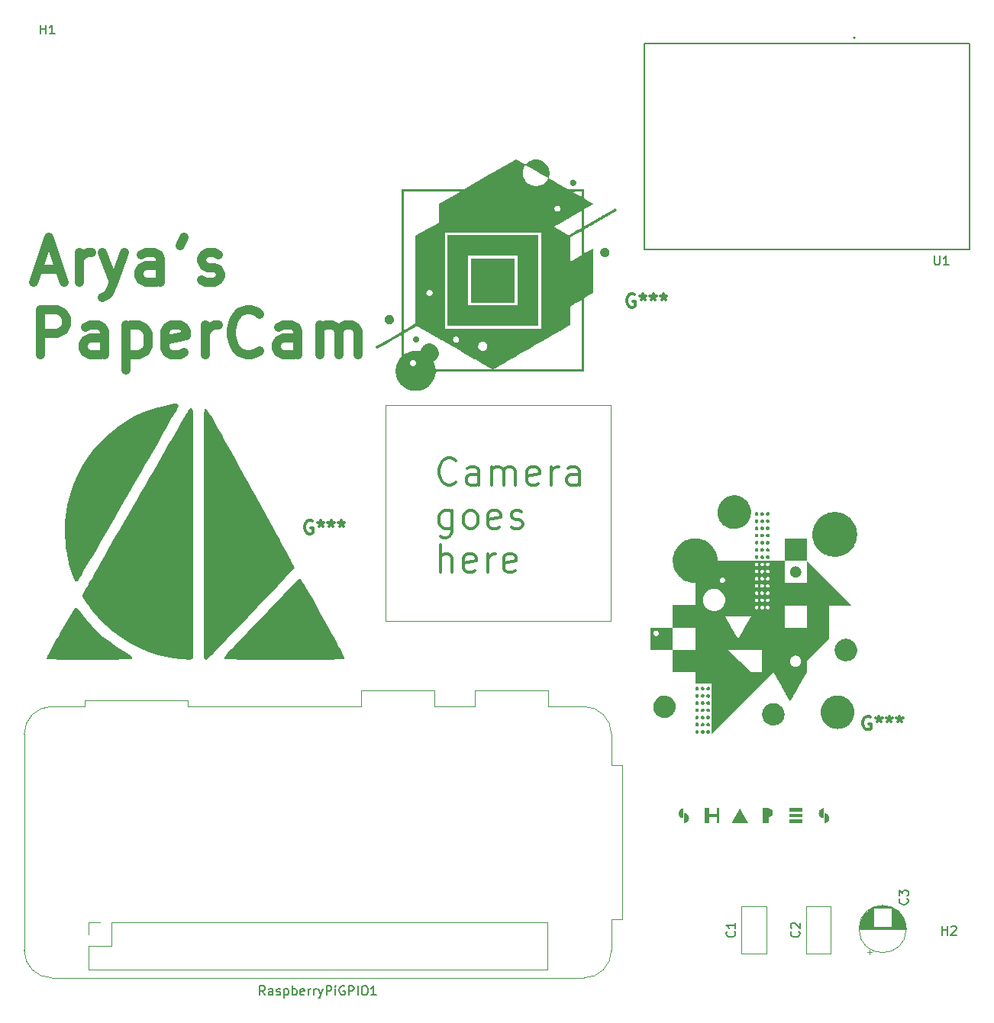
<source format=gbr>
%TF.GenerationSoftware,KiCad,Pcbnew,9.0.2*%
%TF.CreationDate,2025-07-02T02:47:12-04:00*%
%TF.ProjectId,PaperCam_Kicad,50617065-7243-4616-9d5f-4b696361642e,rev?*%
%TF.SameCoordinates,Original*%
%TF.FileFunction,Legend,Top*%
%TF.FilePolarity,Positive*%
%FSLAX46Y46*%
G04 Gerber Fmt 4.6, Leading zero omitted, Abs format (unit mm)*
G04 Created by KiCad (PCBNEW 9.0.2) date 2025-07-02 02:47:12*
%MOMM*%
%LPD*%
G01*
G04 APERTURE LIST*
%ADD10C,0.100000*%
%ADD11C,0.375000*%
%ADD12C,1.000000*%
%ADD13C,0.150000*%
%ADD14C,0.300000*%
%ADD15C,0.127000*%
%ADD16C,0.200000*%
%ADD17C,0.120000*%
%ADD18C,0.000000*%
G04 APERTURE END LIST*
D10*
X42500000Y-43000000D02*
X67500000Y-43000000D01*
X67500000Y-67000000D01*
X42500000Y-67000000D01*
X42500000Y-43000000D01*
D11*
X50300281Y-51580478D02*
X50157424Y-51723336D01*
X50157424Y-51723336D02*
X49728852Y-51866193D01*
X49728852Y-51866193D02*
X49443138Y-51866193D01*
X49443138Y-51866193D02*
X49014567Y-51723336D01*
X49014567Y-51723336D02*
X48728852Y-51437621D01*
X48728852Y-51437621D02*
X48585995Y-51151907D01*
X48585995Y-51151907D02*
X48443138Y-50580478D01*
X48443138Y-50580478D02*
X48443138Y-50151907D01*
X48443138Y-50151907D02*
X48585995Y-49580478D01*
X48585995Y-49580478D02*
X48728852Y-49294764D01*
X48728852Y-49294764D02*
X49014567Y-49009050D01*
X49014567Y-49009050D02*
X49443138Y-48866193D01*
X49443138Y-48866193D02*
X49728852Y-48866193D01*
X49728852Y-48866193D02*
X50157424Y-49009050D01*
X50157424Y-49009050D02*
X50300281Y-49151907D01*
X52871710Y-51866193D02*
X52871710Y-50294764D01*
X52871710Y-50294764D02*
X52728852Y-50009050D01*
X52728852Y-50009050D02*
X52443138Y-49866193D01*
X52443138Y-49866193D02*
X51871710Y-49866193D01*
X51871710Y-49866193D02*
X51585995Y-50009050D01*
X52871710Y-51723336D02*
X52585995Y-51866193D01*
X52585995Y-51866193D02*
X51871710Y-51866193D01*
X51871710Y-51866193D02*
X51585995Y-51723336D01*
X51585995Y-51723336D02*
X51443138Y-51437621D01*
X51443138Y-51437621D02*
X51443138Y-51151907D01*
X51443138Y-51151907D02*
X51585995Y-50866193D01*
X51585995Y-50866193D02*
X51871710Y-50723336D01*
X51871710Y-50723336D02*
X52585995Y-50723336D01*
X52585995Y-50723336D02*
X52871710Y-50580478D01*
X54300281Y-51866193D02*
X54300281Y-49866193D01*
X54300281Y-50151907D02*
X54443138Y-50009050D01*
X54443138Y-50009050D02*
X54728853Y-49866193D01*
X54728853Y-49866193D02*
X55157424Y-49866193D01*
X55157424Y-49866193D02*
X55443138Y-50009050D01*
X55443138Y-50009050D02*
X55585996Y-50294764D01*
X55585996Y-50294764D02*
X55585996Y-51866193D01*
X55585996Y-50294764D02*
X55728853Y-50009050D01*
X55728853Y-50009050D02*
X56014567Y-49866193D01*
X56014567Y-49866193D02*
X56443138Y-49866193D01*
X56443138Y-49866193D02*
X56728853Y-50009050D01*
X56728853Y-50009050D02*
X56871710Y-50294764D01*
X56871710Y-50294764D02*
X56871710Y-51866193D01*
X59443138Y-51723336D02*
X59157424Y-51866193D01*
X59157424Y-51866193D02*
X58585996Y-51866193D01*
X58585996Y-51866193D02*
X58300281Y-51723336D01*
X58300281Y-51723336D02*
X58157424Y-51437621D01*
X58157424Y-51437621D02*
X58157424Y-50294764D01*
X58157424Y-50294764D02*
X58300281Y-50009050D01*
X58300281Y-50009050D02*
X58585996Y-49866193D01*
X58585996Y-49866193D02*
X59157424Y-49866193D01*
X59157424Y-49866193D02*
X59443138Y-50009050D01*
X59443138Y-50009050D02*
X59585996Y-50294764D01*
X59585996Y-50294764D02*
X59585996Y-50580478D01*
X59585996Y-50580478D02*
X58157424Y-50866193D01*
X60871710Y-51866193D02*
X60871710Y-49866193D01*
X60871710Y-50437621D02*
X61014567Y-50151907D01*
X61014567Y-50151907D02*
X61157425Y-50009050D01*
X61157425Y-50009050D02*
X61443139Y-49866193D01*
X61443139Y-49866193D02*
X61728853Y-49866193D01*
X64014568Y-51866193D02*
X64014568Y-50294764D01*
X64014568Y-50294764D02*
X63871710Y-50009050D01*
X63871710Y-50009050D02*
X63585996Y-49866193D01*
X63585996Y-49866193D02*
X63014568Y-49866193D01*
X63014568Y-49866193D02*
X62728853Y-50009050D01*
X64014568Y-51723336D02*
X63728853Y-51866193D01*
X63728853Y-51866193D02*
X63014568Y-51866193D01*
X63014568Y-51866193D02*
X62728853Y-51723336D01*
X62728853Y-51723336D02*
X62585996Y-51437621D01*
X62585996Y-51437621D02*
X62585996Y-51151907D01*
X62585996Y-51151907D02*
X62728853Y-50866193D01*
X62728853Y-50866193D02*
X63014568Y-50723336D01*
X63014568Y-50723336D02*
X63728853Y-50723336D01*
X63728853Y-50723336D02*
X64014568Y-50580478D01*
X49871710Y-54696025D02*
X49871710Y-57124596D01*
X49871710Y-57124596D02*
X49728852Y-57410310D01*
X49728852Y-57410310D02*
X49585995Y-57553168D01*
X49585995Y-57553168D02*
X49300281Y-57696025D01*
X49300281Y-57696025D02*
X48871710Y-57696025D01*
X48871710Y-57696025D02*
X48585995Y-57553168D01*
X49871710Y-56553168D02*
X49585995Y-56696025D01*
X49585995Y-56696025D02*
X49014567Y-56696025D01*
X49014567Y-56696025D02*
X48728852Y-56553168D01*
X48728852Y-56553168D02*
X48585995Y-56410310D01*
X48585995Y-56410310D02*
X48443138Y-56124596D01*
X48443138Y-56124596D02*
X48443138Y-55267453D01*
X48443138Y-55267453D02*
X48585995Y-54981739D01*
X48585995Y-54981739D02*
X48728852Y-54838882D01*
X48728852Y-54838882D02*
X49014567Y-54696025D01*
X49014567Y-54696025D02*
X49585995Y-54696025D01*
X49585995Y-54696025D02*
X49871710Y-54838882D01*
X51728853Y-56696025D02*
X51443138Y-56553168D01*
X51443138Y-56553168D02*
X51300281Y-56410310D01*
X51300281Y-56410310D02*
X51157424Y-56124596D01*
X51157424Y-56124596D02*
X51157424Y-55267453D01*
X51157424Y-55267453D02*
X51300281Y-54981739D01*
X51300281Y-54981739D02*
X51443138Y-54838882D01*
X51443138Y-54838882D02*
X51728853Y-54696025D01*
X51728853Y-54696025D02*
X52157424Y-54696025D01*
X52157424Y-54696025D02*
X52443138Y-54838882D01*
X52443138Y-54838882D02*
X52585996Y-54981739D01*
X52585996Y-54981739D02*
X52728853Y-55267453D01*
X52728853Y-55267453D02*
X52728853Y-56124596D01*
X52728853Y-56124596D02*
X52585996Y-56410310D01*
X52585996Y-56410310D02*
X52443138Y-56553168D01*
X52443138Y-56553168D02*
X52157424Y-56696025D01*
X52157424Y-56696025D02*
X51728853Y-56696025D01*
X55157424Y-56553168D02*
X54871710Y-56696025D01*
X54871710Y-56696025D02*
X54300282Y-56696025D01*
X54300282Y-56696025D02*
X54014567Y-56553168D01*
X54014567Y-56553168D02*
X53871710Y-56267453D01*
X53871710Y-56267453D02*
X53871710Y-55124596D01*
X53871710Y-55124596D02*
X54014567Y-54838882D01*
X54014567Y-54838882D02*
X54300282Y-54696025D01*
X54300282Y-54696025D02*
X54871710Y-54696025D01*
X54871710Y-54696025D02*
X55157424Y-54838882D01*
X55157424Y-54838882D02*
X55300282Y-55124596D01*
X55300282Y-55124596D02*
X55300282Y-55410310D01*
X55300282Y-55410310D02*
X53871710Y-55696025D01*
X56443139Y-56553168D02*
X56728853Y-56696025D01*
X56728853Y-56696025D02*
X57300282Y-56696025D01*
X57300282Y-56696025D02*
X57585996Y-56553168D01*
X57585996Y-56553168D02*
X57728853Y-56267453D01*
X57728853Y-56267453D02*
X57728853Y-56124596D01*
X57728853Y-56124596D02*
X57585996Y-55838882D01*
X57585996Y-55838882D02*
X57300282Y-55696025D01*
X57300282Y-55696025D02*
X56871711Y-55696025D01*
X56871711Y-55696025D02*
X56585996Y-55553168D01*
X56585996Y-55553168D02*
X56443139Y-55267453D01*
X56443139Y-55267453D02*
X56443139Y-55124596D01*
X56443139Y-55124596D02*
X56585996Y-54838882D01*
X56585996Y-54838882D02*
X56871711Y-54696025D01*
X56871711Y-54696025D02*
X57300282Y-54696025D01*
X57300282Y-54696025D02*
X57585996Y-54838882D01*
X48585995Y-61525857D02*
X48585995Y-58525857D01*
X49871710Y-61525857D02*
X49871710Y-59954428D01*
X49871710Y-59954428D02*
X49728852Y-59668714D01*
X49728852Y-59668714D02*
X49443138Y-59525857D01*
X49443138Y-59525857D02*
X49014567Y-59525857D01*
X49014567Y-59525857D02*
X48728852Y-59668714D01*
X48728852Y-59668714D02*
X48585995Y-59811571D01*
X52443138Y-61383000D02*
X52157424Y-61525857D01*
X52157424Y-61525857D02*
X51585996Y-61525857D01*
X51585996Y-61525857D02*
X51300281Y-61383000D01*
X51300281Y-61383000D02*
X51157424Y-61097285D01*
X51157424Y-61097285D02*
X51157424Y-59954428D01*
X51157424Y-59954428D02*
X51300281Y-59668714D01*
X51300281Y-59668714D02*
X51585996Y-59525857D01*
X51585996Y-59525857D02*
X52157424Y-59525857D01*
X52157424Y-59525857D02*
X52443138Y-59668714D01*
X52443138Y-59668714D02*
X52585996Y-59954428D01*
X52585996Y-59954428D02*
X52585996Y-60240142D01*
X52585996Y-60240142D02*
X51157424Y-60525857D01*
X53871710Y-61525857D02*
X53871710Y-59525857D01*
X53871710Y-60097285D02*
X54014567Y-59811571D01*
X54014567Y-59811571D02*
X54157425Y-59668714D01*
X54157425Y-59668714D02*
X54443139Y-59525857D01*
X54443139Y-59525857D02*
X54728853Y-59525857D01*
X56871710Y-61383000D02*
X56585996Y-61525857D01*
X56585996Y-61525857D02*
X56014568Y-61525857D01*
X56014568Y-61525857D02*
X55728853Y-61383000D01*
X55728853Y-61383000D02*
X55585996Y-61097285D01*
X55585996Y-61097285D02*
X55585996Y-59954428D01*
X55585996Y-59954428D02*
X55728853Y-59668714D01*
X55728853Y-59668714D02*
X56014568Y-59525857D01*
X56014568Y-59525857D02*
X56585996Y-59525857D01*
X56585996Y-59525857D02*
X56871710Y-59668714D01*
X56871710Y-59668714D02*
X57014568Y-59954428D01*
X57014568Y-59954428D02*
X57014568Y-60240142D01*
X57014568Y-60240142D02*
X55585996Y-60525857D01*
D12*
X3991524Y-27957803D02*
X6372477Y-27957803D01*
X3515334Y-29386375D02*
X5182001Y-24386375D01*
X5182001Y-24386375D02*
X6848667Y-29386375D01*
X8515334Y-29386375D02*
X8515334Y-26053041D01*
X8515334Y-27005422D02*
X8753429Y-26529232D01*
X8753429Y-26529232D02*
X8991524Y-26291137D01*
X8991524Y-26291137D02*
X9467715Y-26053041D01*
X9467715Y-26053041D02*
X9943905Y-26053041D01*
X11134381Y-26053041D02*
X12324857Y-29386375D01*
X13515334Y-26053041D02*
X12324857Y-29386375D01*
X12324857Y-29386375D02*
X11848667Y-30576851D01*
X11848667Y-30576851D02*
X11610572Y-30814946D01*
X11610572Y-30814946D02*
X11134381Y-31053041D01*
X17562953Y-29386375D02*
X17562953Y-26767327D01*
X17562953Y-26767327D02*
X17324858Y-26291137D01*
X17324858Y-26291137D02*
X16848667Y-26053041D01*
X16848667Y-26053041D02*
X15896286Y-26053041D01*
X15896286Y-26053041D02*
X15420096Y-26291137D01*
X17562953Y-29148280D02*
X17086762Y-29386375D01*
X17086762Y-29386375D02*
X15896286Y-29386375D01*
X15896286Y-29386375D02*
X15420096Y-29148280D01*
X15420096Y-29148280D02*
X15182000Y-28672089D01*
X15182000Y-28672089D02*
X15182000Y-28195899D01*
X15182000Y-28195899D02*
X15420096Y-27719708D01*
X15420096Y-27719708D02*
X15896286Y-27481613D01*
X15896286Y-27481613D02*
X17086762Y-27481613D01*
X17086762Y-27481613D02*
X17562953Y-27243518D01*
X20182001Y-24386375D02*
X19705810Y-25338756D01*
X22086762Y-29148280D02*
X22562953Y-29386375D01*
X22562953Y-29386375D02*
X23515334Y-29386375D01*
X23515334Y-29386375D02*
X23991524Y-29148280D01*
X23991524Y-29148280D02*
X24229620Y-28672089D01*
X24229620Y-28672089D02*
X24229620Y-28433994D01*
X24229620Y-28433994D02*
X23991524Y-27957803D01*
X23991524Y-27957803D02*
X23515334Y-27719708D01*
X23515334Y-27719708D02*
X22801048Y-27719708D01*
X22801048Y-27719708D02*
X22324858Y-27481613D01*
X22324858Y-27481613D02*
X22086762Y-27005422D01*
X22086762Y-27005422D02*
X22086762Y-26767327D01*
X22086762Y-26767327D02*
X22324858Y-26291137D01*
X22324858Y-26291137D02*
X22801048Y-26053041D01*
X22801048Y-26053041D02*
X23515334Y-26053041D01*
X23515334Y-26053041D02*
X23991524Y-26291137D01*
X4229620Y-37436095D02*
X4229620Y-32436095D01*
X4229620Y-32436095D02*
X6134382Y-32436095D01*
X6134382Y-32436095D02*
X6610572Y-32674190D01*
X6610572Y-32674190D02*
X6848667Y-32912285D01*
X6848667Y-32912285D02*
X7086763Y-33388476D01*
X7086763Y-33388476D02*
X7086763Y-34102761D01*
X7086763Y-34102761D02*
X6848667Y-34578952D01*
X6848667Y-34578952D02*
X6610572Y-34817047D01*
X6610572Y-34817047D02*
X6134382Y-35055142D01*
X6134382Y-35055142D02*
X4229620Y-35055142D01*
X11372477Y-37436095D02*
X11372477Y-34817047D01*
X11372477Y-34817047D02*
X11134382Y-34340857D01*
X11134382Y-34340857D02*
X10658191Y-34102761D01*
X10658191Y-34102761D02*
X9705810Y-34102761D01*
X9705810Y-34102761D02*
X9229620Y-34340857D01*
X11372477Y-37198000D02*
X10896286Y-37436095D01*
X10896286Y-37436095D02*
X9705810Y-37436095D01*
X9705810Y-37436095D02*
X9229620Y-37198000D01*
X9229620Y-37198000D02*
X8991524Y-36721809D01*
X8991524Y-36721809D02*
X8991524Y-36245619D01*
X8991524Y-36245619D02*
X9229620Y-35769428D01*
X9229620Y-35769428D02*
X9705810Y-35531333D01*
X9705810Y-35531333D02*
X10896286Y-35531333D01*
X10896286Y-35531333D02*
X11372477Y-35293238D01*
X13753430Y-34102761D02*
X13753430Y-39102761D01*
X13753430Y-34340857D02*
X14229620Y-34102761D01*
X14229620Y-34102761D02*
X15182001Y-34102761D01*
X15182001Y-34102761D02*
X15658192Y-34340857D01*
X15658192Y-34340857D02*
X15896287Y-34578952D01*
X15896287Y-34578952D02*
X16134382Y-35055142D01*
X16134382Y-35055142D02*
X16134382Y-36483714D01*
X16134382Y-36483714D02*
X15896287Y-36959904D01*
X15896287Y-36959904D02*
X15658192Y-37198000D01*
X15658192Y-37198000D02*
X15182001Y-37436095D01*
X15182001Y-37436095D02*
X14229620Y-37436095D01*
X14229620Y-37436095D02*
X13753430Y-37198000D01*
X20182002Y-37198000D02*
X19705811Y-37436095D01*
X19705811Y-37436095D02*
X18753430Y-37436095D01*
X18753430Y-37436095D02*
X18277240Y-37198000D01*
X18277240Y-37198000D02*
X18039144Y-36721809D01*
X18039144Y-36721809D02*
X18039144Y-34817047D01*
X18039144Y-34817047D02*
X18277240Y-34340857D01*
X18277240Y-34340857D02*
X18753430Y-34102761D01*
X18753430Y-34102761D02*
X19705811Y-34102761D01*
X19705811Y-34102761D02*
X20182002Y-34340857D01*
X20182002Y-34340857D02*
X20420097Y-34817047D01*
X20420097Y-34817047D02*
X20420097Y-35293238D01*
X20420097Y-35293238D02*
X18039144Y-35769428D01*
X22562954Y-37436095D02*
X22562954Y-34102761D01*
X22562954Y-35055142D02*
X22801049Y-34578952D01*
X22801049Y-34578952D02*
X23039144Y-34340857D01*
X23039144Y-34340857D02*
X23515335Y-34102761D01*
X23515335Y-34102761D02*
X23991525Y-34102761D01*
X28515335Y-36959904D02*
X28277239Y-37198000D01*
X28277239Y-37198000D02*
X27562954Y-37436095D01*
X27562954Y-37436095D02*
X27086763Y-37436095D01*
X27086763Y-37436095D02*
X26372477Y-37198000D01*
X26372477Y-37198000D02*
X25896287Y-36721809D01*
X25896287Y-36721809D02*
X25658192Y-36245619D01*
X25658192Y-36245619D02*
X25420096Y-35293238D01*
X25420096Y-35293238D02*
X25420096Y-34578952D01*
X25420096Y-34578952D02*
X25658192Y-33626571D01*
X25658192Y-33626571D02*
X25896287Y-33150380D01*
X25896287Y-33150380D02*
X26372477Y-32674190D01*
X26372477Y-32674190D02*
X27086763Y-32436095D01*
X27086763Y-32436095D02*
X27562954Y-32436095D01*
X27562954Y-32436095D02*
X28277239Y-32674190D01*
X28277239Y-32674190D02*
X28515335Y-32912285D01*
X32801049Y-37436095D02*
X32801049Y-34817047D01*
X32801049Y-34817047D02*
X32562954Y-34340857D01*
X32562954Y-34340857D02*
X32086763Y-34102761D01*
X32086763Y-34102761D02*
X31134382Y-34102761D01*
X31134382Y-34102761D02*
X30658192Y-34340857D01*
X32801049Y-37198000D02*
X32324858Y-37436095D01*
X32324858Y-37436095D02*
X31134382Y-37436095D01*
X31134382Y-37436095D02*
X30658192Y-37198000D01*
X30658192Y-37198000D02*
X30420096Y-36721809D01*
X30420096Y-36721809D02*
X30420096Y-36245619D01*
X30420096Y-36245619D02*
X30658192Y-35769428D01*
X30658192Y-35769428D02*
X31134382Y-35531333D01*
X31134382Y-35531333D02*
X32324858Y-35531333D01*
X32324858Y-35531333D02*
X32801049Y-35293238D01*
X35182002Y-37436095D02*
X35182002Y-34102761D01*
X35182002Y-34578952D02*
X35420097Y-34340857D01*
X35420097Y-34340857D02*
X35896287Y-34102761D01*
X35896287Y-34102761D02*
X36610573Y-34102761D01*
X36610573Y-34102761D02*
X37086764Y-34340857D01*
X37086764Y-34340857D02*
X37324859Y-34817047D01*
X37324859Y-34817047D02*
X37324859Y-37436095D01*
X37324859Y-34817047D02*
X37562954Y-34340857D01*
X37562954Y-34340857D02*
X38039145Y-34102761D01*
X38039145Y-34102761D02*
X38753430Y-34102761D01*
X38753430Y-34102761D02*
X39229621Y-34340857D01*
X39229621Y-34340857D02*
X39467716Y-34817047D01*
X39467716Y-34817047D02*
X39467716Y-37436095D01*
D13*
X103378095Y-26447319D02*
X103378095Y-27256842D01*
X103378095Y-27256842D02*
X103425714Y-27352080D01*
X103425714Y-27352080D02*
X103473333Y-27399700D01*
X103473333Y-27399700D02*
X103568571Y-27447319D01*
X103568571Y-27447319D02*
X103759047Y-27447319D01*
X103759047Y-27447319D02*
X103854285Y-27399700D01*
X103854285Y-27399700D02*
X103901904Y-27352080D01*
X103901904Y-27352080D02*
X103949523Y-27256842D01*
X103949523Y-27256842D02*
X103949523Y-26447319D01*
X104949523Y-27447319D02*
X104378095Y-27447319D01*
X104663809Y-27447319D02*
X104663809Y-26447319D01*
X104663809Y-26447319D02*
X104568571Y-26590176D01*
X104568571Y-26590176D02*
X104473333Y-26685414D01*
X104473333Y-26685414D02*
X104378095Y-26733033D01*
X81203330Y-101429166D02*
X81250950Y-101476785D01*
X81250950Y-101476785D02*
X81298569Y-101619642D01*
X81298569Y-101619642D02*
X81298569Y-101714880D01*
X81298569Y-101714880D02*
X81250950Y-101857737D01*
X81250950Y-101857737D02*
X81155711Y-101952975D01*
X81155711Y-101952975D02*
X81060473Y-102000594D01*
X81060473Y-102000594D02*
X80869997Y-102048213D01*
X80869997Y-102048213D02*
X80727140Y-102048213D01*
X80727140Y-102048213D02*
X80536664Y-102000594D01*
X80536664Y-102000594D02*
X80441426Y-101952975D01*
X80441426Y-101952975D02*
X80346188Y-101857737D01*
X80346188Y-101857737D02*
X80298569Y-101714880D01*
X80298569Y-101714880D02*
X80298569Y-101619642D01*
X80298569Y-101619642D02*
X80346188Y-101476785D01*
X80346188Y-101476785D02*
X80393807Y-101429166D01*
X81298569Y-100476785D02*
X81298569Y-101048213D01*
X81298569Y-100762499D02*
X80298569Y-100762499D01*
X80298569Y-100762499D02*
X80441426Y-100857737D01*
X80441426Y-100857737D02*
X80536664Y-100952975D01*
X80536664Y-100952975D02*
X80584283Y-101048213D01*
D14*
X70116072Y-30731762D02*
X69973215Y-30660333D01*
X69973215Y-30660333D02*
X69758929Y-30660333D01*
X69758929Y-30660333D02*
X69544643Y-30731762D01*
X69544643Y-30731762D02*
X69401786Y-30874619D01*
X69401786Y-30874619D02*
X69330357Y-31017476D01*
X69330357Y-31017476D02*
X69258929Y-31303190D01*
X69258929Y-31303190D02*
X69258929Y-31517476D01*
X69258929Y-31517476D02*
X69330357Y-31803190D01*
X69330357Y-31803190D02*
X69401786Y-31946047D01*
X69401786Y-31946047D02*
X69544643Y-32088905D01*
X69544643Y-32088905D02*
X69758929Y-32160333D01*
X69758929Y-32160333D02*
X69901786Y-32160333D01*
X69901786Y-32160333D02*
X70116072Y-32088905D01*
X70116072Y-32088905D02*
X70187500Y-32017476D01*
X70187500Y-32017476D02*
X70187500Y-31517476D01*
X70187500Y-31517476D02*
X69901786Y-31517476D01*
X71044643Y-30660333D02*
X71044643Y-31017476D01*
X70687500Y-30874619D02*
X71044643Y-31017476D01*
X71044643Y-31017476D02*
X71401786Y-30874619D01*
X70830357Y-31303190D02*
X71044643Y-31017476D01*
X71044643Y-31017476D02*
X71258929Y-31303190D01*
X72187500Y-30660333D02*
X72187500Y-31017476D01*
X71830357Y-30874619D02*
X72187500Y-31017476D01*
X72187500Y-31017476D02*
X72544643Y-30874619D01*
X71973214Y-31303190D02*
X72187500Y-31017476D01*
X72187500Y-31017476D02*
X72401786Y-31303190D01*
X73330357Y-30660333D02*
X73330357Y-31017476D01*
X72973214Y-30874619D02*
X73330357Y-31017476D01*
X73330357Y-31017476D02*
X73687500Y-30874619D01*
X73116071Y-31303190D02*
X73330357Y-31017476D01*
X73330357Y-31017476D02*
X73544643Y-31303190D01*
X34397322Y-55861766D02*
X34254465Y-55790337D01*
X34254465Y-55790337D02*
X34040179Y-55790337D01*
X34040179Y-55790337D02*
X33825893Y-55861766D01*
X33825893Y-55861766D02*
X33683036Y-56004623D01*
X33683036Y-56004623D02*
X33611607Y-56147480D01*
X33611607Y-56147480D02*
X33540179Y-56433194D01*
X33540179Y-56433194D02*
X33540179Y-56647480D01*
X33540179Y-56647480D02*
X33611607Y-56933194D01*
X33611607Y-56933194D02*
X33683036Y-57076051D01*
X33683036Y-57076051D02*
X33825893Y-57218909D01*
X33825893Y-57218909D02*
X34040179Y-57290337D01*
X34040179Y-57290337D02*
X34183036Y-57290337D01*
X34183036Y-57290337D02*
X34397322Y-57218909D01*
X34397322Y-57218909D02*
X34468750Y-57147480D01*
X34468750Y-57147480D02*
X34468750Y-56647480D01*
X34468750Y-56647480D02*
X34183036Y-56647480D01*
X35325893Y-55790337D02*
X35325893Y-56147480D01*
X34968750Y-56004623D02*
X35325893Y-56147480D01*
X35325893Y-56147480D02*
X35683036Y-56004623D01*
X35111607Y-56433194D02*
X35325893Y-56147480D01*
X35325893Y-56147480D02*
X35540179Y-56433194D01*
X36468750Y-55790337D02*
X36468750Y-56147480D01*
X36111607Y-56004623D02*
X36468750Y-56147480D01*
X36468750Y-56147480D02*
X36825893Y-56004623D01*
X36254464Y-56433194D02*
X36468750Y-56147480D01*
X36468750Y-56147480D02*
X36683036Y-56433194D01*
X37611607Y-55790337D02*
X37611607Y-56147480D01*
X37254464Y-56004623D02*
X37611607Y-56147480D01*
X37611607Y-56147480D02*
X37968750Y-56004623D01*
X37397321Y-56433194D02*
X37611607Y-56147480D01*
X37611607Y-56147480D02*
X37825893Y-56433194D01*
D13*
X100372080Y-97797916D02*
X100419700Y-97845535D01*
X100419700Y-97845535D02*
X100467319Y-97988392D01*
X100467319Y-97988392D02*
X100467319Y-98083630D01*
X100467319Y-98083630D02*
X100419700Y-98226487D01*
X100419700Y-98226487D02*
X100324461Y-98321725D01*
X100324461Y-98321725D02*
X100229223Y-98369344D01*
X100229223Y-98369344D02*
X100038747Y-98416963D01*
X100038747Y-98416963D02*
X99895890Y-98416963D01*
X99895890Y-98416963D02*
X99705414Y-98369344D01*
X99705414Y-98369344D02*
X99610176Y-98321725D01*
X99610176Y-98321725D02*
X99514938Y-98226487D01*
X99514938Y-98226487D02*
X99467319Y-98083630D01*
X99467319Y-98083630D02*
X99467319Y-97988392D01*
X99467319Y-97988392D02*
X99514938Y-97845535D01*
X99514938Y-97845535D02*
X99562557Y-97797916D01*
X99467319Y-97464582D02*
X99467319Y-96845535D01*
X99467319Y-96845535D02*
X99848271Y-97178868D01*
X99848271Y-97178868D02*
X99848271Y-97036011D01*
X99848271Y-97036011D02*
X99895890Y-96940773D01*
X99895890Y-96940773D02*
X99943509Y-96893154D01*
X99943509Y-96893154D02*
X100038747Y-96845535D01*
X100038747Y-96845535D02*
X100276842Y-96845535D01*
X100276842Y-96845535D02*
X100372080Y-96893154D01*
X100372080Y-96893154D02*
X100419700Y-96940773D01*
X100419700Y-96940773D02*
X100467319Y-97036011D01*
X100467319Y-97036011D02*
X100467319Y-97321725D01*
X100467319Y-97321725D02*
X100419700Y-97416963D01*
X100419700Y-97416963D02*
X100372080Y-97464582D01*
X4238095Y-1804819D02*
X4238095Y-804819D01*
X4238095Y-1281009D02*
X4809523Y-1281009D01*
X4809523Y-1804819D02*
X4809523Y-804819D01*
X5809523Y-1804819D02*
X5238095Y-1804819D01*
X5523809Y-1804819D02*
X5523809Y-804819D01*
X5523809Y-804819D02*
X5428571Y-947676D01*
X5428571Y-947676D02*
X5333333Y-1042914D01*
X5333333Y-1042914D02*
X5238095Y-1090533D01*
X104238095Y-101804819D02*
X104238095Y-100804819D01*
X104238095Y-101281009D02*
X104809523Y-101281009D01*
X104809523Y-101804819D02*
X104809523Y-100804819D01*
X105238095Y-100900057D02*
X105285714Y-100852438D01*
X105285714Y-100852438D02*
X105380952Y-100804819D01*
X105380952Y-100804819D02*
X105619047Y-100804819D01*
X105619047Y-100804819D02*
X105714285Y-100852438D01*
X105714285Y-100852438D02*
X105761904Y-100900057D01*
X105761904Y-100900057D02*
X105809523Y-100995295D01*
X105809523Y-100995295D02*
X105809523Y-101090533D01*
X105809523Y-101090533D02*
X105761904Y-101233390D01*
X105761904Y-101233390D02*
X105190476Y-101804819D01*
X105190476Y-101804819D02*
X105809523Y-101804819D01*
X88347080Y-101429166D02*
X88394700Y-101476785D01*
X88394700Y-101476785D02*
X88442319Y-101619642D01*
X88442319Y-101619642D02*
X88442319Y-101714880D01*
X88442319Y-101714880D02*
X88394700Y-101857737D01*
X88394700Y-101857737D02*
X88299461Y-101952975D01*
X88299461Y-101952975D02*
X88204223Y-102000594D01*
X88204223Y-102000594D02*
X88013747Y-102048213D01*
X88013747Y-102048213D02*
X87870890Y-102048213D01*
X87870890Y-102048213D02*
X87680414Y-102000594D01*
X87680414Y-102000594D02*
X87585176Y-101952975D01*
X87585176Y-101952975D02*
X87489938Y-101857737D01*
X87489938Y-101857737D02*
X87442319Y-101714880D01*
X87442319Y-101714880D02*
X87442319Y-101619642D01*
X87442319Y-101619642D02*
X87489938Y-101476785D01*
X87489938Y-101476785D02*
X87537557Y-101429166D01*
X87537557Y-101048213D02*
X87489938Y-101000594D01*
X87489938Y-101000594D02*
X87442319Y-100905356D01*
X87442319Y-100905356D02*
X87442319Y-100667261D01*
X87442319Y-100667261D02*
X87489938Y-100572023D01*
X87489938Y-100572023D02*
X87537557Y-100524404D01*
X87537557Y-100524404D02*
X87632795Y-100476785D01*
X87632795Y-100476785D02*
X87728033Y-100476785D01*
X87728033Y-100476785D02*
X87870890Y-100524404D01*
X87870890Y-100524404D02*
X88442319Y-101095832D01*
X88442319Y-101095832D02*
X88442319Y-100476785D01*
X29136606Y-108467319D02*
X28803273Y-107991128D01*
X28565178Y-108467319D02*
X28565178Y-107467319D01*
X28565178Y-107467319D02*
X28946130Y-107467319D01*
X28946130Y-107467319D02*
X29041368Y-107514938D01*
X29041368Y-107514938D02*
X29088987Y-107562557D01*
X29088987Y-107562557D02*
X29136606Y-107657795D01*
X29136606Y-107657795D02*
X29136606Y-107800652D01*
X29136606Y-107800652D02*
X29088987Y-107895890D01*
X29088987Y-107895890D02*
X29041368Y-107943509D01*
X29041368Y-107943509D02*
X28946130Y-107991128D01*
X28946130Y-107991128D02*
X28565178Y-107991128D01*
X29993749Y-108467319D02*
X29993749Y-107943509D01*
X29993749Y-107943509D02*
X29946130Y-107848271D01*
X29946130Y-107848271D02*
X29850892Y-107800652D01*
X29850892Y-107800652D02*
X29660416Y-107800652D01*
X29660416Y-107800652D02*
X29565178Y-107848271D01*
X29993749Y-108419700D02*
X29898511Y-108467319D01*
X29898511Y-108467319D02*
X29660416Y-108467319D01*
X29660416Y-108467319D02*
X29565178Y-108419700D01*
X29565178Y-108419700D02*
X29517559Y-108324461D01*
X29517559Y-108324461D02*
X29517559Y-108229223D01*
X29517559Y-108229223D02*
X29565178Y-108133985D01*
X29565178Y-108133985D02*
X29660416Y-108086366D01*
X29660416Y-108086366D02*
X29898511Y-108086366D01*
X29898511Y-108086366D02*
X29993749Y-108038747D01*
X30422321Y-108419700D02*
X30517559Y-108467319D01*
X30517559Y-108467319D02*
X30708035Y-108467319D01*
X30708035Y-108467319D02*
X30803273Y-108419700D01*
X30803273Y-108419700D02*
X30850892Y-108324461D01*
X30850892Y-108324461D02*
X30850892Y-108276842D01*
X30850892Y-108276842D02*
X30803273Y-108181604D01*
X30803273Y-108181604D02*
X30708035Y-108133985D01*
X30708035Y-108133985D02*
X30565178Y-108133985D01*
X30565178Y-108133985D02*
X30469940Y-108086366D01*
X30469940Y-108086366D02*
X30422321Y-107991128D01*
X30422321Y-107991128D02*
X30422321Y-107943509D01*
X30422321Y-107943509D02*
X30469940Y-107848271D01*
X30469940Y-107848271D02*
X30565178Y-107800652D01*
X30565178Y-107800652D02*
X30708035Y-107800652D01*
X30708035Y-107800652D02*
X30803273Y-107848271D01*
X31279464Y-107800652D02*
X31279464Y-108800652D01*
X31279464Y-107848271D02*
X31374702Y-107800652D01*
X31374702Y-107800652D02*
X31565178Y-107800652D01*
X31565178Y-107800652D02*
X31660416Y-107848271D01*
X31660416Y-107848271D02*
X31708035Y-107895890D01*
X31708035Y-107895890D02*
X31755654Y-107991128D01*
X31755654Y-107991128D02*
X31755654Y-108276842D01*
X31755654Y-108276842D02*
X31708035Y-108372080D01*
X31708035Y-108372080D02*
X31660416Y-108419700D01*
X31660416Y-108419700D02*
X31565178Y-108467319D01*
X31565178Y-108467319D02*
X31374702Y-108467319D01*
X31374702Y-108467319D02*
X31279464Y-108419700D01*
X32184226Y-108467319D02*
X32184226Y-107467319D01*
X32184226Y-107848271D02*
X32279464Y-107800652D01*
X32279464Y-107800652D02*
X32469940Y-107800652D01*
X32469940Y-107800652D02*
X32565178Y-107848271D01*
X32565178Y-107848271D02*
X32612797Y-107895890D01*
X32612797Y-107895890D02*
X32660416Y-107991128D01*
X32660416Y-107991128D02*
X32660416Y-108276842D01*
X32660416Y-108276842D02*
X32612797Y-108372080D01*
X32612797Y-108372080D02*
X32565178Y-108419700D01*
X32565178Y-108419700D02*
X32469940Y-108467319D01*
X32469940Y-108467319D02*
X32279464Y-108467319D01*
X32279464Y-108467319D02*
X32184226Y-108419700D01*
X33469940Y-108419700D02*
X33374702Y-108467319D01*
X33374702Y-108467319D02*
X33184226Y-108467319D01*
X33184226Y-108467319D02*
X33088988Y-108419700D01*
X33088988Y-108419700D02*
X33041369Y-108324461D01*
X33041369Y-108324461D02*
X33041369Y-107943509D01*
X33041369Y-107943509D02*
X33088988Y-107848271D01*
X33088988Y-107848271D02*
X33184226Y-107800652D01*
X33184226Y-107800652D02*
X33374702Y-107800652D01*
X33374702Y-107800652D02*
X33469940Y-107848271D01*
X33469940Y-107848271D02*
X33517559Y-107943509D01*
X33517559Y-107943509D02*
X33517559Y-108038747D01*
X33517559Y-108038747D02*
X33041369Y-108133985D01*
X33946131Y-108467319D02*
X33946131Y-107800652D01*
X33946131Y-107991128D02*
X33993750Y-107895890D01*
X33993750Y-107895890D02*
X34041369Y-107848271D01*
X34041369Y-107848271D02*
X34136607Y-107800652D01*
X34136607Y-107800652D02*
X34231845Y-107800652D01*
X34565179Y-108467319D02*
X34565179Y-107800652D01*
X34565179Y-107991128D02*
X34612798Y-107895890D01*
X34612798Y-107895890D02*
X34660417Y-107848271D01*
X34660417Y-107848271D02*
X34755655Y-107800652D01*
X34755655Y-107800652D02*
X34850893Y-107800652D01*
X35088989Y-107800652D02*
X35327084Y-108467319D01*
X35565179Y-107800652D02*
X35327084Y-108467319D01*
X35327084Y-108467319D02*
X35231846Y-108705414D01*
X35231846Y-108705414D02*
X35184227Y-108753033D01*
X35184227Y-108753033D02*
X35088989Y-108800652D01*
X35946132Y-108467319D02*
X35946132Y-107467319D01*
X35946132Y-107467319D02*
X36327084Y-107467319D01*
X36327084Y-107467319D02*
X36422322Y-107514938D01*
X36422322Y-107514938D02*
X36469941Y-107562557D01*
X36469941Y-107562557D02*
X36517560Y-107657795D01*
X36517560Y-107657795D02*
X36517560Y-107800652D01*
X36517560Y-107800652D02*
X36469941Y-107895890D01*
X36469941Y-107895890D02*
X36422322Y-107943509D01*
X36422322Y-107943509D02*
X36327084Y-107991128D01*
X36327084Y-107991128D02*
X35946132Y-107991128D01*
X36946132Y-108467319D02*
X36946132Y-107800652D01*
X36946132Y-107467319D02*
X36898513Y-107514938D01*
X36898513Y-107514938D02*
X36946132Y-107562557D01*
X36946132Y-107562557D02*
X36993751Y-107514938D01*
X36993751Y-107514938D02*
X36946132Y-107467319D01*
X36946132Y-107467319D02*
X36946132Y-107562557D01*
X37946131Y-107514938D02*
X37850893Y-107467319D01*
X37850893Y-107467319D02*
X37708036Y-107467319D01*
X37708036Y-107467319D02*
X37565179Y-107514938D01*
X37565179Y-107514938D02*
X37469941Y-107610176D01*
X37469941Y-107610176D02*
X37422322Y-107705414D01*
X37422322Y-107705414D02*
X37374703Y-107895890D01*
X37374703Y-107895890D02*
X37374703Y-108038747D01*
X37374703Y-108038747D02*
X37422322Y-108229223D01*
X37422322Y-108229223D02*
X37469941Y-108324461D01*
X37469941Y-108324461D02*
X37565179Y-108419700D01*
X37565179Y-108419700D02*
X37708036Y-108467319D01*
X37708036Y-108467319D02*
X37803274Y-108467319D01*
X37803274Y-108467319D02*
X37946131Y-108419700D01*
X37946131Y-108419700D02*
X37993750Y-108372080D01*
X37993750Y-108372080D02*
X37993750Y-108038747D01*
X37993750Y-108038747D02*
X37803274Y-108038747D01*
X38422322Y-108467319D02*
X38422322Y-107467319D01*
X38422322Y-107467319D02*
X38803274Y-107467319D01*
X38803274Y-107467319D02*
X38898512Y-107514938D01*
X38898512Y-107514938D02*
X38946131Y-107562557D01*
X38946131Y-107562557D02*
X38993750Y-107657795D01*
X38993750Y-107657795D02*
X38993750Y-107800652D01*
X38993750Y-107800652D02*
X38946131Y-107895890D01*
X38946131Y-107895890D02*
X38898512Y-107943509D01*
X38898512Y-107943509D02*
X38803274Y-107991128D01*
X38803274Y-107991128D02*
X38422322Y-107991128D01*
X39422322Y-108467319D02*
X39422322Y-107467319D01*
X40088988Y-107467319D02*
X40279464Y-107467319D01*
X40279464Y-107467319D02*
X40374702Y-107514938D01*
X40374702Y-107514938D02*
X40469940Y-107610176D01*
X40469940Y-107610176D02*
X40517559Y-107800652D01*
X40517559Y-107800652D02*
X40517559Y-108133985D01*
X40517559Y-108133985D02*
X40469940Y-108324461D01*
X40469940Y-108324461D02*
X40374702Y-108419700D01*
X40374702Y-108419700D02*
X40279464Y-108467319D01*
X40279464Y-108467319D02*
X40088988Y-108467319D01*
X40088988Y-108467319D02*
X39993750Y-108419700D01*
X39993750Y-108419700D02*
X39898512Y-108324461D01*
X39898512Y-108324461D02*
X39850893Y-108133985D01*
X39850893Y-108133985D02*
X39850893Y-107800652D01*
X39850893Y-107800652D02*
X39898512Y-107610176D01*
X39898512Y-107610176D02*
X39993750Y-107514938D01*
X39993750Y-107514938D02*
X40088988Y-107467319D01*
X41469940Y-108467319D02*
X40898512Y-108467319D01*
X41184226Y-108467319D02*
X41184226Y-107467319D01*
X41184226Y-107467319D02*
X41088988Y-107610176D01*
X41088988Y-107610176D02*
X40993750Y-107705414D01*
X40993750Y-107705414D02*
X40898512Y-107753033D01*
D14*
X96309822Y-77586495D02*
X96166965Y-77515066D01*
X96166965Y-77515066D02*
X95952679Y-77515066D01*
X95952679Y-77515066D02*
X95738393Y-77586495D01*
X95738393Y-77586495D02*
X95595536Y-77729352D01*
X95595536Y-77729352D02*
X95524107Y-77872209D01*
X95524107Y-77872209D02*
X95452679Y-78157923D01*
X95452679Y-78157923D02*
X95452679Y-78372209D01*
X95452679Y-78372209D02*
X95524107Y-78657923D01*
X95524107Y-78657923D02*
X95595536Y-78800780D01*
X95595536Y-78800780D02*
X95738393Y-78943638D01*
X95738393Y-78943638D02*
X95952679Y-79015066D01*
X95952679Y-79015066D02*
X96095536Y-79015066D01*
X96095536Y-79015066D02*
X96309822Y-78943638D01*
X96309822Y-78943638D02*
X96381250Y-78872209D01*
X96381250Y-78872209D02*
X96381250Y-78372209D01*
X96381250Y-78372209D02*
X96095536Y-78372209D01*
X97238393Y-77515066D02*
X97238393Y-77872209D01*
X96881250Y-77729352D02*
X97238393Y-77872209D01*
X97238393Y-77872209D02*
X97595536Y-77729352D01*
X97024107Y-78157923D02*
X97238393Y-77872209D01*
X97238393Y-77872209D02*
X97452679Y-78157923D01*
X98381250Y-77515066D02*
X98381250Y-77872209D01*
X98024107Y-77729352D02*
X98381250Y-77872209D01*
X98381250Y-77872209D02*
X98738393Y-77729352D01*
X98166964Y-78157923D02*
X98381250Y-77872209D01*
X98381250Y-77872209D02*
X98595536Y-78157923D01*
X99524107Y-77515066D02*
X99524107Y-77872209D01*
X99166964Y-77729352D02*
X99524107Y-77872209D01*
X99524107Y-77872209D02*
X99881250Y-77729352D01*
X99309821Y-78157923D02*
X99524107Y-77872209D01*
X99524107Y-77872209D02*
X99738393Y-78157923D01*
D15*
%TO.C,U1*%
X107315000Y-2857500D02*
X107315000Y-25717500D01*
X107315000Y-25717500D02*
X71247000Y-25717500D01*
X71247000Y-25717500D02*
X71247000Y-2857500D01*
X71247000Y-2857500D02*
X107315000Y-2857500D01*
D16*
X94588000Y-2257500D02*
G75*
G02*
X94388000Y-2257500I-100000J0D01*
G01*
X94388000Y-2257500D02*
G75*
G02*
X94588000Y-2257500I100000J0D01*
G01*
D17*
%TO.C,C1*%
X81973750Y-98642500D02*
X84713750Y-98642500D01*
X84713750Y-103882500D02*
X84713750Y-98642500D01*
X81973750Y-103882500D02*
X81973750Y-98642500D01*
X81973750Y-103882500D02*
X84713750Y-103882500D01*
D18*
%TO.C,G\u002A\u002A\u002A*%
G36*
X56854160Y-29177618D02*
G01*
X56854160Y-31630601D01*
X54401177Y-31630601D01*
X51948195Y-31630601D01*
X51948195Y-29177618D01*
X51948195Y-26724635D01*
X54401177Y-26724635D01*
X56854160Y-26724635D01*
X56854160Y-29177618D01*
G37*
G36*
X59449671Y-29175118D02*
G01*
X59449671Y-34226112D01*
X54401177Y-34226112D01*
X49352684Y-34226112D01*
X49352684Y-31915657D01*
X51663138Y-31915657D01*
X54403678Y-31915657D01*
X57144217Y-31915657D01*
X57144217Y-29175118D01*
X57144217Y-26434578D01*
X54403678Y-26434578D01*
X51663138Y-26434578D01*
X51663138Y-29175118D01*
X51663138Y-31915657D01*
X49352684Y-31915657D01*
X49352684Y-29175118D01*
X49352684Y-24124123D01*
X54401177Y-24124123D01*
X59449671Y-24124123D01*
X59449671Y-29175118D01*
G37*
G36*
X63377772Y-17982988D02*
G01*
X63431098Y-17998809D01*
X63480854Y-18022848D01*
X63526099Y-18054520D01*
X63565894Y-18093239D01*
X63599297Y-18138421D01*
X63625369Y-18189479D01*
X63632152Y-18207370D01*
X63643916Y-18252767D01*
X63649859Y-18302532D01*
X63649758Y-18352741D01*
X63643385Y-18399470D01*
X63643225Y-18400193D01*
X63626745Y-18452222D01*
X63601592Y-18501654D01*
X63568951Y-18546928D01*
X63530010Y-18586481D01*
X63485953Y-18618751D01*
X63470670Y-18627443D01*
X63436417Y-18643821D01*
X63404063Y-18654985D01*
X63370075Y-18661820D01*
X63330922Y-18665209D01*
X63317933Y-18665678D01*
X63293240Y-18666130D01*
X63271198Y-18666128D01*
X63254312Y-18665697D01*
X63245418Y-18664931D01*
X63194610Y-18650986D01*
X63145354Y-18629417D01*
X63099828Y-18601494D01*
X63060209Y-18568485D01*
X63037912Y-18543979D01*
X63005227Y-18496457D01*
X62981771Y-18446567D01*
X62967231Y-18393327D01*
X62961293Y-18335751D01*
X62961501Y-18303785D01*
X62966972Y-18249206D01*
X62979249Y-18200741D01*
X62999138Y-18156551D01*
X63027448Y-18114797D01*
X63060510Y-18078061D01*
X63103215Y-18040691D01*
X63148005Y-18012484D01*
X63196577Y-17992609D01*
X63250631Y-17980234D01*
X63264172Y-17978342D01*
X63321817Y-17975971D01*
X63377772Y-17982988D01*
G37*
G36*
X66920211Y-25533357D02*
G01*
X66986271Y-25550787D01*
X67051433Y-25577568D01*
X67067731Y-25585892D01*
X67126954Y-25622826D01*
X67179543Y-25666620D01*
X67225210Y-25716404D01*
X67263668Y-25771311D01*
X67294631Y-25830470D01*
X67317811Y-25893012D01*
X67332921Y-25958067D01*
X67339675Y-26024765D01*
X67337784Y-26092239D01*
X67326962Y-26159617D01*
X67306922Y-26226031D01*
X67291321Y-26263002D01*
X67270384Y-26303945D01*
X67247836Y-26339666D01*
X67221168Y-26373793D01*
X67194680Y-26402914D01*
X67142534Y-26450569D01*
X67085195Y-26490252D01*
X67023702Y-26521309D01*
X66982861Y-26536289D01*
X66913919Y-26553311D01*
X66844340Y-26560875D01*
X66772394Y-26559163D01*
X66768612Y-26558829D01*
X66699967Y-26547756D01*
X66634881Y-26527840D01*
X66573920Y-26499784D01*
X66517653Y-26464287D01*
X66466646Y-26422053D01*
X66421468Y-26373782D01*
X66382685Y-26320176D01*
X66350866Y-26261937D01*
X66326577Y-26199766D01*
X66310386Y-26134365D01*
X66302861Y-26066436D01*
X66304570Y-25996679D01*
X66305619Y-25986439D01*
X66318165Y-25916564D01*
X66339127Y-25851146D01*
X66367787Y-25790561D01*
X66403431Y-25735185D01*
X66445340Y-25685395D01*
X66492799Y-25641567D01*
X66545091Y-25604078D01*
X66601499Y-25573306D01*
X66661307Y-25549625D01*
X66723799Y-25533413D01*
X66788258Y-25525047D01*
X66853967Y-25524903D01*
X66920211Y-25533357D01*
G37*
G36*
X45952474Y-35375346D02*
G01*
X46005081Y-35387252D01*
X46053512Y-35407690D01*
X46098954Y-35437146D01*
X46137687Y-35471187D01*
X46158228Y-35492184D01*
X46173395Y-35509788D01*
X46185440Y-35527076D01*
X46196613Y-35547127D01*
X46203649Y-35561375D01*
X46224614Y-35613684D01*
X46237598Y-35665998D01*
X46242071Y-35716182D01*
X46242071Y-35716405D01*
X46237638Y-35766575D01*
X46224692Y-35818884D01*
X46203763Y-35871198D01*
X46203649Y-35871436D01*
X46175967Y-35917971D01*
X46140407Y-35959995D01*
X46098475Y-35996295D01*
X46051680Y-36025658D01*
X46001528Y-36046871D01*
X45977019Y-36053729D01*
X45949849Y-36058068D01*
X45916653Y-36060368D01*
X45881084Y-36060637D01*
X45846798Y-36058881D01*
X45817451Y-36055106D01*
X45809486Y-36053422D01*
X45759104Y-36036357D01*
X45711066Y-36010536D01*
X45666845Y-35977167D01*
X45627916Y-35937457D01*
X45595751Y-35892614D01*
X45581746Y-35866757D01*
X45568143Y-35836049D01*
X45558865Y-35807968D01*
X45553211Y-35779202D01*
X45550480Y-35746439D01*
X45549928Y-35716405D01*
X45550886Y-35678308D01*
X45554227Y-35646758D01*
X45560653Y-35618443D01*
X45570864Y-35590051D01*
X45581746Y-35566054D01*
X45609999Y-35518375D01*
X45645827Y-35475477D01*
X45687828Y-35438497D01*
X45734604Y-35408571D01*
X45784755Y-35386836D01*
X45811987Y-35379082D01*
X45832025Y-35375660D01*
X45857648Y-35373038D01*
X45884446Y-35371623D01*
X45894503Y-35371485D01*
X45952474Y-35375346D01*
G37*
G36*
X42970745Y-32984005D02*
G01*
X42997026Y-32984378D01*
X43017223Y-32985223D01*
X43033295Y-32986724D01*
X43047201Y-32989065D01*
X43060899Y-32992428D01*
X43076348Y-32996997D01*
X43076448Y-32997028D01*
X43147386Y-33023683D01*
X43211818Y-33057853D01*
X43269615Y-33099433D01*
X43320642Y-33148316D01*
X43364768Y-33204397D01*
X43393147Y-33250920D01*
X43421962Y-33314083D01*
X43441749Y-33380334D01*
X43452548Y-33448544D01*
X43454401Y-33517586D01*
X43447348Y-33586330D01*
X43431431Y-33653648D01*
X43406691Y-33718413D01*
X43373954Y-33778270D01*
X43332265Y-33834316D01*
X43283290Y-33884121D01*
X43228060Y-33927002D01*
X43167608Y-33962271D01*
X43102963Y-33989245D01*
X43035158Y-34007238D01*
X43027034Y-34008730D01*
X42990669Y-34013189D01*
X42949085Y-34015216D01*
X42906336Y-34014813D01*
X42866476Y-34011981D01*
X42843073Y-34008666D01*
X42775580Y-33991433D01*
X42710961Y-33965118D01*
X42650284Y-33930464D01*
X42594614Y-33888215D01*
X42545019Y-33839116D01*
X42502564Y-33783910D01*
X42488314Y-33761126D01*
X42457064Y-33698462D01*
X42434938Y-33633116D01*
X42421802Y-33566054D01*
X42417524Y-33498243D01*
X42421972Y-33430648D01*
X42435013Y-33364236D01*
X42456515Y-33299973D01*
X42486345Y-33238825D01*
X42524370Y-33181759D01*
X42570458Y-33129741D01*
X42575588Y-33124775D01*
X42624530Y-33082669D01*
X42675488Y-33048438D01*
X42730874Y-33020683D01*
X42793099Y-32998003D01*
X42794972Y-32997425D01*
X42810853Y-32992719D01*
X42824751Y-32989252D01*
X42838640Y-32986837D01*
X42854491Y-32985285D01*
X42874278Y-32984407D01*
X42899975Y-32984015D01*
X42933552Y-32983922D01*
X42936421Y-32983921D01*
X42970745Y-32984005D01*
G37*
G36*
X57506808Y-16017417D02*
G01*
X57572619Y-16055407D01*
X57636008Y-16091976D01*
X57696437Y-16126815D01*
X57753370Y-16159617D01*
X57806270Y-16190072D01*
X57854600Y-16217872D01*
X57897823Y-16242709D01*
X57935404Y-16264274D01*
X57966803Y-16282258D01*
X57991486Y-16296353D01*
X58008915Y-16306250D01*
X58018553Y-16311641D01*
X58020380Y-16312586D01*
X58024257Y-16308908D01*
X58032938Y-16298935D01*
X58045075Y-16284258D01*
X58057189Y-16269162D01*
X58081165Y-16240590D01*
X58110841Y-16207841D01*
X58144137Y-16173021D01*
X58178969Y-16138236D01*
X58213257Y-16105590D01*
X58244919Y-16077191D01*
X58257472Y-16066590D01*
X58355105Y-15992412D01*
X58457226Y-15927006D01*
X58563351Y-15870495D01*
X58672995Y-15823002D01*
X58785674Y-15784649D01*
X58900906Y-15755559D01*
X59018205Y-15735855D01*
X59137088Y-15725660D01*
X59257071Y-15725097D01*
X59377669Y-15734288D01*
X59494680Y-15752620D01*
X59612264Y-15780781D01*
X59726288Y-15818154D01*
X59836323Y-15864453D01*
X59941941Y-15919389D01*
X60042711Y-15982677D01*
X60138206Y-16054028D01*
X60227997Y-16133156D01*
X60311654Y-16219774D01*
X60388748Y-16313595D01*
X60439721Y-16385100D01*
X60501890Y-16486729D01*
X60555459Y-16593222D01*
X60600224Y-16704011D01*
X60635982Y-16818529D01*
X60662532Y-16936208D01*
X60679669Y-17056480D01*
X60679796Y-17057732D01*
X60682252Y-17090487D01*
X60683918Y-17130515D01*
X60684795Y-17175120D01*
X60684885Y-17221605D01*
X60684190Y-17267274D01*
X60682709Y-17309429D01*
X60680445Y-17345373D01*
X60679655Y-17354122D01*
X60665686Y-17455843D01*
X60643897Y-17559547D01*
X60615074Y-17662119D01*
X60580001Y-17760443D01*
X60572834Y-17778055D01*
X60574230Y-17779910D01*
X60579318Y-17783823D01*
X60588353Y-17789943D01*
X60601591Y-17798420D01*
X60619286Y-17809404D01*
X60641696Y-17823045D01*
X60669075Y-17839492D01*
X60701678Y-17858895D01*
X60739762Y-17881404D01*
X60783583Y-17907169D01*
X60833394Y-17936340D01*
X60889453Y-17969066D01*
X60952015Y-18005497D01*
X61021335Y-18045784D01*
X61097668Y-18090075D01*
X61181271Y-18138520D01*
X61272399Y-18191271D01*
X61371308Y-18248475D01*
X61478253Y-18310283D01*
X61593489Y-18376846D01*
X61654250Y-18411930D01*
X62738858Y-19038122D01*
X63639743Y-19038122D01*
X64540627Y-19038122D01*
X64541901Y-19559007D01*
X64543174Y-20079892D01*
X65048190Y-20371418D01*
X65113601Y-20409205D01*
X65176566Y-20445633D01*
X65236546Y-20480388D01*
X65293001Y-20513155D01*
X65345393Y-20543619D01*
X65393182Y-20571465D01*
X65435829Y-20596379D01*
X65472795Y-20618045D01*
X65503541Y-20636150D01*
X65527527Y-20650377D01*
X65544215Y-20660413D01*
X65553064Y-20665943D01*
X65554394Y-20666944D01*
X65550303Y-20669907D01*
X65538074Y-20677540D01*
X65518242Y-20689529D01*
X65491343Y-20705559D01*
X65457911Y-20725319D01*
X65418481Y-20748493D01*
X65373589Y-20774770D01*
X65323769Y-20803835D01*
X65269556Y-20835375D01*
X65211485Y-20869077D01*
X65150092Y-20904628D01*
X65085912Y-20941713D01*
X65048142Y-20963501D01*
X64540702Y-21256059D01*
X64540688Y-22202790D01*
X64540706Y-22299276D01*
X64540762Y-22393031D01*
X64540853Y-22483571D01*
X64540979Y-22570410D01*
X64541136Y-22653064D01*
X64541323Y-22731048D01*
X64541539Y-22803876D01*
X64541781Y-22871064D01*
X64542047Y-22932125D01*
X64542335Y-22986576D01*
X64542644Y-23033931D01*
X64542971Y-23073704D01*
X64543315Y-23105412D01*
X64543674Y-23128568D01*
X64544045Y-23142688D01*
X64544424Y-23147290D01*
X64554052Y-23141639D01*
X64571765Y-23131331D01*
X64597210Y-23116568D01*
X64630032Y-23097555D01*
X64669880Y-23074496D01*
X64716397Y-23047594D01*
X64769232Y-23017054D01*
X64828029Y-22983080D01*
X64892436Y-22945876D01*
X64962098Y-22905645D01*
X65036662Y-22862592D01*
X65115774Y-22816921D01*
X65199080Y-22768835D01*
X65286226Y-22718539D01*
X65376860Y-22666236D01*
X65470626Y-22612131D01*
X65567171Y-22556428D01*
X65666142Y-22499330D01*
X65767184Y-22441042D01*
X65869945Y-22381768D01*
X65974069Y-22321711D01*
X66079204Y-22261075D01*
X66184996Y-22200065D01*
X66291090Y-22138885D01*
X66397134Y-22077738D01*
X66502773Y-22016828D01*
X66607653Y-21956361D01*
X66711422Y-21896538D01*
X66813724Y-21837565D01*
X66914207Y-21779646D01*
X67012516Y-21722984D01*
X67108299Y-21667783D01*
X67201200Y-21614248D01*
X67290866Y-21562582D01*
X67376944Y-21512990D01*
X67459080Y-21465675D01*
X67536920Y-21420841D01*
X67610110Y-21378693D01*
X67678297Y-21339434D01*
X67741126Y-21303268D01*
X67798245Y-21270400D01*
X67849298Y-21241033D01*
X67893933Y-21215371D01*
X67931796Y-21193619D01*
X67962533Y-21175980D01*
X67985790Y-21162658D01*
X68001213Y-21153858D01*
X68008449Y-21149782D01*
X68008982Y-21149510D01*
X68012647Y-21154972D01*
X68020304Y-21167620D01*
X68031210Y-21186144D01*
X68044618Y-21209234D01*
X68059786Y-21235582D01*
X68075968Y-21263877D01*
X68092421Y-21292809D01*
X68108398Y-21321070D01*
X68123157Y-21347350D01*
X68135953Y-21370339D01*
X68146040Y-21388727D01*
X68152675Y-21401205D01*
X68155114Y-21406464D01*
X68155099Y-21406541D01*
X68150665Y-21409163D01*
X68137853Y-21416622D01*
X68116948Y-21428751D01*
X68088235Y-21445387D01*
X68051998Y-21466365D01*
X68008521Y-21491520D01*
X67958091Y-21520688D01*
X67900991Y-21553705D01*
X67837506Y-21590405D01*
X67767922Y-21630625D01*
X67692521Y-21674200D01*
X67611591Y-21720965D01*
X67525414Y-21770755D01*
X67434276Y-21823408D01*
X67338461Y-21878757D01*
X67238255Y-21936638D01*
X67133942Y-21996887D01*
X67025806Y-22059339D01*
X66914132Y-22123830D01*
X66799206Y-22190195D01*
X66681311Y-22258270D01*
X66560733Y-22327891D01*
X66437756Y-22398892D01*
X66350557Y-22449234D01*
X66226055Y-22521113D01*
X66103747Y-22591734D01*
X65983916Y-22660930D01*
X65866848Y-22728537D01*
X65752828Y-22794391D01*
X65642142Y-22858327D01*
X65535074Y-22920179D01*
X65431909Y-22979783D01*
X65332932Y-23036974D01*
X65238429Y-23091588D01*
X65148685Y-23143459D01*
X65063984Y-23192423D01*
X64984612Y-23238315D01*
X64910853Y-23280970D01*
X64842994Y-23320223D01*
X64781318Y-23355910D01*
X64726111Y-23387866D01*
X64677658Y-23415925D01*
X64636244Y-23439924D01*
X64602154Y-23459697D01*
X64575673Y-23475080D01*
X64557087Y-23485908D01*
X64546680Y-23492015D01*
X64544415Y-23493393D01*
X64544097Y-23498639D01*
X64543796Y-23513478D01*
X64543512Y-23537500D01*
X64543245Y-23570295D01*
X64542998Y-23611453D01*
X64542769Y-23660565D01*
X64542561Y-23717221D01*
X64542374Y-23781012D01*
X64542208Y-23851528D01*
X64542065Y-23928359D01*
X64541944Y-24011095D01*
X64541848Y-24099328D01*
X64541777Y-24192647D01*
X64541731Y-24290643D01*
X64541711Y-24392906D01*
X64541718Y-24499026D01*
X64541753Y-24608595D01*
X64541816Y-24721201D01*
X64541909Y-24836437D01*
X64541915Y-24842685D01*
X64543174Y-26188351D01*
X65023268Y-25911083D01*
X65087584Y-25873940D01*
X65149840Y-25837988D01*
X65209444Y-25803569D01*
X65265804Y-25771025D01*
X65318329Y-25740697D01*
X65366428Y-25712926D01*
X65409509Y-25688055D01*
X65446980Y-25666424D01*
X65478251Y-25648375D01*
X65502729Y-25634250D01*
X65519823Y-25624390D01*
X65528942Y-25619136D01*
X65529618Y-25618748D01*
X65555873Y-25603681D01*
X65555727Y-28078285D01*
X65555580Y-30552889D01*
X65048128Y-30845446D01*
X64540676Y-31138004D01*
X64540675Y-35225059D01*
X64540673Y-39312113D01*
X56301552Y-39312113D01*
X55954497Y-39312113D01*
X55617302Y-39312114D01*
X55289826Y-39312116D01*
X54971928Y-39312119D01*
X54663464Y-39312123D01*
X54364294Y-39312129D01*
X54074275Y-39312136D01*
X53793267Y-39312144D01*
X53521127Y-39312154D01*
X53257714Y-39312166D01*
X53002886Y-39312181D01*
X52756502Y-39312197D01*
X52518419Y-39312216D01*
X52288496Y-39312237D01*
X52066592Y-39312261D01*
X51852564Y-39312288D01*
X51646271Y-39312318D01*
X51447571Y-39312351D01*
X51256323Y-39312387D01*
X51072385Y-39312427D01*
X50895615Y-39312470D01*
X50725872Y-39312517D01*
X50563013Y-39312568D01*
X50406898Y-39312622D01*
X50257384Y-39312681D01*
X50114330Y-39312745D01*
X49977594Y-39312813D01*
X49847034Y-39312885D01*
X49722509Y-39312962D01*
X49603877Y-39313044D01*
X49490996Y-39313132D01*
X49383725Y-39313224D01*
X49281922Y-39313322D01*
X49185445Y-39313425D01*
X49094152Y-39313534D01*
X49007903Y-39313649D01*
X48926555Y-39313770D01*
X48849966Y-39313897D01*
X48777995Y-39314030D01*
X48710500Y-39314170D01*
X48647340Y-39314316D01*
X48588372Y-39314469D01*
X48533455Y-39314629D01*
X48482448Y-39314796D01*
X48435208Y-39314970D01*
X48391595Y-39315152D01*
X48351466Y-39315341D01*
X48314679Y-39315537D01*
X48281093Y-39315742D01*
X48250567Y-39315954D01*
X48222958Y-39316175D01*
X48198125Y-39316403D01*
X48175926Y-39316640D01*
X48156219Y-39316886D01*
X48138864Y-39317140D01*
X48123717Y-39317403D01*
X48110638Y-39317675D01*
X48099485Y-39317957D01*
X48090116Y-39318247D01*
X48082389Y-39318547D01*
X48076162Y-39318857D01*
X48071295Y-39319176D01*
X48067645Y-39319505D01*
X48065071Y-39319845D01*
X48063430Y-39320194D01*
X48062582Y-39320554D01*
X48062378Y-39320865D01*
X48061483Y-39343042D01*
X48059164Y-39373099D01*
X48055658Y-39409053D01*
X48051201Y-39448922D01*
X48046031Y-39490722D01*
X48040385Y-39532471D01*
X48034499Y-39572186D01*
X48028610Y-39607883D01*
X48027020Y-39616745D01*
X47996095Y-39758003D01*
X47955789Y-39896435D01*
X47906434Y-40031608D01*
X47848360Y-40163092D01*
X47781898Y-40290455D01*
X47707379Y-40413265D01*
X47625132Y-40531090D01*
X47535489Y-40643500D01*
X47438781Y-40750061D01*
X47335337Y-40850344D01*
X47225490Y-40943916D01*
X47109569Y-41030346D01*
X46987906Y-41109201D01*
X46860830Y-41180051D01*
X46809705Y-41205502D01*
X46675022Y-41265232D01*
X46539069Y-41315258D01*
X46401173Y-41355751D01*
X46260661Y-41386883D01*
X46116858Y-41408825D01*
X45969092Y-41421748D01*
X45957015Y-41422401D01*
X45918537Y-41424310D01*
X45886804Y-41425626D01*
X45859256Y-41426346D01*
X45833331Y-41426465D01*
X45806470Y-41425979D01*
X45776110Y-41424884D01*
X45739690Y-41423176D01*
X45716968Y-41422016D01*
X45574006Y-41409662D01*
X45431432Y-41387590D01*
X45290099Y-41356070D01*
X45150861Y-41315377D01*
X45014571Y-41265781D01*
X44882084Y-41207555D01*
X44754254Y-41140972D01*
X44661760Y-41085592D01*
X44538242Y-41001441D01*
X44421401Y-40910114D01*
X44311487Y-40811984D01*
X44208749Y-40707423D01*
X44113440Y-40596802D01*
X44025808Y-40480495D01*
X43946104Y-40358872D01*
X43874578Y-40232306D01*
X43811481Y-40101170D01*
X43757063Y-39965834D01*
X43711574Y-39826672D01*
X43675264Y-39684054D01*
X43657139Y-39592168D01*
X43636921Y-39448445D01*
X43626149Y-39302437D01*
X43624821Y-39155135D01*
X43632934Y-39007530D01*
X43650483Y-38860614D01*
X43659735Y-38804562D01*
X43689679Y-38664507D01*
X43729217Y-38526158D01*
X43777988Y-38390228D01*
X43804385Y-38329420D01*
X45210249Y-38329420D01*
X45210585Y-38357873D01*
X45211880Y-38379545D01*
X45214545Y-38397640D01*
X45218993Y-38415365D01*
X45222892Y-38427772D01*
X45243141Y-38478210D01*
X45269023Y-38522267D01*
X45302282Y-38562772D01*
X45312123Y-38572844D01*
X45334522Y-38593890D01*
X45354820Y-38609774D01*
X45376956Y-38623306D01*
X45397615Y-38633834D01*
X45422042Y-38644672D01*
X45447869Y-38654576D01*
X45470938Y-38662005D01*
X45479421Y-38664153D01*
X45511443Y-38668676D01*
X45548573Y-38669939D01*
X45586879Y-38668091D01*
X45622429Y-38663283D01*
X45644870Y-38657840D01*
X45697970Y-38636337D01*
X45746690Y-38606601D01*
X45790019Y-38569658D01*
X45826945Y-38526533D01*
X45856458Y-38478251D01*
X45877544Y-38425839D01*
X45879206Y-38420216D01*
X45889852Y-38365566D01*
X45891057Y-38311075D01*
X45883349Y-38257704D01*
X45867260Y-38206413D01*
X45843316Y-38158163D01*
X45812047Y-38113914D01*
X45773983Y-38074625D01*
X45729652Y-38041257D01*
X45679584Y-38014770D01*
X45649560Y-38003408D01*
X45629819Y-37997424D01*
X45612184Y-37993547D01*
X45593389Y-37991348D01*
X45570168Y-37990398D01*
X45549435Y-37990245D01*
X45521187Y-37990573D01*
X45499670Y-37991841D01*
X45481628Y-37994480D01*
X45463803Y-37998919D01*
X45449415Y-38003424D01*
X45397293Y-38024866D01*
X45351163Y-38053316D01*
X45309464Y-38089449D01*
X45272756Y-38131928D01*
X45244443Y-38178145D01*
X45223439Y-38229400D01*
X45217452Y-38249070D01*
X45213571Y-38266640D01*
X45211366Y-38285367D01*
X45210408Y-38308509D01*
X45210249Y-38329420D01*
X43804385Y-38329420D01*
X43835635Y-38257431D01*
X43901796Y-38128481D01*
X43976113Y-38004093D01*
X44058227Y-37884981D01*
X44147778Y-37771858D01*
X44220423Y-37690507D01*
X44261682Y-37646654D01*
X44261682Y-37390257D01*
X44561741Y-37390257D01*
X44628004Y-37346721D01*
X44752655Y-37270696D01*
X44881990Y-37203194D01*
X45015369Y-37144420D01*
X45152150Y-37094579D01*
X45291693Y-37053875D01*
X45433358Y-37022514D01*
X45576503Y-37000701D01*
X45720488Y-36988639D01*
X45751975Y-36987323D01*
X45814855Y-36986058D01*
X45880641Y-36986346D01*
X45946567Y-36988093D01*
X46009867Y-36991206D01*
X46067775Y-36995592D01*
X46100923Y-36999048D01*
X46124888Y-37002149D01*
X46153521Y-37006273D01*
X46185053Y-37011121D01*
X46217721Y-37016394D01*
X46249759Y-37021793D01*
X46279401Y-37027019D01*
X46304881Y-37031772D01*
X46324434Y-37035753D01*
X46336294Y-37038664D01*
X46337843Y-37039187D01*
X46341350Y-37038232D01*
X46345018Y-37031833D01*
X46349260Y-37018794D01*
X46354491Y-36997918D01*
X46358889Y-36978332D01*
X46385375Y-36878951D01*
X46420313Y-36784852D01*
X46463857Y-36695750D01*
X46516165Y-36611361D01*
X46577391Y-36531400D01*
X46641903Y-36461331D01*
X46693765Y-36412213D01*
X46744596Y-36369947D01*
X46797308Y-36332195D01*
X46823584Y-36315330D01*
X46912021Y-36266103D01*
X47003288Y-36226168D01*
X47096756Y-36195453D01*
X47191791Y-36173885D01*
X47287762Y-36161392D01*
X47384038Y-36157901D01*
X47479987Y-36163341D01*
X47574978Y-36177639D01*
X47668379Y-36200723D01*
X47759558Y-36232519D01*
X47847883Y-36272957D01*
X47932724Y-36321964D01*
X48013449Y-36379466D01*
X48089426Y-36445393D01*
X48106707Y-36462284D01*
X48175113Y-36537594D01*
X48235187Y-36618105D01*
X48286753Y-36703228D01*
X48329635Y-36792373D01*
X48363655Y-36884951D01*
X48388638Y-36980372D01*
X48404408Y-37078048D01*
X48410788Y-37177389D01*
X48407601Y-37277805D01*
X48394672Y-37378708D01*
X48389328Y-37406738D01*
X48364484Y-37503529D01*
X48330285Y-37597153D01*
X48287032Y-37687054D01*
X48235029Y-37772674D01*
X48174574Y-37853456D01*
X48108178Y-37926631D01*
X48051811Y-37979198D01*
X47991337Y-38028163D01*
X47928934Y-38071952D01*
X47866779Y-38108991D01*
X47830195Y-38127468D01*
X47814322Y-38135427D01*
X47803005Y-38142124D01*
X47798388Y-38146271D01*
X47798403Y-38146589D01*
X47801009Y-38152035D01*
X47807306Y-38164904D01*
X47816541Y-38183661D01*
X47827957Y-38206772D01*
X47838111Y-38227279D01*
X47898644Y-38360626D01*
X47949874Y-38497645D01*
X47991798Y-38638324D01*
X48024413Y-38782655D01*
X48047716Y-38930628D01*
X48047854Y-38931737D01*
X48051147Y-38958544D01*
X48053952Y-38981843D01*
X48056054Y-38999830D01*
X48057242Y-39010701D01*
X48057429Y-39013003D01*
X48062385Y-39013231D01*
X48077076Y-39013455D01*
X48101234Y-39013676D01*
X48134592Y-39013892D01*
X48176882Y-39014103D01*
X48227836Y-39014309D01*
X48287188Y-39014510D01*
X48354670Y-39014706D01*
X48430014Y-39014895D01*
X48512954Y-39015078D01*
X48603221Y-39015254D01*
X48700548Y-39015423D01*
X48804667Y-39015585D01*
X48915312Y-39015739D01*
X49032215Y-39015886D01*
X49155108Y-39016023D01*
X49283724Y-39016153D01*
X49417796Y-39016273D01*
X49557055Y-39016383D01*
X49701235Y-39016485D01*
X49850069Y-39016576D01*
X50003288Y-39016656D01*
X50160625Y-39016726D01*
X50321813Y-39016785D01*
X50486585Y-39016833D01*
X50654672Y-39016869D01*
X50825808Y-39016893D01*
X50999725Y-39016905D01*
X51176156Y-39016904D01*
X51191796Y-39016903D01*
X51417089Y-39016887D01*
X51632540Y-39016863D01*
X51838307Y-39016829D01*
X52034550Y-39016785D01*
X52221429Y-39016731D01*
X52399102Y-39016667D01*
X52567729Y-39016593D01*
X52727470Y-39016507D01*
X52878483Y-39016411D01*
X53020928Y-39016303D01*
X53154964Y-39016183D01*
X53280750Y-39016052D01*
X53398447Y-39015907D01*
X53508212Y-39015751D01*
X53610206Y-39015581D01*
X53704588Y-39015398D01*
X53791517Y-39015202D01*
X53871152Y-39014992D01*
X53943653Y-39014767D01*
X54009179Y-39014528D01*
X54067889Y-39014275D01*
X54119943Y-39014006D01*
X54165500Y-39013722D01*
X54204720Y-39013423D01*
X54237761Y-39013108D01*
X54264783Y-39012776D01*
X54285945Y-39012428D01*
X54301407Y-39012063D01*
X54311327Y-39011681D01*
X54315866Y-39011282D01*
X54316161Y-39011072D01*
X54311630Y-39008466D01*
X54495254Y-39008466D01*
X54495599Y-39008941D01*
X54496735Y-39009399D01*
X54498845Y-39009838D01*
X54502113Y-39010260D01*
X54506724Y-39010665D01*
X54512862Y-39011053D01*
X54520710Y-39011425D01*
X54530453Y-39011780D01*
X54542274Y-39012120D01*
X54556359Y-39012444D01*
X54572891Y-39012754D01*
X54592055Y-39013049D01*
X54614034Y-39013329D01*
X54639012Y-39013596D01*
X54667174Y-39013849D01*
X54698703Y-39014089D01*
X54733785Y-39014316D01*
X54772602Y-39014531D01*
X54815340Y-39014733D01*
X54862182Y-39014924D01*
X54913312Y-39015103D01*
X54968914Y-39015272D01*
X55029173Y-39015429D01*
X55094273Y-39015577D01*
X55164397Y-39015714D01*
X55239731Y-39015842D01*
X55320457Y-39015960D01*
X55406761Y-39016070D01*
X55498826Y-39016171D01*
X55596836Y-39016264D01*
X55700975Y-39016349D01*
X55811428Y-39016427D01*
X55928379Y-39016498D01*
X56052012Y-39016562D01*
X56182511Y-39016620D01*
X56320060Y-39016671D01*
X56464843Y-39016717D01*
X56617044Y-39016758D01*
X56776847Y-39016794D01*
X56944437Y-39016825D01*
X57119998Y-39016852D01*
X57303714Y-39016875D01*
X57495768Y-39016895D01*
X57696345Y-39016911D01*
X57905630Y-39016925D01*
X58123806Y-39016937D01*
X58351057Y-39016946D01*
X58587567Y-39016954D01*
X58833521Y-39016960D01*
X59089103Y-39016966D01*
X59354496Y-39016971D01*
X59363404Y-39016971D01*
X64245615Y-39017055D01*
X64245615Y-35163380D01*
X64245610Y-34967399D01*
X64245594Y-34773887D01*
X64245567Y-34583083D01*
X64245530Y-34395229D01*
X64245483Y-34210566D01*
X64245427Y-34029336D01*
X64245361Y-33851778D01*
X64245286Y-33678135D01*
X64245202Y-33508646D01*
X64245109Y-33343554D01*
X64245008Y-33183099D01*
X64244899Y-33027523D01*
X64244783Y-32877066D01*
X64244658Y-32731970D01*
X64244526Y-32592475D01*
X64244388Y-32458822D01*
X64244242Y-32331253D01*
X64244090Y-32210009D01*
X64243932Y-32095331D01*
X64243768Y-31987460D01*
X64243598Y-31886636D01*
X64243423Y-31793101D01*
X64243242Y-31707096D01*
X64243057Y-31628862D01*
X64242867Y-31558641D01*
X64242673Y-31496672D01*
X64242474Y-31443197D01*
X64242272Y-31398458D01*
X64242066Y-31362695D01*
X64241857Y-31336149D01*
X64241645Y-31319062D01*
X64241430Y-31311674D01*
X64241374Y-31311371D01*
X64236627Y-31314023D01*
X64223703Y-31321400D01*
X64203084Y-31333225D01*
X64175252Y-31349220D01*
X64140692Y-31369107D01*
X64099884Y-31392607D01*
X64053312Y-31419442D01*
X64001458Y-31449334D01*
X63944805Y-31482005D01*
X63883836Y-31517177D01*
X63819034Y-31554571D01*
X63750880Y-31593910D01*
X63679858Y-31634914D01*
X63606449Y-31677307D01*
X63601248Y-31680311D01*
X62965363Y-32047584D01*
X62965159Y-33083087D01*
X62964954Y-34118591D01*
X62521322Y-34374226D01*
X62486112Y-34394519D01*
X62443338Y-34419181D01*
X62393232Y-34448077D01*
X62336025Y-34481074D01*
X62271951Y-34518036D01*
X62201240Y-34558831D01*
X62124126Y-34603324D01*
X62040840Y-34651381D01*
X61951615Y-34702867D01*
X61856683Y-34757650D01*
X61756277Y-34815594D01*
X61650628Y-34876566D01*
X61539969Y-34940432D01*
X61424532Y-35007057D01*
X61304549Y-35076307D01*
X61180252Y-35148049D01*
X61051875Y-35222148D01*
X60919648Y-35298470D01*
X60783804Y-35376882D01*
X60644576Y-35457248D01*
X60502195Y-35539436D01*
X60356895Y-35623310D01*
X60208906Y-35708737D01*
X60058461Y-35795583D01*
X59905794Y-35883714D01*
X59751134Y-35972995D01*
X59594716Y-36063293D01*
X59436771Y-36154473D01*
X59277532Y-36246402D01*
X59117230Y-36338945D01*
X58956099Y-36431968D01*
X58794369Y-36525337D01*
X58632274Y-36618918D01*
X58470045Y-36712578D01*
X58307915Y-36806181D01*
X58146117Y-36899594D01*
X57984881Y-36992683D01*
X57824442Y-37085313D01*
X57665029Y-37177351D01*
X57506877Y-37268663D01*
X57350218Y-37359114D01*
X57195282Y-37448571D01*
X57042304Y-37536898D01*
X56891514Y-37623963D01*
X56743145Y-37709631D01*
X56597430Y-37793769D01*
X56454601Y-37876241D01*
X56314889Y-37956914D01*
X56178527Y-38035654D01*
X56045748Y-38112326D01*
X55916783Y-38186798D01*
X55791865Y-38258934D01*
X55671226Y-38328600D01*
X55555099Y-38395663D01*
X55443714Y-38459989D01*
X55337306Y-38521443D01*
X55236105Y-38579890D01*
X55140345Y-38635199D01*
X55050257Y-38687233D01*
X54966073Y-38735859D01*
X54888027Y-38780943D01*
X54816349Y-38822351D01*
X54751273Y-38859949D01*
X54693030Y-38893602D01*
X54641854Y-38923177D01*
X54597975Y-38948540D01*
X54561626Y-38969556D01*
X54533040Y-38986091D01*
X54512449Y-38998012D01*
X54500084Y-39005184D01*
X54496196Y-39007458D01*
X54495514Y-39007971D01*
X54495254Y-39008466D01*
X54311630Y-39008466D01*
X54310648Y-39007901D01*
X54296721Y-38999871D01*
X54274624Y-38987124D01*
X54244605Y-38969804D01*
X54206911Y-38948051D01*
X54161787Y-38922010D01*
X54109481Y-38891820D01*
X54050238Y-38857626D01*
X53984306Y-38819570D01*
X53911931Y-38777793D01*
X53833359Y-38732439D01*
X53748838Y-38683649D01*
X53658612Y-38631565D01*
X53562930Y-38576331D01*
X53462037Y-38518088D01*
X53356181Y-38456979D01*
X53245607Y-38393146D01*
X53130562Y-38326732D01*
X53011293Y-38257878D01*
X52888046Y-38186727D01*
X52761068Y-38113422D01*
X52630605Y-38038104D01*
X52496904Y-37960917D01*
X52360211Y-37882002D01*
X52220773Y-37801501D01*
X52078837Y-37719558D01*
X51934648Y-37636314D01*
X51788454Y-37551912D01*
X51640501Y-37466494D01*
X51491036Y-37380202D01*
X51340304Y-37293179D01*
X51188553Y-37205567D01*
X51036029Y-37117508D01*
X50882979Y-37029145D01*
X50729649Y-36940620D01*
X50576286Y-36852075D01*
X50423136Y-36763653D01*
X50270445Y-36675496D01*
X50118461Y-36587746D01*
X49967430Y-36500546D01*
X49853310Y-36434657D01*
X52777067Y-36434657D01*
X52778737Y-36501560D01*
X52789873Y-36570430D01*
X52809935Y-36636125D01*
X52838246Y-36697947D01*
X52874130Y-36755196D01*
X52916910Y-36807176D01*
X52965912Y-36853188D01*
X53020457Y-36892535D01*
X53079871Y-36924517D01*
X53143476Y-36948438D01*
X53210596Y-36963599D01*
X53228737Y-36966043D01*
X53255162Y-36968919D01*
X53275433Y-36970434D01*
X53293306Y-36970600D01*
X53312533Y-36969434D01*
X53336869Y-36966950D01*
X53340969Y-36966490D01*
X53412249Y-36953652D01*
X53479760Y-36931913D01*
X53542827Y-36901741D01*
X53600775Y-36863604D01*
X53652929Y-36817967D01*
X53698616Y-36765298D01*
X53737162Y-36706065D01*
X53748728Y-36684096D01*
X53775896Y-36618834D01*
X53793559Y-36552578D01*
X53802062Y-36486073D01*
X53801749Y-36420068D01*
X53792964Y-36355309D01*
X53776051Y-36292544D01*
X53751356Y-36232520D01*
X53719221Y-36175984D01*
X53679992Y-36123684D01*
X53634012Y-36076366D01*
X53581626Y-36034779D01*
X53523179Y-35999668D01*
X53459014Y-35971782D01*
X53414078Y-35957797D01*
X53373240Y-35949731D01*
X53326602Y-35945050D01*
X53277799Y-35943833D01*
X53230471Y-35946160D01*
X53188256Y-35952109D01*
X53184792Y-35952833D01*
X53117402Y-35972261D01*
X53054449Y-36000077D01*
X52996486Y-36035531D01*
X52944070Y-36077874D01*
X52897753Y-36126358D01*
X52858090Y-36180232D01*
X52825635Y-36238748D01*
X52800944Y-36301157D01*
X52784570Y-36366710D01*
X52777067Y-36434657D01*
X49853310Y-36434657D01*
X49817598Y-36414038D01*
X49669212Y-36328364D01*
X49522518Y-36243667D01*
X49377764Y-36160089D01*
X49235194Y-36077772D01*
X49095057Y-35996859D01*
X48957599Y-35917492D01*
X48823065Y-35839813D01*
X48691703Y-35763965D01*
X48609335Y-35716405D01*
X49991210Y-35716405D01*
X49993364Y-35759030D01*
X50000421Y-35797995D01*
X50013272Y-35836984D01*
X50028697Y-35871436D01*
X50053940Y-35913082D01*
X50086894Y-35952336D01*
X50125269Y-35986911D01*
X50166774Y-36014521D01*
X50177846Y-36020301D01*
X50200834Y-36030751D01*
X50224693Y-36040212D01*
X50245243Y-36047063D01*
X50250360Y-36048421D01*
X50284914Y-36053984D01*
X50324575Y-36055982D01*
X50365121Y-36054456D01*
X50402330Y-36049449D01*
X50414060Y-36046811D01*
X50469576Y-36027666D01*
X50519809Y-36000218D01*
X50564248Y-35964952D01*
X50602382Y-35922358D01*
X50633697Y-35872921D01*
X50657682Y-35817129D01*
X50658766Y-35813924D01*
X50664025Y-35796414D01*
X50667469Y-35779604D01*
X50669448Y-35760570D01*
X50670313Y-35736385D01*
X50670443Y-35716405D01*
X50670117Y-35687275D01*
X50668906Y-35665207D01*
X50666458Y-35647276D01*
X50662425Y-35630554D01*
X50658766Y-35618886D01*
X50635059Y-35562191D01*
X50604044Y-35512320D01*
X50565730Y-35469285D01*
X50520129Y-35433098D01*
X50481157Y-35410462D01*
X50435911Y-35392491D01*
X50385740Y-35381000D01*
X50333617Y-35376333D01*
X50282514Y-35378833D01*
X50252861Y-35384083D01*
X50203306Y-35400455D01*
X50155741Y-35425314D01*
X50111870Y-35457312D01*
X50073394Y-35495103D01*
X50042018Y-35537340D01*
X50028697Y-35561375D01*
X50010451Y-35603118D01*
X49998726Y-35641827D01*
X49992631Y-35681186D01*
X49991210Y-35716405D01*
X48609335Y-35716405D01*
X48563759Y-35690089D01*
X48439480Y-35618329D01*
X48319112Y-35548827D01*
X48202901Y-35481724D01*
X48102438Y-35423713D01*
X47967860Y-35346013D01*
X47835441Y-35269575D01*
X47705442Y-35194551D01*
X47578130Y-35121095D01*
X47453769Y-35049358D01*
X47332622Y-34979492D01*
X47214954Y-34911649D01*
X47101030Y-34845981D01*
X46991114Y-34782642D01*
X46885470Y-34721782D01*
X46784363Y-34663554D01*
X46688058Y-34608110D01*
X46596818Y-34555602D01*
X46519573Y-34511168D01*
X49067628Y-34511168D01*
X54403678Y-34511168D01*
X59739728Y-34511168D01*
X59739728Y-29175118D01*
X59739728Y-27099323D01*
X62965345Y-27099323D01*
X63071625Y-27037959D01*
X63089838Y-27027447D01*
X63116039Y-27012328D01*
X63149552Y-26992993D01*
X63189700Y-26969832D01*
X63235808Y-26943234D01*
X63287198Y-26913592D01*
X63343195Y-26881293D01*
X63403122Y-26846729D01*
X63466302Y-26810289D01*
X63532060Y-26772364D01*
X63599719Y-26733344D01*
X63668602Y-26693618D01*
X63705509Y-26672335D01*
X63772502Y-26633684D01*
X63837132Y-26596364D01*
X63898866Y-26560684D01*
X63957169Y-26526954D01*
X64011507Y-26495485D01*
X64061346Y-26466586D01*
X64106151Y-26440569D01*
X64145389Y-26417743D01*
X64178524Y-26398418D01*
X64205024Y-26382904D01*
X64224353Y-26371512D01*
X64235978Y-26364552D01*
X64239373Y-26362380D01*
X64240033Y-26360018D01*
X64240643Y-26353971D01*
X64241207Y-26343940D01*
X64241723Y-26329619D01*
X64242195Y-26310708D01*
X64242622Y-26286902D01*
X64243006Y-26257901D01*
X64243348Y-26223400D01*
X64243649Y-26183098D01*
X64243911Y-26136691D01*
X64244134Y-26083878D01*
X64244319Y-26024355D01*
X64244468Y-25957820D01*
X64244582Y-25883970D01*
X64244662Y-25802502D01*
X64244708Y-25713115D01*
X64244723Y-25615505D01*
X64244707Y-25509369D01*
X64244661Y-25394406D01*
X64244587Y-25270312D01*
X64244485Y-25136784D01*
X64244374Y-25011352D01*
X64243115Y-23666017D01*
X63605489Y-24034184D01*
X62967864Y-24402351D01*
X62966604Y-25750837D01*
X62965345Y-27099323D01*
X59739728Y-27099323D01*
X59739728Y-23839067D01*
X54403678Y-23839067D01*
X49067628Y-23839067D01*
X49067628Y-29175118D01*
X49067628Y-34511168D01*
X46519573Y-34511168D01*
X46510907Y-34506183D01*
X46430592Y-34460004D01*
X46356135Y-34417217D01*
X46287801Y-34377976D01*
X46225855Y-34342431D01*
X46170561Y-34310735D01*
X46122183Y-34283040D01*
X46080986Y-34259499D01*
X46047234Y-34240263D01*
X46021191Y-34225484D01*
X46003123Y-34215316D01*
X45993292Y-34209909D01*
X45991461Y-34209014D01*
X45986315Y-34211430D01*
X45972969Y-34218592D01*
X45951885Y-34230240D01*
X45923520Y-34246112D01*
X45888335Y-34265946D01*
X45846787Y-34289480D01*
X45799337Y-34316453D01*
X45746444Y-34346603D01*
X45688566Y-34379668D01*
X45626163Y-34415387D01*
X45559693Y-34453498D01*
X45489617Y-34493739D01*
X45416392Y-34535849D01*
X45340479Y-34579566D01*
X45272630Y-34618689D01*
X44561860Y-35028770D01*
X44561800Y-36209513D01*
X44561741Y-37390257D01*
X44261682Y-37390257D01*
X44261682Y-36423864D01*
X44261682Y-35201073D01*
X44250429Y-35208319D01*
X44244140Y-35212082D01*
X44229673Y-35220554D01*
X44207430Y-35233505D01*
X44177809Y-35250704D01*
X44141211Y-35271920D01*
X44098035Y-35296923D01*
X44048682Y-35325482D01*
X43993551Y-35357367D01*
X43933043Y-35392347D01*
X43867556Y-35430190D01*
X43797491Y-35470668D01*
X43723248Y-35513549D01*
X43645227Y-35558602D01*
X43563828Y-35605597D01*
X43479449Y-35654304D01*
X43392493Y-35704491D01*
X43303357Y-35755928D01*
X43212442Y-35808385D01*
X43120149Y-35861630D01*
X43026876Y-35915434D01*
X42933024Y-35969565D01*
X42838993Y-36023793D01*
X42745182Y-36077888D01*
X42651991Y-36131619D01*
X42559821Y-36184754D01*
X42469071Y-36237064D01*
X42380140Y-36288319D01*
X42293430Y-36338286D01*
X42209340Y-36386736D01*
X42128269Y-36433439D01*
X42050617Y-36478163D01*
X41976785Y-36520677D01*
X41907173Y-36560752D01*
X41842179Y-36598157D01*
X41782205Y-36632661D01*
X41727649Y-36664033D01*
X41678913Y-36692043D01*
X41636394Y-36716461D01*
X41600495Y-36737054D01*
X41571614Y-36753594D01*
X41550151Y-36765850D01*
X41536507Y-36773590D01*
X41531080Y-36776584D01*
X41531002Y-36776614D01*
X41527480Y-36772466D01*
X41519860Y-36760903D01*
X41508906Y-36743244D01*
X41495379Y-36720808D01*
X41480042Y-36694915D01*
X41463657Y-36666886D01*
X41446985Y-36638038D01*
X41430790Y-36609692D01*
X41415832Y-36583168D01*
X41402874Y-36559785D01*
X41392678Y-36540862D01*
X41386007Y-36527720D01*
X41383622Y-36521677D01*
X41383661Y-36521490D01*
X41388108Y-36518750D01*
X41400901Y-36511197D01*
X41421721Y-36499017D01*
X41450248Y-36482394D01*
X41486163Y-36461513D01*
X41529147Y-36436558D01*
X41578882Y-36407714D01*
X41635048Y-36375165D01*
X41697327Y-36339096D01*
X41765399Y-36299692D01*
X41838945Y-36257137D01*
X41917646Y-36211615D01*
X42001183Y-36163312D01*
X42089238Y-36112412D01*
X42181491Y-36059100D01*
X42277623Y-36003559D01*
X42377315Y-35945975D01*
X42480248Y-35886532D01*
X42586104Y-35825415D01*
X42694562Y-35762809D01*
X42805305Y-35698897D01*
X42823559Y-35688364D01*
X44261295Y-34858736D01*
X44261487Y-27007726D01*
X44261488Y-26948429D01*
X44261675Y-19333180D01*
X44561741Y-19333180D01*
X44561741Y-27007726D01*
X44561742Y-27353218D01*
X44561746Y-27688835D01*
X44561753Y-28014704D01*
X44561763Y-28330950D01*
X44561777Y-28637702D01*
X44561793Y-28935085D01*
X44561813Y-29223227D01*
X44561836Y-29502254D01*
X44561863Y-29772292D01*
X44561894Y-30033469D01*
X44561928Y-30285912D01*
X44561966Y-30529746D01*
X44562008Y-30765100D01*
X44562054Y-30992098D01*
X44562105Y-31210869D01*
X44562159Y-31421539D01*
X44562218Y-31624234D01*
X44562282Y-31819082D01*
X44562350Y-32006209D01*
X44562423Y-32185741D01*
X44562500Y-32357807D01*
X44562582Y-32522531D01*
X44562670Y-32680042D01*
X44562762Y-32830465D01*
X44562860Y-32973927D01*
X44562963Y-33110556D01*
X44563071Y-33240478D01*
X44563185Y-33363819D01*
X44563305Y-33480707D01*
X44563430Y-33591267D01*
X44563561Y-33695628D01*
X44563698Y-33793915D01*
X44563841Y-33886255D01*
X44563990Y-33972775D01*
X44564145Y-34053602D01*
X44564307Y-34128863D01*
X44564475Y-34198683D01*
X44564650Y-34263191D01*
X44564831Y-34322512D01*
X44565019Y-34376773D01*
X44565214Y-34426101D01*
X44565416Y-34470623D01*
X44565625Y-34510466D01*
X44565841Y-34545756D01*
X44566064Y-34576619D01*
X44566295Y-34603184D01*
X44566533Y-34625576D01*
X44566779Y-34643922D01*
X44567032Y-34658349D01*
X44567293Y-34668983D01*
X44567563Y-34675952D01*
X44567840Y-34679381D01*
X44567992Y-34679807D01*
X44572976Y-34677061D01*
X44586134Y-34669591D01*
X44606980Y-34657675D01*
X44635028Y-34641594D01*
X44669793Y-34621628D01*
X44710787Y-34598055D01*
X44757526Y-34571157D01*
X44809523Y-34541212D01*
X44866293Y-34508500D01*
X44927349Y-34473302D01*
X44992206Y-34435897D01*
X45060378Y-34396564D01*
X45131378Y-34355584D01*
X45204721Y-34313236D01*
X45206868Y-34311996D01*
X45839492Y-33946650D01*
X45840407Y-30521101D01*
X47033427Y-30521101D01*
X47033851Y-30557890D01*
X47041653Y-30616009D01*
X47058526Y-30670356D01*
X47084037Y-30720278D01*
X47117754Y-30765125D01*
X47159244Y-30804244D01*
X47208075Y-30836982D01*
X47224765Y-30845797D01*
X47260489Y-30861595D01*
X47294457Y-30871920D01*
X47330068Y-30877471D01*
X47370720Y-30878945D01*
X47384796Y-30878686D01*
X47413331Y-30877373D01*
X47435855Y-30874858D01*
X47456343Y-30870469D01*
X47478773Y-30863532D01*
X47482904Y-30862107D01*
X47536290Y-30838504D01*
X47583830Y-30807348D01*
X47624915Y-30769484D01*
X47658932Y-30725761D01*
X47685270Y-30677024D01*
X47703317Y-30624120D01*
X47712462Y-30567895D01*
X47713506Y-30542887D01*
X47711828Y-30500582D01*
X47705668Y-30462714D01*
X47694129Y-30425468D01*
X47676473Y-30385356D01*
X47664581Y-30362945D01*
X47651896Y-30343692D01*
X47636147Y-30324561D01*
X47615061Y-30302515D01*
X47612736Y-30300197D01*
X47568444Y-30261767D01*
X47522169Y-30232903D01*
X47473031Y-30213228D01*
X47420148Y-30202366D01*
X47377295Y-30199776D01*
X47318143Y-30204121D01*
X47262466Y-30217544D01*
X47210972Y-30239616D01*
X47164369Y-30269903D01*
X47123364Y-30307973D01*
X47088666Y-30353395D01*
X47069234Y-30387856D01*
X47049939Y-30432974D01*
X47038252Y-30476190D01*
X47033427Y-30521101D01*
X45840407Y-30521101D01*
X45840766Y-29175118D01*
X45840789Y-29089147D01*
X45842085Y-24231645D01*
X47137290Y-23483997D01*
X47628867Y-23200238D01*
X61181284Y-23200238D01*
X61185667Y-23203094D01*
X61198201Y-23210643D01*
X61218369Y-23222588D01*
X61245655Y-23238628D01*
X61279542Y-23258466D01*
X61319513Y-23281803D01*
X61365053Y-23308340D01*
X61415644Y-23337778D01*
X61470771Y-23369819D01*
X61529916Y-23404164D01*
X61592564Y-23440515D01*
X61658197Y-23478573D01*
X61726299Y-23518039D01*
X61796355Y-23558614D01*
X61867847Y-23600000D01*
X61940258Y-23641898D01*
X62013073Y-23684010D01*
X62085775Y-23726036D01*
X62157847Y-23767679D01*
X62228773Y-23808639D01*
X62298037Y-23848618D01*
X62365122Y-23887317D01*
X62429511Y-23924438D01*
X62490688Y-23959681D01*
X62548136Y-23992749D01*
X62601340Y-24023342D01*
X62649782Y-24051162D01*
X62692946Y-24075910D01*
X62730316Y-24097287D01*
X62761375Y-24114996D01*
X62785607Y-24128736D01*
X62802494Y-24138210D01*
X62811522Y-24143119D01*
X62812928Y-24143769D01*
X62817745Y-24141348D01*
X62830765Y-24134181D01*
X62851530Y-24122528D01*
X62879585Y-24106651D01*
X62914474Y-24086811D01*
X62955740Y-24063269D01*
X63002928Y-24036287D01*
X63055582Y-24006126D01*
X63113245Y-23973046D01*
X63175462Y-23937310D01*
X63241776Y-23899178D01*
X63311731Y-23858911D01*
X63384871Y-23816772D01*
X63460741Y-23773020D01*
X63530569Y-23732719D01*
X64243115Y-23321310D01*
X64244378Y-22374530D01*
X64244485Y-22278033D01*
X64244545Y-22184261D01*
X64244561Y-22093700D01*
X64244534Y-22006834D01*
X64244464Y-21924149D01*
X64244355Y-21846131D01*
X64244207Y-21773266D01*
X64244022Y-21706038D01*
X64243802Y-21644933D01*
X64243548Y-21590437D01*
X64243261Y-21543034D01*
X64242943Y-21503211D01*
X64242596Y-21471454D01*
X64242221Y-21448246D01*
X64241819Y-21434074D01*
X64241397Y-21429422D01*
X64235929Y-21432364D01*
X64222233Y-21440078D01*
X64200683Y-21452346D01*
X64171656Y-21468950D01*
X64135529Y-21489674D01*
X64092677Y-21514299D01*
X64043476Y-21542607D01*
X63988302Y-21574382D01*
X63927532Y-21609405D01*
X63861541Y-21647460D01*
X63790706Y-21688327D01*
X63715402Y-21731791D01*
X63636006Y-21777632D01*
X63552893Y-21825634D01*
X63466440Y-21875578D01*
X63377023Y-21927248D01*
X63285018Y-21980426D01*
X63190800Y-22034893D01*
X63094746Y-22090433D01*
X62997232Y-22146828D01*
X62898634Y-22203860D01*
X62799329Y-22261312D01*
X62699691Y-22318965D01*
X62600097Y-22376603D01*
X62500923Y-22434008D01*
X62402546Y-22490962D01*
X62305341Y-22547247D01*
X62209684Y-22602646D01*
X62115952Y-22656942D01*
X62024520Y-22709916D01*
X61935764Y-22761351D01*
X61850061Y-22811030D01*
X61767787Y-22858735D01*
X61689317Y-22904248D01*
X61615028Y-22947351D01*
X61545295Y-22987828D01*
X61480496Y-23025460D01*
X61421005Y-23060030D01*
X61367199Y-23091320D01*
X61319453Y-23119112D01*
X61278145Y-23143190D01*
X61243650Y-23163335D01*
X61216344Y-23179330D01*
X61196603Y-23190956D01*
X61184803Y-23197998D01*
X61181284Y-23200238D01*
X47628867Y-23200238D01*
X48432494Y-22736350D01*
X48432539Y-21701146D01*
X48432560Y-21227356D01*
X61231199Y-21227356D01*
X61235245Y-21265196D01*
X61244047Y-21300514D01*
X61258308Y-21336761D01*
X61265420Y-21351731D01*
X61293980Y-21398598D01*
X61330445Y-21440635D01*
X61373435Y-21476740D01*
X61421572Y-21505809D01*
X61473479Y-21526739D01*
X61489655Y-21531284D01*
X61513887Y-21535245D01*
X61546739Y-21536971D01*
X61580091Y-21536756D01*
X61608112Y-21535783D01*
X61629205Y-21534183D01*
X61646440Y-21531450D01*
X61662890Y-21527080D01*
X61681627Y-21520569D01*
X61683977Y-21519694D01*
X61736528Y-21495138D01*
X61782651Y-21463747D01*
X61822088Y-21426475D01*
X61854582Y-21384271D01*
X61879875Y-21338089D01*
X61897710Y-21288878D01*
X61907830Y-21237591D01*
X61909977Y-21185180D01*
X61903894Y-21132595D01*
X61889324Y-21080789D01*
X61866010Y-21030713D01*
X61833694Y-20983319D01*
X61830184Y-20979036D01*
X61790883Y-20939340D01*
X61746111Y-20907306D01*
X61697057Y-20883137D01*
X61644914Y-20867037D01*
X61590873Y-20859209D01*
X61536126Y-20859856D01*
X61481863Y-20869181D01*
X61429276Y-20887388D01*
X61395241Y-20904851D01*
X61373439Y-20920107D01*
X61348720Y-20941242D01*
X61323601Y-20965734D01*
X61300596Y-20991063D01*
X61282219Y-21014707D01*
X61275927Y-21024468D01*
X61255306Y-21064816D01*
X61241526Y-21105341D01*
X61233667Y-21149320D01*
X61231208Y-21183544D01*
X61231199Y-21227356D01*
X48432560Y-21227356D01*
X48432585Y-20665943D01*
X49558640Y-20015815D01*
X49657164Y-19958932D01*
X49753597Y-19903256D01*
X49847567Y-19849002D01*
X49938702Y-19796385D01*
X50026631Y-19745619D01*
X50110983Y-19696919D01*
X50191385Y-19650498D01*
X50267466Y-19606572D01*
X50338855Y-19565356D01*
X50405180Y-19527063D01*
X50466070Y-19491908D01*
X50521152Y-19460106D01*
X50570056Y-19431871D01*
X50612410Y-19407418D01*
X50647841Y-19386961D01*
X50675980Y-19370715D01*
X50696453Y-19358894D01*
X50708890Y-19351713D01*
X50712576Y-19349585D01*
X50736651Y-19335681D01*
X63254112Y-19335681D01*
X63748613Y-19621130D01*
X64243115Y-19906580D01*
X64244406Y-19621588D01*
X64244614Y-19569172D01*
X64244753Y-19519815D01*
X64244823Y-19474410D01*
X64244826Y-19433853D01*
X64244763Y-19399036D01*
X64244637Y-19370855D01*
X64244448Y-19350204D01*
X64244197Y-19337976D01*
X64243965Y-19334864D01*
X64238829Y-19334633D01*
X64224368Y-19334437D01*
X64201259Y-19334275D01*
X64170178Y-19334149D01*
X64131802Y-19334059D01*
X64086808Y-19334006D01*
X64035873Y-19333990D01*
X63979673Y-19334012D01*
X63918885Y-19334073D01*
X63854187Y-19334173D01*
X63786254Y-19334313D01*
X63748172Y-19334406D01*
X63254112Y-19335681D01*
X50736651Y-19335681D01*
X50740457Y-19333483D01*
X47651099Y-19333332D01*
X44561741Y-19333180D01*
X44261675Y-19333180D01*
X44261682Y-19038122D01*
X47757027Y-19038122D01*
X51252373Y-19038122D01*
X54124003Y-17380185D01*
X54413986Y-17212763D01*
X57732376Y-17212763D01*
X57732640Y-17256240D01*
X57733310Y-17291910D01*
X57734516Y-17321964D01*
X57736383Y-17348592D01*
X57739040Y-17373985D01*
X57742614Y-17400333D01*
X57743739Y-17407801D01*
X57754483Y-17471805D01*
X57766412Y-17529720D01*
X57780460Y-17585460D01*
X57797561Y-17642934D01*
X57806485Y-17670353D01*
X57849468Y-17784157D01*
X57900931Y-17892682D01*
X57960936Y-17996033D01*
X58029547Y-18094311D01*
X58106826Y-18187617D01*
X58164234Y-18248151D01*
X58253345Y-18330344D01*
X58347899Y-18404363D01*
X58447381Y-18470027D01*
X58551279Y-18527151D01*
X58659080Y-18575556D01*
X58770269Y-18615057D01*
X58884334Y-18645473D01*
X59000762Y-18666622D01*
X59119038Y-18678321D01*
X59238650Y-18680389D01*
X59359083Y-18672642D01*
X59359654Y-18672582D01*
X59478611Y-18655043D01*
X59594965Y-18628027D01*
X59708222Y-18591834D01*
X59817885Y-18546765D01*
X59923459Y-18493120D01*
X60024449Y-18431200D01*
X60120358Y-18361304D01*
X60210691Y-18283734D01*
X60294952Y-18198790D01*
X60372647Y-18106773D01*
X60434716Y-18020895D01*
X60451915Y-17994277D01*
X60469750Y-17964973D01*
X60487556Y-17934258D01*
X60504668Y-17903410D01*
X60520424Y-17873703D01*
X60534159Y-17846415D01*
X60545209Y-17822822D01*
X60552911Y-17804200D01*
X60556601Y-17791825D01*
X60556225Y-17787289D01*
X60551488Y-17784370D01*
X60538501Y-17776700D01*
X60517679Y-17764518D01*
X60489439Y-17748065D01*
X60454197Y-17727581D01*
X60412368Y-17703305D01*
X60364369Y-17675478D01*
X60310615Y-17644340D01*
X60251522Y-17610131D01*
X60187507Y-17573090D01*
X60118985Y-17533459D01*
X60046373Y-17491476D01*
X59970086Y-17447382D01*
X59890540Y-17401417D01*
X59808151Y-17353821D01*
X59723336Y-17304833D01*
X59636510Y-17254695D01*
X59548089Y-17203646D01*
X59458489Y-17151925D01*
X59368126Y-17099774D01*
X59277417Y-17047431D01*
X59186777Y-16995138D01*
X59096621Y-16943133D01*
X59007367Y-16891658D01*
X58919430Y-16840952D01*
X58833225Y-16791254D01*
X58749170Y-16742806D01*
X58667679Y-16695847D01*
X58589170Y-16650617D01*
X58514057Y-16607356D01*
X58442757Y-16566305D01*
X58375686Y-16527702D01*
X58313260Y-16491789D01*
X58255894Y-16458805D01*
X58204006Y-16428990D01*
X58158010Y-16402585D01*
X58118322Y-16379828D01*
X58085359Y-16360961D01*
X58059537Y-16346224D01*
X58041272Y-16335855D01*
X58030979Y-16330096D01*
X58028760Y-16328938D01*
X58021892Y-16331948D01*
X58011207Y-16342806D01*
X57997386Y-16360425D01*
X57981112Y-16383719D01*
X57963064Y-16411603D01*
X57943924Y-16442991D01*
X57924372Y-16476795D01*
X57905090Y-16511930D01*
X57886759Y-16547310D01*
X57870060Y-16581849D01*
X57869694Y-16582639D01*
X57829233Y-16677280D01*
X57796604Y-16770005D01*
X57770866Y-16863696D01*
X57757485Y-16925958D01*
X57749389Y-16969724D01*
X57743164Y-17008420D01*
X57738588Y-17044565D01*
X57735443Y-17080677D01*
X57733507Y-17119275D01*
X57732559Y-17162878D01*
X57732376Y-17212763D01*
X54413986Y-17212763D01*
X56995632Y-15722248D01*
X57506808Y-16017417D01*
G37*
G36*
X8260224Y-65530571D02*
G01*
X8327637Y-65556083D01*
X8401003Y-65614734D01*
X8494637Y-65719721D01*
X8622853Y-65884240D01*
X8731608Y-66029474D01*
X9322521Y-66787058D01*
X9920980Y-67477196D01*
X10540895Y-68111975D01*
X11196172Y-68703488D01*
X11900723Y-69263822D01*
X12668454Y-69805069D01*
X13513276Y-70339317D01*
X14056250Y-70657701D01*
X14224013Y-70761235D01*
X14320046Y-70844698D01*
X14364269Y-70928021D01*
X14373039Y-70974641D01*
X14353796Y-71122443D01*
X14300982Y-71185034D01*
X14236468Y-71196351D01*
X14080923Y-71206702D01*
X13842936Y-71216083D01*
X13531095Y-71224488D01*
X13153989Y-71231914D01*
X12720207Y-71238355D01*
X12238338Y-71243807D01*
X11716970Y-71248266D01*
X11164693Y-71251727D01*
X10590094Y-71254185D01*
X10001764Y-71255636D01*
X9408290Y-71256075D01*
X8818261Y-71255497D01*
X8240266Y-71253899D01*
X7682893Y-71251275D01*
X7154733Y-71247621D01*
X6664372Y-71242932D01*
X6220401Y-71237204D01*
X5831407Y-71230431D01*
X5505980Y-71222611D01*
X5252708Y-71213737D01*
X5080180Y-71203806D01*
X4996985Y-71192812D01*
X4991250Y-71190000D01*
X4945545Y-71096286D01*
X4933441Y-71002500D01*
X4958463Y-70935704D01*
X5030160Y-70789437D01*
X5144754Y-70570566D01*
X5298471Y-70285961D01*
X5487535Y-69942490D01*
X5708168Y-69547022D01*
X5956594Y-69106425D01*
X6229039Y-68627569D01*
X6474144Y-68200000D01*
X8012655Y-65525000D01*
X8184452Y-65525000D01*
X8260224Y-65530571D01*
G37*
G36*
X19460948Y-42880967D02*
G01*
X19538261Y-42959744D01*
X19542688Y-43088405D01*
X19479558Y-43271031D01*
X19407500Y-43415628D01*
X19366903Y-43488241D01*
X19278833Y-43643435D01*
X19145648Y-43877094D01*
X18969709Y-44185100D01*
X18753377Y-44563337D01*
X18499012Y-45007688D01*
X18208974Y-45514036D01*
X17885623Y-46078265D01*
X17531319Y-46696258D01*
X17148422Y-47363897D01*
X16739294Y-48077067D01*
X16306294Y-48831650D01*
X15851781Y-49623530D01*
X15378118Y-50448589D01*
X14887663Y-51302712D01*
X14382777Y-52181781D01*
X13865820Y-53081680D01*
X13842970Y-53121452D01*
X13151531Y-54324315D01*
X12505177Y-55447446D01*
X11904214Y-56490321D01*
X11348946Y-57452419D01*
X10839677Y-58333216D01*
X10376713Y-59132189D01*
X9960357Y-59848817D01*
X9590914Y-60482577D01*
X9268689Y-61032946D01*
X8993987Y-61499402D01*
X8767111Y-61881422D01*
X8588366Y-62178484D01*
X8458058Y-62390064D01*
X8376490Y-62515641D01*
X8345085Y-62554666D01*
X8224583Y-62561321D01*
X8133688Y-62533214D01*
X8048059Y-62445225D01*
X7949524Y-62270054D01*
X7841417Y-62019191D01*
X7727074Y-61704126D01*
X7609829Y-61336350D01*
X7493018Y-60927352D01*
X7379977Y-60488623D01*
X7274040Y-60031653D01*
X7178542Y-59567932D01*
X7096819Y-59108950D01*
X7050063Y-58800000D01*
X7016175Y-58484011D01*
X6990094Y-58093607D01*
X6971993Y-57651862D01*
X6962045Y-57181850D01*
X6960420Y-56706649D01*
X6967292Y-56249332D01*
X6982832Y-55832975D01*
X7007213Y-55480654D01*
X7024135Y-55325000D01*
X7228418Y-54113373D01*
X7523015Y-52940832D01*
X7905716Y-51810765D01*
X8374306Y-50726559D01*
X8926575Y-49691602D01*
X9560309Y-48709283D01*
X10273297Y-47782990D01*
X11063325Y-46916109D01*
X11928181Y-46112031D01*
X12865653Y-45374142D01*
X13873529Y-44705830D01*
X14013350Y-44622020D01*
X14942250Y-44124045D01*
X15932997Y-43690535D01*
X16965344Y-43328856D01*
X18019044Y-43046374D01*
X18738406Y-42903114D01*
X19066350Y-42856734D01*
X19305421Y-42847991D01*
X19460948Y-42880967D01*
G37*
G36*
X33101101Y-62288556D02*
G01*
X33139352Y-62329504D01*
X33210928Y-62433896D01*
X33317247Y-62604209D01*
X33459726Y-62842919D01*
X33639782Y-63152505D01*
X33858834Y-63535442D01*
X34118299Y-63994207D01*
X34419594Y-64531278D01*
X34764137Y-65149132D01*
X35153345Y-65850244D01*
X35558356Y-66582284D01*
X35891692Y-67186621D01*
X36211291Y-67768060D01*
X36513806Y-68320400D01*
X36795890Y-68837439D01*
X37054198Y-69312977D01*
X37285381Y-69740813D01*
X37486094Y-70114745D01*
X37652990Y-70428573D01*
X37782721Y-70676095D01*
X37871942Y-70851111D01*
X37917305Y-70947419D01*
X37922435Y-70962613D01*
X37930747Y-71003666D01*
X37939719Y-71040630D01*
X37944415Y-71073716D01*
X37939899Y-71103140D01*
X37921234Y-71129114D01*
X37883484Y-71151853D01*
X37821713Y-71171570D01*
X37730983Y-71188479D01*
X37606359Y-71202794D01*
X37442905Y-71214728D01*
X37235683Y-71224496D01*
X36979758Y-71232310D01*
X36670193Y-71238385D01*
X36302052Y-71242935D01*
X35870398Y-71246172D01*
X35370296Y-71248312D01*
X34796807Y-71249567D01*
X34144997Y-71250151D01*
X33409929Y-71250279D01*
X32586667Y-71250163D01*
X31670273Y-71250018D01*
X31285127Y-71250000D01*
X30293635Y-71249793D01*
X29398176Y-71249151D01*
X28594787Y-71248035D01*
X27879503Y-71246411D01*
X27248357Y-71244243D01*
X26697386Y-71241493D01*
X26222624Y-71238127D01*
X25820106Y-71234107D01*
X25485868Y-71229399D01*
X25215944Y-71223965D01*
X25006370Y-71217770D01*
X24853180Y-71210778D01*
X24752409Y-71202953D01*
X24700093Y-71194258D01*
X24691250Y-71190000D01*
X24632957Y-71073895D01*
X24661883Y-70925713D01*
X24779367Y-70741285D01*
X24868750Y-70637418D01*
X24997476Y-70499017D01*
X25182666Y-70302240D01*
X25419055Y-70052565D01*
X25701377Y-69755469D01*
X26024366Y-69416433D01*
X26382759Y-69040934D01*
X26771289Y-68634451D01*
X27184691Y-68202461D01*
X27617701Y-67750444D01*
X28065053Y-67283878D01*
X28521482Y-66808242D01*
X28981723Y-66329013D01*
X29440511Y-65851670D01*
X29892580Y-65381692D01*
X30332665Y-64924557D01*
X30755502Y-64485744D01*
X31155824Y-64070730D01*
X31528368Y-63684995D01*
X31867867Y-63334016D01*
X32169057Y-63023273D01*
X32426672Y-62758243D01*
X32635447Y-62544406D01*
X32790118Y-62387239D01*
X32885418Y-62292221D01*
X32915805Y-62264414D01*
X33014436Y-62262348D01*
X33101101Y-62288556D01*
G37*
G36*
X20987786Y-43376337D02*
G01*
X21081250Y-43450000D01*
X21091327Y-43460902D01*
X21100705Y-43475071D01*
X21109406Y-43496011D01*
X21117457Y-43527226D01*
X21124883Y-43572221D01*
X21131709Y-43634499D01*
X21137960Y-43717564D01*
X21143663Y-43824922D01*
X21148841Y-43960076D01*
X21153520Y-44126529D01*
X21157726Y-44327788D01*
X21161483Y-44567354D01*
X21164817Y-44848733D01*
X21167754Y-45175430D01*
X21170318Y-45550947D01*
X21172535Y-45978789D01*
X21174430Y-46462461D01*
X21176028Y-47005466D01*
X21177355Y-47611309D01*
X21178435Y-48283493D01*
X21179295Y-49025524D01*
X21179959Y-49840905D01*
X21180452Y-50733140D01*
X21180801Y-51705733D01*
X21181029Y-52762190D01*
X21181163Y-53906013D01*
X21181228Y-55140707D01*
X21181248Y-56469776D01*
X21181250Y-57321428D01*
X21181212Y-58717874D01*
X21181088Y-60017754D01*
X21180858Y-61224501D01*
X21180501Y-62341549D01*
X21179998Y-63372332D01*
X21179331Y-64320284D01*
X21178479Y-65188838D01*
X21177424Y-65981428D01*
X21176144Y-66701487D01*
X21174622Y-67352450D01*
X21172838Y-67937750D01*
X21170771Y-68460821D01*
X21168403Y-68925096D01*
X21165715Y-69334010D01*
X21162686Y-69690995D01*
X21159297Y-69999486D01*
X21155529Y-70262916D01*
X21151362Y-70484720D01*
X21146777Y-70668330D01*
X21141754Y-70817180D01*
X21136274Y-70934705D01*
X21130317Y-71024337D01*
X21123864Y-71089511D01*
X21116896Y-71133660D01*
X21109392Y-71160218D01*
X21102678Y-71171428D01*
X21004241Y-71213577D01*
X20817793Y-71238009D01*
X20553769Y-71244559D01*
X20222605Y-71233061D01*
X19834737Y-71203350D01*
X19731250Y-71193171D01*
X18550705Y-71022509D01*
X17395858Y-70755923D01*
X16270981Y-70395166D01*
X15180346Y-69941992D01*
X14128223Y-69398153D01*
X13118886Y-68765403D01*
X12254130Y-68124187D01*
X11916971Y-67839699D01*
X11544857Y-67500680D01*
X11162067Y-67131055D01*
X10792878Y-66754749D01*
X10461570Y-66395688D01*
X10250824Y-66150000D01*
X10004655Y-65842357D01*
X9763773Y-65526230D01*
X9536259Y-65213639D01*
X9330194Y-64916604D01*
X9153657Y-64647143D01*
X9014732Y-64417277D01*
X8921497Y-64239024D01*
X8882034Y-64124403D01*
X8881250Y-64112895D01*
X8905801Y-64060413D01*
X8977689Y-63925939D01*
X9094264Y-63714093D01*
X9252876Y-63429492D01*
X9450877Y-63076757D01*
X9685616Y-62660505D01*
X9954444Y-62185356D01*
X10254712Y-61655929D01*
X10583770Y-61076842D01*
X10938968Y-60452715D01*
X11317657Y-59788165D01*
X11717188Y-59087814D01*
X12134911Y-58356278D01*
X12568177Y-57598177D01*
X13014335Y-56818130D01*
X13470737Y-56020756D01*
X13934733Y-55210674D01*
X14403674Y-54392502D01*
X14874910Y-53570859D01*
X15345791Y-52750365D01*
X15813668Y-51935638D01*
X16275892Y-51131298D01*
X16729813Y-50341962D01*
X17172782Y-49572250D01*
X17602148Y-48826781D01*
X18015263Y-48110174D01*
X18409477Y-47427047D01*
X18782141Y-46782020D01*
X19130605Y-46179711D01*
X19452219Y-45624739D01*
X19744334Y-45121723D01*
X20004301Y-44675283D01*
X20229470Y-44290036D01*
X20417191Y-43970603D01*
X20564816Y-43721601D01*
X20669694Y-43547649D01*
X20729176Y-43453367D01*
X20741119Y-43437500D01*
X20870618Y-43359945D01*
X20987786Y-43376337D01*
G37*
G36*
X22582032Y-43399675D02*
G01*
X22621454Y-43428118D01*
X22669398Y-43476325D01*
X22727910Y-43547769D01*
X22799036Y-43645922D01*
X22884823Y-43774259D01*
X22987318Y-43936251D01*
X23108567Y-44135372D01*
X23250617Y-44375095D01*
X23415514Y-44658892D01*
X23605305Y-44990237D01*
X23822037Y-45372602D01*
X24067756Y-45809461D01*
X24344508Y-46304285D01*
X24654341Y-46860549D01*
X24999301Y-47481725D01*
X25381434Y-48171286D01*
X25802787Y-48932705D01*
X26265407Y-49769455D01*
X26771339Y-50685009D01*
X27322632Y-51682840D01*
X27616484Y-52214702D01*
X28191228Y-53255125D01*
X28719343Y-54211584D01*
X29202708Y-55087563D01*
X29643203Y-55886544D01*
X30042708Y-56612009D01*
X30403103Y-57267441D01*
X30726269Y-57856323D01*
X31014084Y-58382138D01*
X31268428Y-58848369D01*
X31491183Y-59258497D01*
X31684226Y-59616006D01*
X31849439Y-59924378D01*
X31988701Y-60187096D01*
X32103893Y-60407643D01*
X32196893Y-60589501D01*
X32269582Y-60736154D01*
X32323840Y-60851083D01*
X32361547Y-60937772D01*
X32384582Y-60999703D01*
X32394826Y-61040358D01*
X32394158Y-61063221D01*
X32393545Y-61064702D01*
X32354829Y-61110412D01*
X32251709Y-61223250D01*
X32088998Y-61398171D01*
X31871511Y-61630130D01*
X31604060Y-61914082D01*
X31291459Y-62244983D01*
X30938522Y-62617787D01*
X30550062Y-63027449D01*
X30130893Y-63468925D01*
X29685829Y-63937170D01*
X29219683Y-64427138D01*
X28737268Y-64933785D01*
X28243398Y-65452066D01*
X27742887Y-65976937D01*
X27240548Y-66503351D01*
X26741195Y-67026264D01*
X26249642Y-67540632D01*
X25770701Y-68041409D01*
X25309187Y-68523550D01*
X24869912Y-68982011D01*
X24457692Y-69411747D01*
X24077338Y-69807712D01*
X23733665Y-70164862D01*
X23431487Y-70478152D01*
X23175616Y-70742536D01*
X22970867Y-70952971D01*
X22822053Y-71104411D01*
X22733987Y-71191811D01*
X22711844Y-71211734D01*
X22577350Y-71245207D01*
X22431440Y-71189627D01*
X22418660Y-71180332D01*
X22409835Y-71170222D01*
X22401631Y-71151455D01*
X22394028Y-71120554D01*
X22387009Y-71074045D01*
X22380553Y-71008452D01*
X22374644Y-70920300D01*
X22369261Y-70806112D01*
X22364386Y-70662415D01*
X22360000Y-70485731D01*
X22356084Y-70272586D01*
X22352620Y-70019505D01*
X22349589Y-69723012D01*
X22346972Y-69379631D01*
X22344751Y-68985888D01*
X22342906Y-68538306D01*
X22341418Y-68033410D01*
X22340270Y-67467726D01*
X22339441Y-66837776D01*
X22338914Y-66140087D01*
X22338670Y-65371182D01*
X22338689Y-64527586D01*
X22338954Y-63605824D01*
X22339444Y-62602421D01*
X22340143Y-61513900D01*
X22341029Y-60336787D01*
X22342086Y-59067605D01*
X22343294Y-57702880D01*
X22343660Y-57299871D01*
X22344956Y-55906236D01*
X22346231Y-54609140D01*
X22347508Y-53405120D01*
X22348812Y-52290716D01*
X22350167Y-51262466D01*
X22351597Y-50316908D01*
X22353128Y-49450581D01*
X22354783Y-48660024D01*
X22356586Y-47941773D01*
X22358562Y-47292370D01*
X22360735Y-46708351D01*
X22363130Y-46186254D01*
X22365771Y-45722620D01*
X22368682Y-45313986D01*
X22371887Y-44956890D01*
X22375411Y-44647871D01*
X22379278Y-44383468D01*
X22383513Y-44160219D01*
X22388139Y-43974662D01*
X22393182Y-43823336D01*
X22398665Y-43702779D01*
X22404612Y-43609530D01*
X22411049Y-43540127D01*
X22417999Y-43491110D01*
X22425487Y-43459015D01*
X22433537Y-43440382D01*
X22441111Y-43432369D01*
X22468625Y-43414085D01*
X22494428Y-43398201D01*
X22520565Y-43388189D01*
X22549085Y-43387523D01*
X22582032Y-43399675D01*
G37*
D17*
%TO.C,C3*%
X95051250Y-101103750D02*
X100211250Y-101103750D01*
X95051250Y-101143750D02*
X100211250Y-101143750D01*
X95052250Y-101063750D02*
X100210250Y-101063750D01*
X95054250Y-101023750D02*
X100208250Y-101023750D01*
X95056250Y-100983750D02*
X100206250Y-100983750D01*
X95059250Y-100943750D02*
X100203250Y-100943750D01*
X95062250Y-100903750D02*
X96591250Y-100903750D01*
X95066250Y-100863750D02*
X96591250Y-100863750D01*
X95071250Y-100823750D02*
X96591250Y-100823750D01*
X95076250Y-100783750D02*
X96591250Y-100783750D01*
X95082250Y-100743750D02*
X96591250Y-100743750D01*
X95088250Y-100703750D02*
X96591250Y-100703750D01*
X95095250Y-100663750D02*
X96591250Y-100663750D01*
X95103250Y-100623750D02*
X96591250Y-100623750D01*
X95112250Y-100583750D02*
X96591250Y-100583750D01*
X95121250Y-100543750D02*
X96591250Y-100543750D01*
X95130250Y-100503750D02*
X96591250Y-100503750D01*
X95141250Y-100463750D02*
X96591250Y-100463750D01*
X95152250Y-100423750D02*
X96591250Y-100423750D01*
X95164250Y-100383750D02*
X96591250Y-100383750D01*
X95176250Y-100343750D02*
X96591250Y-100343750D01*
X95189250Y-100303750D02*
X96591250Y-100303750D01*
X95203250Y-100263750D02*
X96591250Y-100263750D01*
X95218250Y-100223750D02*
X96591250Y-100223750D01*
X95233250Y-100183750D02*
X96591250Y-100183750D01*
X95249250Y-100143750D02*
X96591250Y-100143750D01*
X95266250Y-100103750D02*
X96591250Y-100103750D01*
X95284250Y-100063750D02*
X96591250Y-100063750D01*
X95302250Y-100023750D02*
X96591250Y-100023750D01*
X95322250Y-99983750D02*
X96591250Y-99983750D01*
X95342250Y-99943750D02*
X96591250Y-99943750D01*
X95363250Y-99903750D02*
X96591250Y-99903750D01*
X95385250Y-99863750D02*
X96591250Y-99863750D01*
X95408250Y-99823750D02*
X96591250Y-99823750D01*
X95432250Y-99783750D02*
X96591250Y-99783750D01*
X95456250Y-99743750D02*
X96591250Y-99743750D01*
X95482250Y-99703750D02*
X96591250Y-99703750D01*
X95509250Y-99663750D02*
X96591250Y-99663750D01*
X95537250Y-99623750D02*
X96591250Y-99623750D01*
X95566250Y-99583750D02*
X96591250Y-99583750D01*
X95596250Y-99543750D02*
X96591250Y-99543750D01*
X95628250Y-99503750D02*
X96591250Y-99503750D01*
X95661250Y-99463750D02*
X96591250Y-99463750D01*
X95695250Y-99423750D02*
X96591250Y-99423750D01*
X95730250Y-99383750D02*
X96591250Y-99383750D01*
X95767250Y-99343750D02*
X96591250Y-99343750D01*
X95806250Y-99303750D02*
X96591250Y-99303750D01*
X95846250Y-99263750D02*
X96591250Y-99263750D01*
X95888250Y-99223750D02*
X96591250Y-99223750D01*
X95906250Y-103698525D02*
X96406250Y-103698525D01*
X95932250Y-99183750D02*
X96591250Y-99183750D01*
X95979250Y-99143750D02*
X96591250Y-99143750D01*
X96027250Y-99103750D02*
X96591250Y-99103750D01*
X96078250Y-99063750D02*
X96591250Y-99063750D01*
X96132250Y-99023750D02*
X96591250Y-99023750D01*
X96156250Y-103948525D02*
X96156250Y-103448525D01*
X96188250Y-98983750D02*
X96591250Y-98983750D01*
X96248250Y-98943750D02*
X96591250Y-98943750D01*
X96312250Y-98903750D02*
X96591250Y-98903750D01*
X96380250Y-98863750D02*
X96591250Y-98863750D01*
X96454250Y-98823750D02*
X98808250Y-98823750D01*
X96533250Y-98783750D02*
X98729250Y-98783750D01*
X96620250Y-98743750D02*
X98642250Y-98743750D01*
X96717250Y-98703750D02*
X98545250Y-98703750D01*
X96826250Y-98663750D02*
X98436250Y-98663750D01*
X96954250Y-98623750D02*
X98308250Y-98623750D01*
X97114250Y-98583750D02*
X98148250Y-98583750D01*
X97348250Y-98543750D02*
X97914250Y-98543750D01*
X98671250Y-98863750D02*
X98882250Y-98863750D01*
X98671250Y-98903750D02*
X98950250Y-98903750D01*
X98671250Y-98943750D02*
X99014250Y-98943750D01*
X98671250Y-98983750D02*
X99074250Y-98983750D01*
X98671250Y-99023750D02*
X99130250Y-99023750D01*
X98671250Y-99063750D02*
X99184250Y-99063750D01*
X98671250Y-99103750D02*
X99235250Y-99103750D01*
X98671250Y-99143750D02*
X99283250Y-99143750D01*
X98671250Y-99183750D02*
X99330250Y-99183750D01*
X98671250Y-99223750D02*
X99374250Y-99223750D01*
X98671250Y-99263750D02*
X99416250Y-99263750D01*
X98671250Y-99303750D02*
X99456250Y-99303750D01*
X98671250Y-99343750D02*
X99495250Y-99343750D01*
X98671250Y-99383750D02*
X99532250Y-99383750D01*
X98671250Y-99423750D02*
X99567250Y-99423750D01*
X98671250Y-99463750D02*
X99601250Y-99463750D01*
X98671250Y-99503750D02*
X99634250Y-99503750D01*
X98671250Y-99543750D02*
X99666250Y-99543750D01*
X98671250Y-99583750D02*
X99696250Y-99583750D01*
X98671250Y-99623750D02*
X99725250Y-99623750D01*
X98671250Y-99663750D02*
X99753250Y-99663750D01*
X98671250Y-99703750D02*
X99780250Y-99703750D01*
X98671250Y-99743750D02*
X99806250Y-99743750D01*
X98671250Y-99783750D02*
X99830250Y-99783750D01*
X98671250Y-99823750D02*
X99854250Y-99823750D01*
X98671250Y-99863750D02*
X99877250Y-99863750D01*
X98671250Y-99903750D02*
X99899250Y-99903750D01*
X98671250Y-99943750D02*
X99920250Y-99943750D01*
X98671250Y-99983750D02*
X99940250Y-99983750D01*
X98671250Y-100023750D02*
X99960250Y-100023750D01*
X98671250Y-100063750D02*
X99978250Y-100063750D01*
X98671250Y-100103750D02*
X99996250Y-100103750D01*
X98671250Y-100143750D02*
X100013250Y-100143750D01*
X98671250Y-100183750D02*
X100029250Y-100183750D01*
X98671250Y-100223750D02*
X100044250Y-100223750D01*
X98671250Y-100263750D02*
X100059250Y-100263750D01*
X98671250Y-100303750D02*
X100073250Y-100303750D01*
X98671250Y-100343750D02*
X100086250Y-100343750D01*
X98671250Y-100383750D02*
X100098250Y-100383750D01*
X98671250Y-100423750D02*
X100110250Y-100423750D01*
X98671250Y-100463750D02*
X100121250Y-100463750D01*
X98671250Y-100503750D02*
X100132250Y-100503750D01*
X98671250Y-100543750D02*
X100141250Y-100543750D01*
X98671250Y-100583750D02*
X100150250Y-100583750D01*
X98671250Y-100623750D02*
X100159250Y-100623750D01*
X98671250Y-100663750D02*
X100167250Y-100663750D01*
X98671250Y-100703750D02*
X100174250Y-100703750D01*
X98671250Y-100743750D02*
X100180250Y-100743750D01*
X98671250Y-100783750D02*
X100186250Y-100783750D01*
X98671250Y-100823750D02*
X100191250Y-100823750D01*
X98671250Y-100863750D02*
X100196250Y-100863750D01*
X98671250Y-100903750D02*
X100200250Y-100903750D01*
X100251250Y-101143750D02*
G75*
G02*
X95011250Y-101143750I-2620000J0D01*
G01*
X95011250Y-101143750D02*
G75*
G02*
X100251250Y-101143750I2620000J0D01*
G01*
%TO.C,C2*%
X89117500Y-103882500D02*
X91857500Y-103882500D01*
X89117500Y-103882500D02*
X89117500Y-98642500D01*
X91857500Y-103882500D02*
X91857500Y-98642500D01*
X89117500Y-98642500D02*
X91857500Y-98642500D01*
%TO.C,RaspberryPiGPIO1*%
X67553750Y-103512500D02*
G75*
G02*
X64493750Y-106572500I-3059999J-1D01*
G01*
X64493750Y-76452500D02*
G75*
G02*
X67553750Y-79512500I0J-3060000D01*
G01*
X5493750Y-106572500D02*
G75*
G02*
X2433750Y-103512500I-1J3059999D01*
G01*
X2433750Y-79512500D02*
G75*
G02*
X5493750Y-76452500I3060000J0D01*
G01*
X68753750Y-100072500D02*
X68753750Y-82952500D01*
X68753750Y-82952500D02*
X67553750Y-82952500D01*
X67553750Y-100072500D02*
X68753750Y-100072500D01*
X67553750Y-100072500D02*
X67553750Y-103512500D01*
X67553750Y-82952500D02*
X67553750Y-79512500D01*
X64493750Y-106572500D02*
X5493750Y-106572500D01*
X64493750Y-76452500D02*
X60553750Y-76452500D01*
X60553750Y-76452500D02*
X60553750Y-74652500D01*
X60553750Y-74652500D02*
X52433750Y-74652500D01*
X60453750Y-105612500D02*
X60453750Y-100412500D01*
X52433750Y-76452500D02*
X47953750Y-76452500D01*
X52433750Y-74652500D02*
X52433750Y-76452500D01*
X47953750Y-76452500D02*
X47953750Y-74652500D01*
X47953750Y-74652500D02*
X39833750Y-74652500D01*
X39833750Y-76452500D02*
X20603750Y-76452500D01*
X39833750Y-74652500D02*
X39833750Y-76452500D01*
X20603750Y-76452500D02*
X20603750Y-75752500D01*
X20603750Y-75752500D02*
X9183750Y-75752500D01*
X12133750Y-103012500D02*
X12133750Y-100412500D01*
X12133750Y-100412500D02*
X60453750Y-100412500D01*
X9533750Y-105612500D02*
X60453750Y-105612500D01*
X9533750Y-105612500D02*
X9533750Y-103012500D01*
X9533750Y-103012500D02*
X12133750Y-103012500D01*
X9533750Y-101742500D02*
X9533750Y-100412500D01*
X9533750Y-100412500D02*
X10863750Y-100412500D01*
X9183750Y-76452500D02*
X5493750Y-76452500D01*
X9183750Y-75752500D02*
X9183750Y-76452500D01*
X2433750Y-103512500D02*
X2433750Y-79512500D01*
D18*
%TO.C,G\u002A\u002A\u002A*%
G36*
X88724809Y-87927464D02*
G01*
X88724809Y-88110000D01*
X88017170Y-88110000D01*
X87309531Y-88110000D01*
X87309531Y-87927464D01*
X87309531Y-87744928D01*
X88017170Y-87744928D01*
X88724809Y-87744928D01*
X88724809Y-87927464D01*
G37*
G36*
X88724809Y-88560089D02*
G01*
X88724809Y-88745125D01*
X88017170Y-88745125D01*
X87309531Y-88745125D01*
X87309531Y-88560089D01*
X87309531Y-88375052D01*
X88017170Y-88375052D01*
X88724809Y-88375052D01*
X88724809Y-88560089D01*
G37*
G36*
X88724809Y-89192713D02*
G01*
X88724809Y-89375249D01*
X88017170Y-89375249D01*
X87309531Y-89375249D01*
X87309531Y-89192713D01*
X87309531Y-89010177D01*
X88017170Y-89010177D01*
X88724809Y-89010177D01*
X88724809Y-89192713D01*
G37*
G36*
X78432783Y-88082495D02*
G01*
X78432783Y-88420061D01*
X78825360Y-88420061D01*
X79217938Y-88420061D01*
X79217938Y-88082495D01*
X79217938Y-87744928D01*
X79352964Y-87744928D01*
X79487991Y-87744928D01*
X79487991Y-88560089D01*
X79487991Y-89375249D01*
X79352964Y-89375249D01*
X79217938Y-89375249D01*
X79217938Y-89037683D01*
X79217938Y-88700116D01*
X78825360Y-88700116D01*
X78432783Y-88700116D01*
X78432783Y-89037683D01*
X78432783Y-89375249D01*
X78165230Y-89375249D01*
X77897678Y-89375249D01*
X77897678Y-88560089D01*
X77897678Y-87744928D01*
X78165230Y-87744928D01*
X78432783Y-87744928D01*
X78432783Y-88082495D01*
G37*
G36*
X77091877Y-76666538D02*
G01*
X77132941Y-76679948D01*
X77169726Y-76701178D01*
X77201170Y-76729311D01*
X77226208Y-76763430D01*
X77243775Y-76802619D01*
X77251843Y-76837781D01*
X77253513Y-76883215D01*
X77246270Y-76925853D01*
X77231007Y-76964851D01*
X77208620Y-76999368D01*
X77180005Y-77028559D01*
X77146056Y-77051583D01*
X77107668Y-77067596D01*
X77065738Y-77075754D01*
X77021159Y-77075216D01*
X77002728Y-77072366D01*
X76962693Y-77059653D01*
X76926692Y-77038772D01*
X76895641Y-77011057D01*
X76870457Y-76977844D01*
X76852054Y-76940467D01*
X76841348Y-76900260D01*
X76839255Y-76858560D01*
X76841714Y-76837622D01*
X76854276Y-76792462D01*
X76874612Y-76752852D01*
X76901905Y-76719488D01*
X76935339Y-76693068D01*
X76974097Y-76674289D01*
X77017360Y-76663848D01*
X77047600Y-76661864D01*
X77091877Y-76666538D01*
G37*
G36*
X91204047Y-88288219D02*
G01*
X91264348Y-88295556D01*
X91317812Y-88306962D01*
X91367012Y-88323104D01*
X91407837Y-88341266D01*
X91469216Y-88377345D01*
X91525167Y-88421366D01*
X91574972Y-88472448D01*
X91617912Y-88529708D01*
X91653268Y-88592266D01*
X91680321Y-88659238D01*
X91688124Y-88685113D01*
X91695964Y-88721942D01*
X91701514Y-88765167D01*
X91704592Y-88811408D01*
X91705015Y-88857284D01*
X91702599Y-88899414D01*
X91700624Y-88915657D01*
X91685457Y-88986314D01*
X91661569Y-89053042D01*
X91629612Y-89115223D01*
X91590239Y-89172242D01*
X91544101Y-89223482D01*
X91491851Y-89268325D01*
X91434141Y-89306157D01*
X91371623Y-89336360D01*
X91304951Y-89358317D01*
X91234775Y-89371412D01*
X91216527Y-89373248D01*
X91175291Y-89376687D01*
X91175291Y-88831222D01*
X91175291Y-88285757D01*
X91204047Y-88288219D01*
G37*
G36*
X75648485Y-88287078D02*
G01*
X75661804Y-88288770D01*
X75680888Y-88290776D01*
X75700907Y-88292600D01*
X75750381Y-88300175D01*
X75801391Y-88315018D01*
X75855810Y-88337681D01*
X75859777Y-88339566D01*
X75923550Y-88375481D01*
X75980878Y-88418940D01*
X76031414Y-88469557D01*
X76074814Y-88526950D01*
X76110730Y-88590735D01*
X76132401Y-88642133D01*
X76151245Y-88707262D01*
X76161653Y-88775636D01*
X76163753Y-88845604D01*
X76157672Y-88915516D01*
X76143541Y-88983721D01*
X76121488Y-89048570D01*
X76096757Y-89099558D01*
X76062133Y-89152952D01*
X76020449Y-89203606D01*
X75973950Y-89249060D01*
X75927498Y-89285090D01*
X75873585Y-89316513D01*
X75813819Y-89342186D01*
X75751167Y-89361074D01*
X75688597Y-89372142D01*
X75673985Y-89373515D01*
X75632232Y-89376725D01*
X75632232Y-88830653D01*
X75632232Y-88284581D01*
X75648485Y-88287078D01*
G37*
G36*
X77092863Y-75069359D02*
G01*
X77131485Y-75081986D01*
X77167112Y-75102026D01*
X77198453Y-75129260D01*
X77224215Y-75163469D01*
X77233801Y-75181416D01*
X77248597Y-75223764D01*
X77254100Y-75267320D01*
X77250535Y-75310613D01*
X77238131Y-75352172D01*
X77217115Y-75390526D01*
X77197865Y-75414190D01*
X77163164Y-75443941D01*
X77124015Y-75464911D01*
X77081245Y-75476816D01*
X77035684Y-75479372D01*
X77013970Y-75477323D01*
X76979482Y-75468435D01*
X76944642Y-75452362D01*
X76913218Y-75431038D01*
X76899724Y-75418766D01*
X76871794Y-75383671D01*
X76852428Y-75344882D01*
X76841624Y-75303759D01*
X76839382Y-75261658D01*
X76845699Y-75219940D01*
X76860573Y-75179961D01*
X76884003Y-75143080D01*
X76900090Y-75125053D01*
X76934291Y-75097343D01*
X76971961Y-75078136D01*
X77011809Y-75067216D01*
X77052540Y-75064363D01*
X77092863Y-75069359D01*
G37*
G36*
X77099327Y-77466832D02*
G01*
X77139318Y-77481945D01*
X77175480Y-77504690D01*
X77206324Y-77534293D01*
X77230362Y-77569982D01*
X77233801Y-77576888D01*
X77248597Y-77619235D01*
X77254100Y-77662791D01*
X77250535Y-77706084D01*
X77238131Y-77747644D01*
X77217115Y-77785998D01*
X77197865Y-77809662D01*
X77163171Y-77839364D01*
X77123928Y-77860428D01*
X77081220Y-77872480D01*
X77036132Y-77875148D01*
X77013970Y-77872986D01*
X76978928Y-77863743D01*
X76943720Y-77847308D01*
X76912183Y-77825653D01*
X76899724Y-77814238D01*
X76871816Y-77779404D01*
X76852688Y-77741690D01*
X76841966Y-77702246D01*
X76839277Y-77662224D01*
X76844246Y-77622774D01*
X76856502Y-77585048D01*
X76875670Y-77550197D01*
X76901376Y-77519372D01*
X76933248Y-77493725D01*
X76970912Y-77474406D01*
X77013814Y-77462597D01*
X77056996Y-77460125D01*
X77099327Y-77466832D01*
G37*
G36*
X84300467Y-54874941D02*
G01*
X84328141Y-54879275D01*
X84336805Y-54881745D01*
X84378841Y-54900804D01*
X84414384Y-54927097D01*
X84442823Y-54959767D01*
X84463550Y-54997959D01*
X84475955Y-55040816D01*
X84479501Y-55081964D01*
X84475072Y-55127387D01*
X84461880Y-55168113D01*
X84439752Y-55204576D01*
X84421860Y-55224839D01*
X84386009Y-55254118D01*
X84346401Y-55274504D01*
X84304065Y-55285712D01*
X84260025Y-55287462D01*
X84219445Y-55280625D01*
X84176538Y-55264246D01*
X84139679Y-55240147D01*
X84109459Y-55208984D01*
X84086463Y-55171418D01*
X84071279Y-55128105D01*
X84067748Y-55110691D01*
X84065408Y-55067419D01*
X84072265Y-55025431D01*
X84087510Y-54986012D01*
X84110338Y-54950449D01*
X84139941Y-54920025D01*
X84175514Y-54896027D01*
X84211843Y-54881023D01*
X84238132Y-54875791D01*
X84269068Y-54873772D01*
X84300467Y-54874941D01*
G37*
G36*
X84936018Y-55675860D02*
G01*
X84974721Y-55688090D01*
X85010672Y-55707882D01*
X85042560Y-55735221D01*
X85066618Y-55766133D01*
X85085392Y-55801886D01*
X85095875Y-55838369D01*
X85099095Y-55878655D01*
X85094491Y-55923562D01*
X85081314Y-55964629D01*
X85060522Y-56001059D01*
X85033072Y-56032053D01*
X84999920Y-56056813D01*
X84962024Y-56074540D01*
X84920339Y-56084437D01*
X84875822Y-56085705D01*
X84854107Y-56083079D01*
X84813212Y-56071298D01*
X84776149Y-56051152D01*
X84743944Y-56023877D01*
X84717628Y-55990709D01*
X84698228Y-55952883D01*
X84686773Y-55911636D01*
X84684014Y-55878655D01*
X84687538Y-55844683D01*
X84697179Y-55808728D01*
X84711532Y-55775405D01*
X84719393Y-55762139D01*
X84747088Y-55728677D01*
X84779893Y-55702868D01*
X84816500Y-55684697D01*
X84855597Y-55674149D01*
X84895873Y-55671208D01*
X84936018Y-55675860D01*
G37*
G36*
X77084160Y-79060831D02*
G01*
X77113967Y-79067825D01*
X77154594Y-79086763D01*
X77188985Y-79112701D01*
X77216643Y-79144445D01*
X77237071Y-79180803D01*
X77249773Y-79220581D01*
X77254252Y-79262588D01*
X77250011Y-79305630D01*
X77236554Y-79348516D01*
X77233614Y-79355064D01*
X77210947Y-79392225D01*
X77181345Y-79423060D01*
X77146100Y-79446937D01*
X77106501Y-79463222D01*
X77063838Y-79471285D01*
X77019401Y-79470492D01*
X77003383Y-79467949D01*
X76962952Y-79455151D01*
X76926684Y-79434242D01*
X76895479Y-79406528D01*
X76870235Y-79373314D01*
X76851850Y-79335906D01*
X76841225Y-79295610D01*
X76839257Y-79253732D01*
X76841714Y-79233093D01*
X76854209Y-79188660D01*
X76874751Y-79148978D01*
X76902482Y-79115042D01*
X76936545Y-79087851D01*
X76976082Y-79068399D01*
X76986298Y-79064991D01*
X77015877Y-79059315D01*
X77049980Y-79057962D01*
X77084160Y-79060831D01*
G37*
G36*
X77709219Y-74270803D02*
G01*
X77751713Y-74283977D01*
X77789444Y-74305443D01*
X77821580Y-74334613D01*
X77847291Y-74370898D01*
X77864351Y-74409444D01*
X77869904Y-74434604D01*
X77872292Y-74465080D01*
X77871489Y-74496692D01*
X77867470Y-74525261D01*
X77865107Y-74534406D01*
X77847930Y-74574661D01*
X77823130Y-74609556D01*
X77791952Y-74638355D01*
X77755641Y-74660325D01*
X77715443Y-74674730D01*
X77672602Y-74680834D01*
X77628364Y-74677904D01*
X77623505Y-74677006D01*
X77584418Y-74664515D01*
X77547366Y-74643417D01*
X77519777Y-74620171D01*
X77491807Y-74585943D01*
X77472562Y-74548945D01*
X77461601Y-74510268D01*
X77458482Y-74471002D01*
X77462766Y-74432237D01*
X77474010Y-74395063D01*
X77491775Y-74360572D01*
X77515618Y-74329853D01*
X77545100Y-74303997D01*
X77579779Y-74284095D01*
X77619215Y-74271236D01*
X77662793Y-74266512D01*
X77709219Y-74270803D01*
G37*
G36*
X77710512Y-76666744D02*
G01*
X77752896Y-76680137D01*
X77790486Y-76701804D01*
X77822450Y-76731152D01*
X77847954Y-76767588D01*
X77864351Y-76804916D01*
X77869904Y-76830075D01*
X77872292Y-76860552D01*
X77871489Y-76892164D01*
X77867470Y-76920733D01*
X77865107Y-76929877D01*
X77847817Y-76970576D01*
X77822979Y-77005706D01*
X77791788Y-77034563D01*
X77755433Y-77056444D01*
X77715109Y-77070645D01*
X77672006Y-77076463D01*
X77627317Y-77073193D01*
X77623505Y-77072477D01*
X77582789Y-77059612D01*
X77546352Y-77038615D01*
X77515062Y-77010758D01*
X77489787Y-76977315D01*
X77471397Y-76939555D01*
X77460760Y-76898752D01*
X77458744Y-76856176D01*
X77461203Y-76834840D01*
X77473428Y-76791076D01*
X77493698Y-76752339D01*
X77521044Y-76719450D01*
X77554498Y-76693236D01*
X77593089Y-76674519D01*
X77635851Y-76664124D01*
X77664166Y-76662219D01*
X77710512Y-76666744D01*
G37*
G36*
X77722371Y-77467452D02*
G01*
X77762837Y-77483582D01*
X77799032Y-77508037D01*
X77814270Y-77522408D01*
X77840707Y-77554270D01*
X77858539Y-77586410D01*
X77868808Y-77621433D01*
X77872555Y-77661944D01*
X77872619Y-77668304D01*
X77868063Y-77712932D01*
X77854900Y-77753809D01*
X77834088Y-77790117D01*
X77806584Y-77821034D01*
X77773345Y-77845739D01*
X77735328Y-77863413D01*
X77693489Y-77873235D01*
X77648786Y-77874384D01*
X77634092Y-77872795D01*
X77595921Y-77862741D01*
X77558953Y-77844368D01*
X77525422Y-77819296D01*
X77497564Y-77789147D01*
X77480213Y-77761152D01*
X77464797Y-77719202D01*
X77458613Y-77676818D01*
X77461069Y-77635143D01*
X77471572Y-77595324D01*
X77489530Y-77558508D01*
X77514351Y-77525840D01*
X77545440Y-77498465D01*
X77582207Y-77477530D01*
X77624058Y-77464181D01*
X77634792Y-77462234D01*
X77679175Y-77460163D01*
X77722371Y-77467452D01*
G37*
G36*
X78307799Y-75863885D02*
G01*
X78347032Y-75871866D01*
X78384611Y-75887646D01*
X78419344Y-75911426D01*
X78450041Y-75943410D01*
X78452740Y-75946930D01*
X78474306Y-75983674D01*
X78487692Y-76024483D01*
X78492749Y-76067464D01*
X78489332Y-76110724D01*
X78477294Y-76152371D01*
X78469912Y-76168387D01*
X78446374Y-76203485D01*
X78416012Y-76232494D01*
X78380352Y-76254838D01*
X78340917Y-76269936D01*
X78299231Y-76277213D01*
X78256820Y-76276088D01*
X78215206Y-76265985D01*
X78213895Y-76265503D01*
X78174079Y-76245714D01*
X78140263Y-76218846D01*
X78113075Y-76186165D01*
X78093142Y-76148937D01*
X78081092Y-76108428D01*
X78077554Y-76065903D01*
X78083155Y-76022629D01*
X78086829Y-76009314D01*
X78104313Y-75968391D01*
X78128476Y-75933846D01*
X78158127Y-75905881D01*
X78192075Y-75884700D01*
X78229130Y-75870505D01*
X78268101Y-75863499D01*
X78307799Y-75863885D01*
G37*
G36*
X78338953Y-78265282D02*
G01*
X78375179Y-78278006D01*
X78408679Y-78297490D01*
X78438323Y-78323751D01*
X78462979Y-78356804D01*
X78481514Y-78396667D01*
X78482267Y-78398862D01*
X78492067Y-78442823D01*
X78492348Y-78486899D01*
X78483436Y-78529686D01*
X78465658Y-78569779D01*
X78439339Y-78605773D01*
X78432545Y-78612893D01*
X78397888Y-78640772D01*
X78358752Y-78660374D01*
X78316668Y-78671362D01*
X78273169Y-78673398D01*
X78229789Y-78666146D01*
X78213895Y-78660975D01*
X78174079Y-78641185D01*
X78140263Y-78614317D01*
X78113075Y-78581636D01*
X78093142Y-78544409D01*
X78081092Y-78503899D01*
X78077554Y-78461375D01*
X78083155Y-78418100D01*
X78086829Y-78404785D01*
X78104119Y-78364046D01*
X78127737Y-78329930D01*
X78156551Y-78302455D01*
X78189429Y-78281637D01*
X78225240Y-78267494D01*
X78262852Y-78260043D01*
X78301133Y-78259299D01*
X78338953Y-78265282D01*
G37*
G36*
X78341901Y-77467600D02*
G01*
X78379630Y-77482173D01*
X78414428Y-77504418D01*
X78445055Y-77534402D01*
X78460719Y-77555832D01*
X78480115Y-77594789D01*
X78490608Y-77636025D01*
X78492509Y-77678092D01*
X78486132Y-77719538D01*
X78471790Y-77758916D01*
X78449794Y-77794776D01*
X78420457Y-77825668D01*
X78399128Y-77841429D01*
X78359222Y-77861341D01*
X78316341Y-77872501D01*
X78272529Y-77874467D01*
X78255248Y-77872587D01*
X78227822Y-77867326D01*
X78205872Y-77860210D01*
X78184875Y-77849517D01*
X78170309Y-77840311D01*
X78135870Y-77811794D01*
X78109098Y-77777762D01*
X78090335Y-77739516D01*
X78079928Y-77698356D01*
X78078220Y-77655582D01*
X78085557Y-77612495D01*
X78099979Y-77574923D01*
X78123477Y-77537623D01*
X78152730Y-77507536D01*
X78186499Y-77484728D01*
X78223540Y-77469265D01*
X78262615Y-77461212D01*
X78302483Y-77460636D01*
X78341901Y-77467600D01*
G37*
G36*
X83698715Y-54877957D02*
G01*
X83739042Y-54890736D01*
X83774657Y-54910817D01*
X83804956Y-54937166D01*
X83829338Y-54968750D01*
X83847200Y-55004537D01*
X83857939Y-55043494D01*
X83860953Y-55084588D01*
X83855639Y-55126786D01*
X83841395Y-55169055D01*
X83834684Y-55182745D01*
X83811218Y-55216710D01*
X83780795Y-55244805D01*
X83744998Y-55266368D01*
X83705408Y-55280738D01*
X83663606Y-55287254D01*
X83621175Y-55285255D01*
X83600054Y-55280812D01*
X83563609Y-55267964D01*
X83532756Y-55249748D01*
X83506367Y-55226730D01*
X83478817Y-55192535D01*
X83459576Y-55154403D01*
X83448636Y-55113765D01*
X83445985Y-55072052D01*
X83451616Y-55030696D01*
X83465519Y-54991128D01*
X83487685Y-54954778D01*
X83508274Y-54931861D01*
X83540089Y-54905455D01*
X83572174Y-54887634D01*
X83607137Y-54877357D01*
X83647582Y-54873582D01*
X83654278Y-54873512D01*
X83698715Y-54877957D01*
G37*
G36*
X84300482Y-58866870D02*
G01*
X84306880Y-58867855D01*
X84350644Y-58880080D01*
X84389382Y-58900350D01*
X84422270Y-58927696D01*
X84448484Y-58961150D01*
X84467201Y-58999741D01*
X84477596Y-59042503D01*
X84479501Y-59070818D01*
X84474974Y-59117093D01*
X84461584Y-59159459D01*
X84439941Y-59197060D01*
X84410655Y-59229042D01*
X84374336Y-59254548D01*
X84336805Y-59271038D01*
X84310857Y-59276682D01*
X84279608Y-59278888D01*
X84247133Y-59277696D01*
X84217508Y-59273149D01*
X84205287Y-59269715D01*
X84165024Y-59251081D01*
X84130929Y-59225415D01*
X84103477Y-59193906D01*
X84083140Y-59157744D01*
X84070391Y-59118116D01*
X84065703Y-59076212D01*
X84069549Y-59033222D01*
X84082401Y-58990335D01*
X84088668Y-58976472D01*
X84111322Y-58941359D01*
X84141120Y-58911947D01*
X84176498Y-58889014D01*
X84215894Y-58873338D01*
X84257743Y-58865697D01*
X84300482Y-58866870D01*
G37*
G36*
X84324194Y-56475910D02*
G01*
X84326643Y-56476533D01*
X84368757Y-56492367D01*
X84405221Y-56515937D01*
X84435274Y-56546253D01*
X84458155Y-56582326D01*
X84473103Y-56623166D01*
X84479358Y-56667785D01*
X84479501Y-56675347D01*
X84475057Y-56721934D01*
X84461710Y-56764140D01*
X84439766Y-56801489D01*
X84409530Y-56833506D01*
X84371307Y-56859717D01*
X84356100Y-56867430D01*
X84327455Y-56876942D01*
X84293471Y-56882276D01*
X84257979Y-56883246D01*
X84224810Y-56879664D01*
X84206184Y-56874761D01*
X84165947Y-56855735D01*
X84131390Y-56829491D01*
X84103272Y-56797279D01*
X84082348Y-56760348D01*
X84069376Y-56719944D01*
X84065112Y-56677317D01*
X84067777Y-56646442D01*
X84079758Y-56602102D01*
X84099529Y-56562991D01*
X84126063Y-56529783D01*
X84158331Y-56503154D01*
X84195306Y-56483777D01*
X84235960Y-56472328D01*
X84279265Y-56469481D01*
X84324194Y-56475910D01*
G37*
G36*
X84910367Y-59665349D02*
G01*
X84947335Y-59671666D01*
X84980332Y-59683090D01*
X84980503Y-59683170D01*
X85018365Y-59706069D01*
X85049506Y-59735480D01*
X85073505Y-59770145D01*
X85089943Y-59808807D01*
X85098397Y-59850209D01*
X85098449Y-59893094D01*
X85089676Y-59936206D01*
X85076298Y-59969461D01*
X85053907Y-60003616D01*
X85024361Y-60032211D01*
X84989229Y-60054576D01*
X84950079Y-60070040D01*
X84908480Y-60077936D01*
X84866002Y-60077592D01*
X84836105Y-60071962D01*
X84802620Y-60059669D01*
X84772173Y-60041014D01*
X84747537Y-60019921D01*
X84719055Y-59986403D01*
X84699200Y-59949587D01*
X84687657Y-59910660D01*
X84684111Y-59870809D01*
X84688249Y-59831222D01*
X84699756Y-59793085D01*
X84718319Y-59757586D01*
X84743623Y-59725912D01*
X84775355Y-59699250D01*
X84813200Y-59678788D01*
X84840226Y-59669563D01*
X84873355Y-59664521D01*
X84910367Y-59665349D01*
G37*
G36*
X77063028Y-74267348D02*
G01*
X77090615Y-74270391D01*
X77106230Y-74273930D01*
X77147061Y-74290916D01*
X77182106Y-74315202D01*
X77210832Y-74345578D01*
X77232707Y-74380832D01*
X77247197Y-74419754D01*
X77253768Y-74461131D01*
X77251887Y-74503753D01*
X77241022Y-74546408D01*
X77233803Y-74563718D01*
X77211210Y-74600698D01*
X77181624Y-74631470D01*
X77146367Y-74655387D01*
X77106760Y-74671803D01*
X77064123Y-74680070D01*
X77019779Y-74679541D01*
X77002728Y-74676894D01*
X76966725Y-74665241D01*
X76931702Y-74645493D01*
X76899992Y-74619465D01*
X76873930Y-74588972D01*
X76860463Y-74566283D01*
X76844888Y-74523924D01*
X76838713Y-74481139D01*
X76841457Y-74439058D01*
X76852642Y-74398812D01*
X76871788Y-74361531D01*
X76898413Y-74328346D01*
X76932039Y-74300388D01*
X76972185Y-74278788D01*
X76984512Y-74274039D01*
X77006144Y-74269176D01*
X77033594Y-74266944D01*
X77063028Y-74267348D01*
G37*
G36*
X77701301Y-79060234D02*
G01*
X77727891Y-79065745D01*
X77729392Y-79066225D01*
X77771320Y-79084875D01*
X77806761Y-79111117D01*
X77835813Y-79145041D01*
X77854632Y-79178005D01*
X77867738Y-79216630D01*
X77872830Y-79258304D01*
X77870053Y-79300546D01*
X77859551Y-79340873D01*
X77843222Y-79374101D01*
X77815404Y-79409213D01*
X77781726Y-79437143D01*
X77743560Y-79457345D01*
X77702278Y-79469269D01*
X77659254Y-79472369D01*
X77615861Y-79466097D01*
X77613875Y-79465573D01*
X77570870Y-79449122D01*
X77533781Y-79424896D01*
X77503274Y-79393629D01*
X77480012Y-79356059D01*
X77464660Y-79312921D01*
X77461255Y-79296506D01*
X77458660Y-79253187D01*
X77465257Y-79211177D01*
X77480238Y-79171727D01*
X77502792Y-79136090D01*
X77532110Y-79105516D01*
X77567384Y-79081258D01*
X77607803Y-79064566D01*
X77612029Y-79063379D01*
X77638796Y-79058940D01*
X77670078Y-79057929D01*
X77701301Y-79060234D01*
G37*
G36*
X77710714Y-75069337D02*
G01*
X77748945Y-75081507D01*
X77784297Y-75100700D01*
X77815531Y-75126609D01*
X77841406Y-75158926D01*
X77860683Y-75197342D01*
X77865107Y-75210383D01*
X77870349Y-75236712D01*
X77872365Y-75267665D01*
X77871180Y-75299063D01*
X77866821Y-75326724D01*
X77864351Y-75335345D01*
X77845318Y-75377009D01*
X77819012Y-75412513D01*
X77786522Y-75441185D01*
X77748935Y-75462355D01*
X77707339Y-75475352D01*
X77662824Y-75479504D01*
X77634092Y-75477323D01*
X77599912Y-75468519D01*
X77565133Y-75452557D01*
X77533435Y-75431317D01*
X77519036Y-75418459D01*
X77491201Y-75383971D01*
X77471868Y-75345603D01*
X77461033Y-75304741D01*
X77458694Y-75262767D01*
X77464846Y-75221065D01*
X77479486Y-75181019D01*
X77502611Y-75144011D01*
X77519777Y-75124618D01*
X77553802Y-75097051D01*
X77591149Y-75078047D01*
X77630576Y-75067299D01*
X77670844Y-75064498D01*
X77710714Y-75069337D01*
G37*
G36*
X78323607Y-79060771D02*
G01*
X78364070Y-79072654D01*
X78401371Y-79092386D01*
X78434196Y-79119493D01*
X78461231Y-79153503D01*
X78474091Y-79176952D01*
X78486244Y-79212062D01*
X78492358Y-79250567D01*
X78492163Y-79288921D01*
X78485389Y-79323577D01*
X78485263Y-79323969D01*
X78466976Y-79365493D01*
X78441606Y-79401169D01*
X78410315Y-79430344D01*
X78374264Y-79452366D01*
X78334614Y-79466583D01*
X78292528Y-79472345D01*
X78249165Y-79468999D01*
X78233267Y-79465386D01*
X78191266Y-79449320D01*
X78155135Y-79425962D01*
X78125365Y-79396451D01*
X78102443Y-79361925D01*
X78086859Y-79323523D01*
X78079102Y-79282384D01*
X78079661Y-79239646D01*
X78089025Y-79196448D01*
X78103137Y-79162418D01*
X78118109Y-79140149D01*
X78139640Y-79117181D01*
X78164860Y-79096144D01*
X78190897Y-79079671D01*
X78196389Y-79076949D01*
X78238452Y-79062445D01*
X78281296Y-79057210D01*
X78323607Y-79060771D01*
G37*
G36*
X78328541Y-76666616D02*
G01*
X78367367Y-76678872D01*
X78403358Y-76698448D01*
X78435212Y-76725117D01*
X78461627Y-76758653D01*
X78474091Y-76781480D01*
X78482795Y-76802127D01*
X78488053Y-76821041D01*
X78490918Y-76842761D01*
X78491896Y-76858397D01*
X78490125Y-76904050D01*
X78479920Y-76944740D01*
X78460888Y-76981450D01*
X78432638Y-77015162D01*
X78427458Y-77020136D01*
X78391379Y-77047262D01*
X78350985Y-77065732D01*
X78307551Y-77075186D01*
X78262349Y-77075264D01*
X78242746Y-77072338D01*
X78202003Y-77059485D01*
X78165302Y-77038309D01*
X78133706Y-77010033D01*
X78108275Y-76975879D01*
X78090072Y-76937074D01*
X78080160Y-76894839D01*
X78079095Y-76883788D01*
X78080301Y-76837548D01*
X78090644Y-76795290D01*
X78110267Y-76756621D01*
X78137455Y-76723036D01*
X78170926Y-76695305D01*
X78208072Y-76676023D01*
X78247591Y-76664965D01*
X78288182Y-76661905D01*
X78328541Y-76666616D01*
G37*
G36*
X78328609Y-74271046D02*
G01*
X78367426Y-74283320D01*
X78403409Y-74302928D01*
X78435257Y-74329644D01*
X78461671Y-74363242D01*
X78474091Y-74386008D01*
X78482795Y-74406656D01*
X78488053Y-74425569D01*
X78490918Y-74447290D01*
X78491896Y-74462925D01*
X78489942Y-74508943D01*
X78479260Y-74550291D01*
X78459590Y-74587629D01*
X78430667Y-74621614D01*
X78427528Y-74624599D01*
X78391409Y-74651765D01*
X78350995Y-74670257D01*
X78307548Y-74679718D01*
X78262329Y-74679792D01*
X78242746Y-74676866D01*
X78202003Y-74664014D01*
X78165302Y-74642838D01*
X78133706Y-74614561D01*
X78108275Y-74580408D01*
X78090072Y-74541602D01*
X78080160Y-74499367D01*
X78079095Y-74488316D01*
X78080301Y-74442076D01*
X78090644Y-74399819D01*
X78110267Y-74361150D01*
X78137455Y-74327564D01*
X78170965Y-74299790D01*
X78208134Y-74280476D01*
X78247663Y-74269398D01*
X78288255Y-74266330D01*
X78328609Y-74271046D01*
G37*
G36*
X78336650Y-75070470D02*
G01*
X78374648Y-75084023D01*
X78409916Y-75105308D01*
X78441232Y-75134408D01*
X78460719Y-75160361D01*
X78479645Y-75197374D01*
X78489914Y-75236723D01*
X78492021Y-75280392D01*
X78491832Y-75284519D01*
X78484851Y-75328348D01*
X78469396Y-75368211D01*
X78446488Y-75403276D01*
X78417149Y-75432714D01*
X78382404Y-75455691D01*
X78343273Y-75471378D01*
X78300781Y-75478944D01*
X78255949Y-75477557D01*
X78254533Y-75477362D01*
X78224336Y-75469866D01*
X78192158Y-75456505D01*
X78162275Y-75439214D01*
X78149872Y-75429981D01*
X78121207Y-75400270D01*
X78099552Y-75364815D01*
X78085284Y-75325357D01*
X78078780Y-75283639D01*
X78080416Y-75241400D01*
X78090569Y-75200383D01*
X78096919Y-75185093D01*
X78119795Y-75146854D01*
X78148499Y-75115764D01*
X78181808Y-75091907D01*
X78218501Y-75075366D01*
X78257353Y-75066224D01*
X78297144Y-75064564D01*
X78336650Y-75070470D01*
G37*
G36*
X83683555Y-57270484D02*
G01*
X83712881Y-57276020D01*
X83716683Y-57277216D01*
X83757501Y-57295708D01*
X83791971Y-57320857D01*
X83819813Y-57351458D01*
X83840745Y-57386308D01*
X83854486Y-57424202D01*
X83860754Y-57463934D01*
X83859269Y-57504299D01*
X83849750Y-57544094D01*
X83831915Y-57582113D01*
X83805484Y-57617151D01*
X83797827Y-57624985D01*
X83762516Y-57652660D01*
X83722899Y-57671742D01*
X83680337Y-57681876D01*
X83636192Y-57682710D01*
X83600054Y-57676284D01*
X83563609Y-57663435D01*
X83532756Y-57645220D01*
X83506367Y-57622202D01*
X83478497Y-57587839D01*
X83459301Y-57550256D01*
X83448490Y-57510674D01*
X83445777Y-57470310D01*
X83450871Y-57430384D01*
X83463484Y-57392115D01*
X83483328Y-57356723D01*
X83510114Y-57325426D01*
X83543552Y-57299444D01*
X83583354Y-57279996D01*
X83587800Y-57278414D01*
X83616724Y-57271721D01*
X83650073Y-57269064D01*
X83683555Y-57270484D01*
G37*
G36*
X83703524Y-56475665D02*
G01*
X83743328Y-56489736D01*
X83779871Y-56512138D01*
X83797143Y-56527131D01*
X83825889Y-56561468D01*
X83845945Y-56599036D01*
X83857589Y-56638635D01*
X83861098Y-56679066D01*
X83856749Y-56719127D01*
X83844819Y-56757618D01*
X83825586Y-56793340D01*
X83799327Y-56825091D01*
X83766318Y-56851672D01*
X83726838Y-56871882D01*
X83716683Y-56875566D01*
X83690490Y-56881263D01*
X83659111Y-56883447D01*
X83626703Y-56882166D01*
X83597427Y-56877468D01*
X83585877Y-56874073D01*
X83545525Y-56854885D01*
X83511614Y-56829087D01*
X83484423Y-56797901D01*
X83464231Y-56762547D01*
X83451318Y-56724246D01*
X83445963Y-56684218D01*
X83448444Y-56643685D01*
X83459041Y-56603868D01*
X83478034Y-56565987D01*
X83505700Y-56531263D01*
X83507149Y-56529799D01*
X83541160Y-56502418D01*
X83579276Y-56483301D01*
X83620025Y-56472461D01*
X83661932Y-56469911D01*
X83703524Y-56475665D01*
G37*
G36*
X83704029Y-58871454D02*
G01*
X83744037Y-58885827D01*
X83780889Y-58908594D01*
X83798397Y-58923824D01*
X83826796Y-58957838D01*
X83846545Y-58995141D01*
X83857926Y-59034527D01*
X83861224Y-59074789D01*
X83856723Y-59114722D01*
X83844707Y-59153119D01*
X83825459Y-59188774D01*
X83799264Y-59220480D01*
X83766404Y-59247032D01*
X83727165Y-59267223D01*
X83716683Y-59271038D01*
X83691136Y-59276605D01*
X83660284Y-59278857D01*
X83628247Y-59277827D01*
X83599144Y-59273549D01*
X83586298Y-59269969D01*
X83546182Y-59251245D01*
X83512399Y-59225792D01*
X83485233Y-59194847D01*
X83464968Y-59159645D01*
X83451886Y-59121423D01*
X83446274Y-59081418D01*
X83448413Y-59040867D01*
X83458589Y-59001005D01*
X83477085Y-58963069D01*
X83504184Y-58928296D01*
X83507149Y-58925270D01*
X83541293Y-58897774D01*
X83579496Y-58878637D01*
X83620315Y-58867867D01*
X83662307Y-58865470D01*
X83704029Y-58871454D01*
G37*
G36*
X83707697Y-58073940D02*
G01*
X83747367Y-58089381D01*
X83783225Y-58112311D01*
X83813709Y-58141907D01*
X83837257Y-58177349D01*
X83839839Y-58182579D01*
X83854845Y-58224908D01*
X83860599Y-58267523D01*
X83857691Y-58309286D01*
X83846711Y-58349059D01*
X83828252Y-58385707D01*
X83802902Y-58418090D01*
X83771253Y-58445072D01*
X83733896Y-58465516D01*
X83691421Y-58478285D01*
X83685752Y-58479289D01*
X83667043Y-58482128D01*
X83653902Y-58483220D01*
X83642072Y-58482682D01*
X83628806Y-58480869D01*
X83582561Y-58469179D01*
X83541938Y-58449630D01*
X83507562Y-58422798D01*
X83480059Y-58389260D01*
X83460054Y-58349591D01*
X83450448Y-58316635D01*
X83445811Y-58272295D01*
X83450414Y-58229595D01*
X83463510Y-58189605D01*
X83484354Y-58153395D01*
X83512200Y-58122036D01*
X83546302Y-58096599D01*
X83585913Y-58078154D01*
X83623175Y-58068801D01*
X83665779Y-58066806D01*
X83707697Y-58073940D01*
G37*
G36*
X84283594Y-57269740D02*
G01*
X84308489Y-57271458D01*
X84327861Y-57274923D01*
X84346158Y-57281150D01*
X84359187Y-57286970D01*
X84399523Y-57311055D01*
X84431983Y-57341196D01*
X84456271Y-57376922D01*
X84472088Y-57417764D01*
X84479139Y-57463250D01*
X84479501Y-57477436D01*
X84474804Y-57521946D01*
X84461583Y-57562620D01*
X84440835Y-57598685D01*
X84413554Y-57629373D01*
X84380739Y-57653911D01*
X84343385Y-57671529D01*
X84302488Y-57681457D01*
X84259045Y-57682924D01*
X84221423Y-57677079D01*
X84180565Y-57662446D01*
X84145348Y-57640545D01*
X84116114Y-57612591D01*
X84093206Y-57579800D01*
X84076967Y-57543388D01*
X84067739Y-57504569D01*
X84065864Y-57464559D01*
X84071686Y-57424574D01*
X84085547Y-57385829D01*
X84107789Y-57349539D01*
X84123849Y-57330933D01*
X84156591Y-57302697D01*
X84191992Y-57283384D01*
X84231362Y-57272493D01*
X84276012Y-57269520D01*
X84283594Y-57269740D01*
G37*
G36*
X84319619Y-59669378D02*
G01*
X84351540Y-59678861D01*
X84356100Y-59680868D01*
X84396857Y-59704837D01*
X84429887Y-59734923D01*
X84454826Y-59770557D01*
X84471309Y-59811174D01*
X84478971Y-59856205D01*
X84479501Y-59872908D01*
X84475066Y-59918319D01*
X84461825Y-59959158D01*
X84439552Y-59995986D01*
X84422650Y-60015480D01*
X84388682Y-60043616D01*
X84349905Y-60063925D01*
X84308029Y-60075933D01*
X84264761Y-60079164D01*
X84221812Y-60073145D01*
X84218384Y-60072234D01*
X84177114Y-60055965D01*
X84141131Y-60032050D01*
X84111208Y-60001703D01*
X84088117Y-59966143D01*
X84072628Y-59926586D01*
X84065513Y-59884248D01*
X84067545Y-59840346D01*
X84068329Y-59835647D01*
X84080949Y-59791974D01*
X84101890Y-59752973D01*
X84130257Y-59719651D01*
X84165155Y-59693016D01*
X84205692Y-59674074D01*
X84214119Y-59671380D01*
X84246941Y-59665373D01*
X84283430Y-59664794D01*
X84319619Y-59669378D01*
G37*
G36*
X77093214Y-75867875D02*
G01*
X77135816Y-75882096D01*
X77144433Y-75886194D01*
X77178027Y-75908400D01*
X77206613Y-75937954D01*
X77229287Y-75973081D01*
X77245144Y-76012009D01*
X77253278Y-76052963D01*
X77252784Y-76094169D01*
X77252314Y-76097636D01*
X77246223Y-76128516D01*
X77236887Y-76154553D01*
X77222387Y-76180816D01*
X77218699Y-76186543D01*
X77191421Y-76219674D01*
X77156997Y-76246421D01*
X77129677Y-76261045D01*
X77100783Y-76270532D01*
X77066659Y-76275861D01*
X77031280Y-76276794D01*
X76998617Y-76273092D01*
X76985372Y-76269696D01*
X76945327Y-76252027D01*
X76910462Y-76226870D01*
X76881588Y-76195536D01*
X76859515Y-76159340D01*
X76845052Y-76119593D01*
X76839008Y-76077608D01*
X76841782Y-76036973D01*
X76854063Y-75993545D01*
X76874057Y-75955369D01*
X76900641Y-75923004D01*
X76932696Y-75897008D01*
X76969101Y-75877938D01*
X77008736Y-75866354D01*
X77050481Y-75862814D01*
X77093214Y-75867875D01*
G37*
G36*
X83709715Y-55679241D02*
G01*
X83745764Y-55692651D01*
X83779707Y-55713614D01*
X83809858Y-55742007D01*
X83833741Y-55775344D01*
X83839872Y-55787107D01*
X83854858Y-55829477D01*
X83860593Y-55872120D01*
X83857669Y-55913899D01*
X83846674Y-55953679D01*
X83828200Y-55990324D01*
X83802836Y-56022697D01*
X83771171Y-56049665D01*
X83733796Y-56070089D01*
X83691301Y-56082836D01*
X83685752Y-56083818D01*
X83667508Y-56086635D01*
X83654410Y-56087775D01*
X83642065Y-56087219D01*
X83626081Y-56084944D01*
X83617379Y-56083497D01*
X83575493Y-56071670D01*
X83538077Y-56051725D01*
X83505932Y-56024850D01*
X83479860Y-55992232D01*
X83460662Y-55955060D01*
X83449140Y-55914520D01*
X83446094Y-55871800D01*
X83450448Y-55836147D01*
X83464252Y-55793158D01*
X83485575Y-55755778D01*
X83513314Y-55724541D01*
X83546369Y-55699982D01*
X83583638Y-55682638D01*
X83624020Y-55673043D01*
X83666413Y-55671732D01*
X83709715Y-55679241D01*
G37*
G36*
X84294592Y-58067277D02*
G01*
X84334141Y-58075320D01*
X84372357Y-58091691D01*
X84408105Y-58116812D01*
X84414222Y-58122325D01*
X84444259Y-58156430D01*
X84465036Y-58194107D01*
X84476788Y-58235899D01*
X84479856Y-58274663D01*
X84475165Y-58319780D01*
X84461646Y-58361318D01*
X84440124Y-58398304D01*
X84411429Y-58429765D01*
X84376387Y-58454727D01*
X84335825Y-58472218D01*
X84305875Y-58479289D01*
X84288577Y-58481988D01*
X84275984Y-58483197D01*
X84264208Y-58482872D01*
X84249363Y-58480969D01*
X84233925Y-58478490D01*
X84193639Y-58467046D01*
X84157184Y-58447292D01*
X84125496Y-58420489D01*
X84099509Y-58387900D01*
X84080158Y-58350787D01*
X84068377Y-58310414D01*
X84065101Y-58268041D01*
X84066242Y-58252019D01*
X84075644Y-58208653D01*
X84092782Y-58170235D01*
X84116523Y-58137186D01*
X84145734Y-58109929D01*
X84179280Y-58088888D01*
X84216027Y-58074483D01*
X84254843Y-58067139D01*
X84294592Y-58067277D01*
G37*
G36*
X84314319Y-55675046D02*
G01*
X84351479Y-55686448D01*
X84385940Y-55704395D01*
X84416620Y-55728439D01*
X84442434Y-55758131D01*
X84462299Y-55793025D01*
X84475133Y-55832672D01*
X84479851Y-55876625D01*
X84479856Y-55878119D01*
X84475167Y-55923229D01*
X84461662Y-55964847D01*
X84440185Y-56001979D01*
X84411580Y-56033629D01*
X84376691Y-56058800D01*
X84336360Y-56076497D01*
X84305543Y-56083871D01*
X84286921Y-56086692D01*
X84273817Y-56087757D01*
X84261923Y-56087183D01*
X84248928Y-56085398D01*
X84203606Y-56074347D01*
X84164332Y-56055874D01*
X84129787Y-56029323D01*
X84123065Y-56022715D01*
X84096101Y-55988396D01*
X84077534Y-55950105D01*
X84067349Y-55909286D01*
X84065531Y-55867380D01*
X84072066Y-55825831D01*
X84086940Y-55786080D01*
X84110138Y-55749570D01*
X84125961Y-55731869D01*
X84160363Y-55703834D01*
X84197483Y-55684582D01*
X84236238Y-55673665D01*
X84275544Y-55670635D01*
X84314319Y-55675046D01*
G37*
G36*
X84948034Y-58074027D02*
G01*
X84988440Y-58089732D01*
X85024553Y-58113692D01*
X85055197Y-58145386D01*
X85066618Y-58161605D01*
X85085392Y-58197358D01*
X85095875Y-58233840D01*
X85099095Y-58274127D01*
X85094414Y-58319122D01*
X85080937Y-58360656D01*
X85059515Y-58397724D01*
X85030998Y-58429320D01*
X84996237Y-58454436D01*
X84956082Y-58472067D01*
X84925665Y-58479343D01*
X84908531Y-58482014D01*
X84896025Y-58483205D01*
X84884277Y-58482869D01*
X84869414Y-58480961D01*
X84854047Y-58478495D01*
X84812406Y-58466787D01*
X84774779Y-58446480D01*
X84742239Y-58418535D01*
X84715858Y-58383911D01*
X84696710Y-58343570D01*
X84693896Y-58335074D01*
X84685314Y-58291542D01*
X84685987Y-58248772D01*
X84695202Y-58207911D01*
X84712248Y-58170101D01*
X84736414Y-58136488D01*
X84766987Y-58108215D01*
X84803257Y-58086427D01*
X84844512Y-58072269D01*
X84859048Y-58069474D01*
X84904512Y-58067101D01*
X84948034Y-58074027D01*
G37*
G36*
X84943575Y-58871598D02*
G01*
X84981702Y-58885116D01*
X85017126Y-58906357D01*
X85048627Y-58935399D01*
X85069543Y-58963283D01*
X85087217Y-59000044D01*
X85097114Y-59040884D01*
X85099100Y-59083434D01*
X85093043Y-59125322D01*
X85080602Y-59160505D01*
X85057060Y-59198846D01*
X85025957Y-59231356D01*
X84988706Y-59256622D01*
X84980276Y-59260856D01*
X84962435Y-59268736D01*
X84947081Y-59273647D01*
X84930510Y-59276368D01*
X84909021Y-59277679D01*
X84899056Y-59277964D01*
X84871007Y-59277731D01*
X84847363Y-59275780D01*
X84831543Y-59272536D01*
X84790255Y-59254106D01*
X84753740Y-59228015D01*
X84723704Y-59195620D01*
X84711655Y-59177487D01*
X84695020Y-59139685D01*
X84686338Y-59098131D01*
X84685716Y-59055279D01*
X84693261Y-59013580D01*
X84703323Y-58986682D01*
X84726262Y-58948317D01*
X84755026Y-58917131D01*
X84788397Y-58893201D01*
X84825155Y-58876604D01*
X84864083Y-58867420D01*
X84903963Y-58865725D01*
X84943575Y-58871598D01*
G37*
G36*
X84938394Y-56474936D02*
G01*
X84975595Y-56486762D01*
X85010595Y-56506024D01*
X85042297Y-56532985D01*
X85069604Y-56567907D01*
X85069644Y-56567971D01*
X85087286Y-56604703D01*
X85097100Y-56645513D01*
X85098959Y-56688102D01*
X85092738Y-56730169D01*
X85080392Y-56765120D01*
X85057160Y-56803230D01*
X85026304Y-56835615D01*
X84989214Y-56860881D01*
X84980276Y-56865384D01*
X84962435Y-56873264D01*
X84947081Y-56878175D01*
X84930510Y-56880896D01*
X84909021Y-56882207D01*
X84899056Y-56882492D01*
X84871007Y-56882260D01*
X84847363Y-56880308D01*
X84831543Y-56877065D01*
X84789264Y-56858277D01*
X84753227Y-56832239D01*
X84724101Y-56799944D01*
X84702556Y-56762390D01*
X84689260Y-56720570D01*
X84684883Y-56675481D01*
X84685526Y-56659841D01*
X84693176Y-56616547D01*
X84708497Y-56578328D01*
X84730392Y-56545447D01*
X84757765Y-56518165D01*
X84789518Y-56496746D01*
X84824554Y-56481451D01*
X84861776Y-56472542D01*
X84900089Y-56470283D01*
X84938394Y-56474936D01*
G37*
G36*
X83683555Y-59665955D02*
G01*
X83712881Y-59671491D01*
X83716683Y-59672688D01*
X83757213Y-59691180D01*
X83792188Y-59716886D01*
X83820830Y-59748572D01*
X83842360Y-59785004D01*
X83856000Y-59824948D01*
X83860971Y-59867171D01*
X83858810Y-59897860D01*
X83853962Y-59925106D01*
X83847967Y-59946267D01*
X83839386Y-59965253D01*
X83826778Y-59985977D01*
X83825895Y-59987311D01*
X83798214Y-60020626D01*
X83764386Y-60047403D01*
X83730086Y-60064638D01*
X83703212Y-60072079D01*
X83671976Y-60076521D01*
X83640207Y-60077729D01*
X83611733Y-60075471D01*
X83598800Y-60072648D01*
X83558318Y-60056552D01*
X83523023Y-60032924D01*
X83506367Y-60017673D01*
X83478497Y-59983310D01*
X83459301Y-59945728D01*
X83448490Y-59906145D01*
X83445777Y-59865781D01*
X83450871Y-59825855D01*
X83463484Y-59787587D01*
X83483328Y-59752195D01*
X83510114Y-59720898D01*
X83543552Y-59694916D01*
X83583354Y-59675468D01*
X83587800Y-59673886D01*
X83616724Y-59667192D01*
X83650073Y-59664536D01*
X83683555Y-59665955D01*
G37*
G36*
X84916515Y-54876159D02*
G01*
X84934460Y-54877120D01*
X84948374Y-54879379D01*
X84961242Y-54883472D01*
X84976048Y-54889937D01*
X84980276Y-54891927D01*
X85018634Y-54915501D01*
X85051138Y-54946614D01*
X85076376Y-54983853D01*
X85080602Y-54992277D01*
X85093988Y-55031461D01*
X85099249Y-55073453D01*
X85096518Y-55115873D01*
X85085926Y-55156340D01*
X85069644Y-55189340D01*
X85041314Y-55225168D01*
X85007192Y-55253390D01*
X84968484Y-55273517D01*
X84926401Y-55285059D01*
X84882150Y-55287529D01*
X84841545Y-55281608D01*
X84800860Y-55266763D01*
X84764589Y-55243771D01*
X84733821Y-55213917D01*
X84709644Y-55178486D01*
X84693148Y-55138765D01*
X84685526Y-55097470D01*
X84686748Y-55051456D01*
X84697121Y-55008320D01*
X84716049Y-54969096D01*
X84742938Y-54934819D01*
X84777194Y-54906523D01*
X84804037Y-54891394D01*
X84819313Y-54884494D01*
X84832200Y-54880022D01*
X84845655Y-54877457D01*
X84862634Y-54876278D01*
X84886092Y-54875963D01*
X84891555Y-54875958D01*
X84916515Y-54876159D01*
G37*
G36*
X77071883Y-78261315D02*
G01*
X77092146Y-78263292D01*
X77109150Y-78267133D01*
X77123394Y-78272169D01*
X77162815Y-78293062D01*
X77196208Y-78321256D01*
X77222734Y-78355522D01*
X77241558Y-78394632D01*
X77251840Y-78437358D01*
X77253560Y-78463101D01*
X77249173Y-78509745D01*
X77235840Y-78552184D01*
X77213945Y-78589820D01*
X77183869Y-78622054D01*
X77145997Y-78648288D01*
X77129677Y-78656543D01*
X77102864Y-78665519D01*
X77071147Y-78670933D01*
X77038041Y-78672600D01*
X77007064Y-78670336D01*
X76982498Y-78664258D01*
X76950378Y-78650171D01*
X76924827Y-78634596D01*
X76902437Y-78615339D01*
X76895758Y-78608443D01*
X76868709Y-78572812D01*
X76850474Y-78534167D01*
X76840809Y-78493741D01*
X76839470Y-78452766D01*
X76846214Y-78412472D01*
X76860797Y-78374091D01*
X76882977Y-78338856D01*
X76912508Y-78307997D01*
X76949149Y-78282745D01*
X76961377Y-78276502D01*
X76977967Y-78269052D01*
X76991732Y-78264379D01*
X77006002Y-78261852D01*
X77024105Y-78260845D01*
X77045010Y-78260713D01*
X77071883Y-78261315D01*
G37*
G36*
X84916515Y-57271631D02*
G01*
X84934460Y-57272592D01*
X84948374Y-57274851D01*
X84961242Y-57278944D01*
X84976048Y-57285409D01*
X84980276Y-57287398D01*
X85018561Y-57310896D01*
X85050920Y-57341820D01*
X85075965Y-57378780D01*
X85080392Y-57387662D01*
X85093868Y-57427348D01*
X85099154Y-57469591D01*
X85096374Y-57512093D01*
X85085655Y-57552552D01*
X85069644Y-57584812D01*
X85042011Y-57619711D01*
X85008508Y-57647641D01*
X84970564Y-57668032D01*
X84929610Y-57680312D01*
X84887076Y-57683912D01*
X84844391Y-57678260D01*
X84839044Y-57676855D01*
X84796983Y-57660252D01*
X84759923Y-57635704D01*
X84729098Y-57604245D01*
X84705741Y-57566908D01*
X84704353Y-57563960D01*
X84689918Y-57521479D01*
X84684789Y-57478381D01*
X84688503Y-57435950D01*
X84700600Y-57395469D01*
X84720617Y-57358222D01*
X84748093Y-57325493D01*
X84782566Y-57298564D01*
X84804023Y-57286842D01*
X84819313Y-57279950D01*
X84832221Y-57275484D01*
X84845703Y-57272924D01*
X84862719Y-57271747D01*
X84886225Y-57271434D01*
X84891555Y-57271430D01*
X84916515Y-57271631D01*
G37*
G36*
X77689891Y-75864477D02*
G01*
X77733788Y-75873830D01*
X77768624Y-75888105D01*
X77790941Y-75903118D01*
X77813966Y-75924782D01*
X77835139Y-75950297D01*
X77851904Y-75976860D01*
X77854622Y-75982304D01*
X77861571Y-75997702D01*
X77866075Y-76010647D01*
X77868659Y-76024102D01*
X77869848Y-76041034D01*
X77870167Y-76064405D01*
X77870172Y-76070130D01*
X77869965Y-76095150D01*
X77868993Y-76113136D01*
X77866730Y-76127051D01*
X77862654Y-76139860D01*
X77856238Y-76154528D01*
X77854622Y-76157956D01*
X77838151Y-76185827D01*
X77816436Y-76212789D01*
X77792113Y-76235989D01*
X77767818Y-76252572D01*
X77766716Y-76253144D01*
X77725427Y-76269133D01*
X77681812Y-76276826D01*
X77638260Y-76276002D01*
X77602620Y-76268295D01*
X77562116Y-76250391D01*
X77527579Y-76225333D01*
X77499505Y-76194342D01*
X77478392Y-76158638D01*
X77464737Y-76119443D01*
X77459037Y-76077977D01*
X77461790Y-76035460D01*
X77473493Y-75993114D01*
X77482414Y-75973249D01*
X77499473Y-75946932D01*
X77522617Y-75920888D01*
X77548472Y-75898630D01*
X77563776Y-75888613D01*
X77603161Y-75871873D01*
X77645774Y-75863826D01*
X77689891Y-75864477D01*
G37*
G36*
X77712233Y-78263507D02*
G01*
X77753350Y-78277323D01*
X77785190Y-78295370D01*
X77816900Y-78322194D01*
X77842334Y-78355199D01*
X77856751Y-78381954D01*
X77862831Y-78395955D01*
X77866752Y-78408667D01*
X77868975Y-78422962D01*
X77869961Y-78441713D01*
X77870172Y-78465602D01*
X77869973Y-78490551D01*
X77869013Y-78508488D01*
X77866755Y-78522403D01*
X77862659Y-78535282D01*
X77856184Y-78550115D01*
X77854123Y-78554496D01*
X77831187Y-78591669D01*
X77800629Y-78623834D01*
X77764318Y-78649136D01*
X77752739Y-78655038D01*
X77735060Y-78662683D01*
X77719364Y-78667454D01*
X77701946Y-78670121D01*
X77679100Y-78671451D01*
X77672633Y-78671650D01*
X77645226Y-78671745D01*
X77624459Y-78670023D01*
X77607079Y-78666126D01*
X77599699Y-78663642D01*
X77558703Y-78643800D01*
X77524307Y-78617503D01*
X77496802Y-78585934D01*
X77476477Y-78550278D01*
X77463623Y-78511721D01*
X77458530Y-78471446D01*
X77461489Y-78430639D01*
X77472788Y-78390483D01*
X77492720Y-78352164D01*
X77516119Y-78322504D01*
X77549191Y-78294121D01*
X77586804Y-78273882D01*
X77627493Y-78261935D01*
X77669792Y-78258428D01*
X77712233Y-78263507D01*
G37*
G36*
X91075272Y-88290036D02*
G01*
X91075251Y-88378709D01*
X91075185Y-88457849D01*
X91075068Y-88527925D01*
X91074895Y-88589403D01*
X91074660Y-88642753D01*
X91074358Y-88688444D01*
X91073985Y-88726943D01*
X91073533Y-88758719D01*
X91072999Y-88784240D01*
X91072376Y-88803976D01*
X91071660Y-88818393D01*
X91070844Y-88827961D01*
X91069924Y-88833149D01*
X91069021Y-88834462D01*
X91061411Y-88833697D01*
X91046595Y-88832255D01*
X91027322Y-88830403D01*
X91020261Y-88829728D01*
X90952450Y-88818328D01*
X90886659Y-88797596D01*
X90823906Y-88768152D01*
X90765212Y-88730616D01*
X90711595Y-88685606D01*
X90664076Y-88633744D01*
X90636965Y-88596689D01*
X90601873Y-88535212D01*
X90575034Y-88469259D01*
X90556621Y-88400155D01*
X90546807Y-88329228D01*
X90545764Y-88257803D01*
X90553667Y-88187206D01*
X90570689Y-88118765D01*
X90573465Y-88110432D01*
X90601310Y-88044029D01*
X90637484Y-87981917D01*
X90681142Y-87925072D01*
X90731440Y-87874470D01*
X90787535Y-87831089D01*
X90842726Y-87798803D01*
X90876641Y-87784062D01*
X90916165Y-87770607D01*
X90958177Y-87759222D01*
X90999560Y-87750693D01*
X91037195Y-87745806D01*
X91056518Y-87744948D01*
X91075272Y-87744928D01*
X91075272Y-88290036D01*
G37*
G36*
X75535985Y-88288717D02*
G01*
X75535771Y-88374973D01*
X75535551Y-88451763D01*
X75535315Y-88519624D01*
X75535055Y-88579091D01*
X75534762Y-88630701D01*
X75534428Y-88674990D01*
X75534044Y-88712495D01*
X75533601Y-88743750D01*
X75533091Y-88769293D01*
X75532505Y-88789660D01*
X75531835Y-88805386D01*
X75531071Y-88817009D01*
X75530206Y-88825064D01*
X75529230Y-88830087D01*
X75528135Y-88832615D01*
X75527211Y-88833198D01*
X75518995Y-88833048D01*
X75503677Y-88832042D01*
X75484103Y-88830378D01*
X75477201Y-88829720D01*
X75408195Y-88817984D01*
X75341727Y-88796718D01*
X75278390Y-88766200D01*
X75218780Y-88726711D01*
X75170044Y-88684924D01*
X75120348Y-88630416D01*
X75078911Y-88570452D01*
X75046067Y-88505673D01*
X75022154Y-88436718D01*
X75009794Y-88379690D01*
X75002750Y-88307178D01*
X75004965Y-88236082D01*
X75015953Y-88167098D01*
X75035224Y-88100922D01*
X75062293Y-88038249D01*
X75096670Y-87979775D01*
X75137869Y-87926195D01*
X75185400Y-87878206D01*
X75238777Y-87836503D01*
X75297512Y-87801781D01*
X75361117Y-87774736D01*
X75429104Y-87756064D01*
X75449696Y-87752295D01*
X75472781Y-87748925D01*
X75494831Y-87746368D01*
X75512059Y-87745043D01*
X75515981Y-87744948D01*
X75537258Y-87744928D01*
X75535985Y-88288717D01*
G37*
G36*
X84758859Y-87744942D02*
G01*
X84816545Y-87744998D01*
X84865847Y-87745117D01*
X84907576Y-87745318D01*
X84942539Y-87745624D01*
X84971546Y-87746054D01*
X84995407Y-87746629D01*
X85014930Y-87747370D01*
X85030925Y-87748297D01*
X85044201Y-87749432D01*
X85055568Y-87750794D01*
X85065834Y-87752405D01*
X85075808Y-87754285D01*
X85078306Y-87754790D01*
X85145832Y-87773425D01*
X85208266Y-87800510D01*
X85265201Y-87835662D01*
X85316233Y-87878496D01*
X85360957Y-87928627D01*
X85398968Y-87985672D01*
X85429862Y-88049246D01*
X85450112Y-88107744D01*
X85454433Y-88123898D01*
X85457528Y-88139156D01*
X85459595Y-88155695D01*
X85460829Y-88175689D01*
X85461426Y-88201315D01*
X85461583Y-88234749D01*
X85461583Y-88235025D01*
X85461429Y-88268523D01*
X85460835Y-88294198D01*
X85459607Y-88314226D01*
X85457547Y-88330781D01*
X85454459Y-88346041D01*
X85450148Y-88362180D01*
X85450112Y-88362306D01*
X85425987Y-88429508D01*
X85394174Y-88491419D01*
X85355253Y-88547407D01*
X85309802Y-88596842D01*
X85258399Y-88639092D01*
X85201622Y-88673525D01*
X85141542Y-88699005D01*
X85117506Y-88706175D01*
X85089274Y-88713005D01*
X85060105Y-88718855D01*
X85033258Y-88723085D01*
X85011994Y-88725055D01*
X85008525Y-88725121D01*
X84989074Y-88725121D01*
X84989074Y-89050185D01*
X84989074Y-89375249D01*
X84671511Y-89375249D01*
X84353949Y-89375249D01*
X84353949Y-88560089D01*
X84353949Y-87744928D01*
X84691980Y-87744928D01*
X84758859Y-87744942D01*
G37*
G36*
X88051064Y-60892119D02*
G01*
X88089968Y-60896295D01*
X88097186Y-60897459D01*
X88171213Y-60915235D01*
X88241996Y-60942056D01*
X88308791Y-60977281D01*
X88370855Y-61020270D01*
X88427445Y-61070382D01*
X88477818Y-61126978D01*
X88521231Y-61189418D01*
X88556941Y-61257061D01*
X88578698Y-61312225D01*
X88596242Y-61377709D01*
X88606425Y-61447525D01*
X88609189Y-61519175D01*
X88604478Y-61590160D01*
X88592236Y-61657980D01*
X88586983Y-61677691D01*
X88560552Y-61751876D01*
X88525834Y-61821070D01*
X88483442Y-61884728D01*
X88433985Y-61942305D01*
X88378077Y-61993259D01*
X88316327Y-62037043D01*
X88249347Y-62073115D01*
X88177748Y-62100929D01*
X88102142Y-62119942D01*
X88087472Y-62122499D01*
X88057005Y-62126114D01*
X88020996Y-62128320D01*
X87982847Y-62129085D01*
X87945961Y-62128374D01*
X87913738Y-62126154D01*
X87899647Y-62124344D01*
X87820537Y-62106986D01*
X87746156Y-62080856D01*
X87676655Y-62046032D01*
X87612183Y-62002593D01*
X87552891Y-61950616D01*
X87539472Y-61936904D01*
X87489862Y-61877745D01*
X87447946Y-61813098D01*
X87414325Y-61744151D01*
X87389602Y-61672092D01*
X87377359Y-61617285D01*
X87372719Y-61579934D01*
X87370275Y-61536696D01*
X87370027Y-61491285D01*
X87371976Y-61447416D01*
X87376125Y-61408805D01*
X87377284Y-61401670D01*
X87395250Y-61326981D01*
X87422101Y-61255963D01*
X87457189Y-61189265D01*
X87499865Y-61127536D01*
X87549479Y-61071425D01*
X87605383Y-61021581D01*
X87666927Y-60978652D01*
X87733463Y-60943289D01*
X87804341Y-60916139D01*
X87878913Y-60897853D01*
X87881570Y-60897383D01*
X87918595Y-60892769D01*
X87961662Y-60890355D01*
X88007057Y-60890139D01*
X88051064Y-60892119D01*
G37*
G36*
X81803246Y-87751700D02*
G01*
X81810509Y-87764163D01*
X81822086Y-87784295D01*
X81837683Y-87811573D01*
X81857004Y-87845472D01*
X81879753Y-87885470D01*
X81905634Y-87931043D01*
X81934353Y-87981667D01*
X81965613Y-88036820D01*
X81999119Y-88095976D01*
X82034575Y-88158614D01*
X82071686Y-88224208D01*
X82110156Y-88292237D01*
X82149689Y-88362176D01*
X82189990Y-88433501D01*
X82230764Y-88505690D01*
X82271714Y-88578219D01*
X82312545Y-88650564D01*
X82352962Y-88722202D01*
X82392668Y-88792609D01*
X82431369Y-88861262D01*
X82468769Y-88927636D01*
X82504571Y-88991210D01*
X82538482Y-89051459D01*
X82570204Y-89107859D01*
X82599442Y-89159888D01*
X82625901Y-89207021D01*
X82649286Y-89248735D01*
X82669300Y-89284507D01*
X82685647Y-89313813D01*
X82698033Y-89336130D01*
X82706162Y-89350934D01*
X82709135Y-89356496D01*
X82718830Y-89375249D01*
X81801048Y-89375249D01*
X81706033Y-89375238D01*
X81613735Y-89375206D01*
X81524648Y-89375154D01*
X81439266Y-89375083D01*
X81358084Y-89374994D01*
X81281595Y-89374889D01*
X81210295Y-89374767D01*
X81144677Y-89374632D01*
X81085236Y-89374482D01*
X81032465Y-89374321D01*
X80986860Y-89374148D01*
X80948913Y-89373965D01*
X80919120Y-89373773D01*
X80897975Y-89373573D01*
X80885972Y-89373366D01*
X80883265Y-89373209D01*
X80885676Y-89368495D01*
X80892711Y-89355612D01*
X80904077Y-89335081D01*
X80919479Y-89307423D01*
X80938624Y-89273160D01*
X80961217Y-89232812D01*
X80986964Y-89186902D01*
X81015571Y-89135950D01*
X81046745Y-89080477D01*
X81080191Y-89021005D01*
X81115614Y-88958055D01*
X81152721Y-88892147D01*
X81191218Y-88823805D01*
X81230811Y-88753547D01*
X81271205Y-88681897D01*
X81312107Y-88609374D01*
X81353222Y-88536500D01*
X81394256Y-88463797D01*
X81434916Y-88391785D01*
X81474907Y-88320986D01*
X81513934Y-88251922D01*
X81551705Y-88185112D01*
X81587924Y-88121079D01*
X81622298Y-88060343D01*
X81654533Y-88003426D01*
X81684335Y-87950850D01*
X81711409Y-87903134D01*
X81735461Y-87860801D01*
X81756198Y-87824372D01*
X81773324Y-87794368D01*
X81786547Y-87771309D01*
X81795572Y-87755719D01*
X81800105Y-87748116D01*
X81800595Y-87747429D01*
X81803246Y-87751700D01*
G37*
G36*
X85583918Y-76065422D02*
G01*
X85694218Y-76076287D01*
X85802179Y-76096733D01*
X85907416Y-76126669D01*
X86009538Y-76166004D01*
X86106794Y-76213895D01*
X86201265Y-76271254D01*
X86288960Y-76335604D01*
X86369686Y-76406409D01*
X86443249Y-76483130D01*
X86509458Y-76565230D01*
X86568118Y-76652170D01*
X86619037Y-76743412D01*
X86662021Y-76838419D01*
X86696879Y-76936653D01*
X86723416Y-77037575D01*
X86741441Y-77140648D01*
X86750759Y-77245334D01*
X86751178Y-77351096D01*
X86742504Y-77457394D01*
X86724546Y-77563692D01*
X86697110Y-77669451D01*
X86663468Y-77765464D01*
X86619174Y-77864050D01*
X86566525Y-77957667D01*
X86506070Y-78045900D01*
X86438360Y-78128337D01*
X86363943Y-78204565D01*
X86283368Y-78274169D01*
X86197185Y-78336738D01*
X86105943Y-78391856D01*
X86010191Y-78439113D01*
X85910479Y-78478093D01*
X85807355Y-78508385D01*
X85701370Y-78529574D01*
X85637083Y-78537702D01*
X85602974Y-78540167D01*
X85561976Y-78541689D01*
X85517159Y-78542274D01*
X85471590Y-78541927D01*
X85428338Y-78540654D01*
X85390473Y-78538460D01*
X85376650Y-78537238D01*
X85278990Y-78522774D01*
X85180439Y-78499248D01*
X85082670Y-78467266D01*
X84987357Y-78427434D01*
X84896172Y-78380360D01*
X84828632Y-78338764D01*
X84737306Y-78272218D01*
X84653420Y-78199094D01*
X84577181Y-78119721D01*
X84508794Y-78034426D01*
X84448466Y-77943538D01*
X84396402Y-77847385D01*
X84352808Y-77746295D01*
X84317889Y-77640596D01*
X84291852Y-77530617D01*
X84280959Y-77465405D01*
X84276535Y-77425318D01*
X84273735Y-77378153D01*
X84272497Y-77322698D01*
X84272420Y-77302873D01*
X84273169Y-77244490D01*
X84275459Y-77194787D01*
X84279353Y-77152553D01*
X84280959Y-77140341D01*
X84301759Y-77027868D01*
X84331489Y-76919755D01*
X84370066Y-76816169D01*
X84417407Y-76717280D01*
X84473429Y-76623255D01*
X84538049Y-76534262D01*
X84611185Y-76450472D01*
X84631315Y-76429829D01*
X84707517Y-76358639D01*
X84785600Y-76296341D01*
X84867149Y-76241829D01*
X84953751Y-76193996D01*
X85003198Y-76170545D01*
X85100642Y-76131521D01*
X85199519Y-76101580D01*
X85301076Y-76080439D01*
X85406559Y-76067815D01*
X85471669Y-76064231D01*
X85583918Y-76065422D01*
G37*
G36*
X73482589Y-75223756D02*
G01*
X73525787Y-75225458D01*
X73546821Y-75227075D01*
X73657499Y-75242557D01*
X73765794Y-75267655D01*
X73871179Y-75302155D01*
X73973126Y-75345843D01*
X74071107Y-75398507D01*
X74164594Y-75459934D01*
X74211952Y-75495820D01*
X74240642Y-75520018D01*
X74273212Y-75549781D01*
X74307354Y-75582817D01*
X74340762Y-75616832D01*
X74371127Y-75649535D01*
X74396142Y-75678633D01*
X74396868Y-75679528D01*
X74462460Y-75768392D01*
X74519459Y-75861969D01*
X74567733Y-75959642D01*
X74607153Y-76060794D01*
X74637586Y-76164806D01*
X74658903Y-76271061D01*
X74670973Y-76378941D01*
X74673664Y-76487830D01*
X74666846Y-76597108D01*
X74650388Y-76706158D01*
X74631548Y-76787771D01*
X74600562Y-76885685D01*
X74560370Y-76982237D01*
X74511768Y-77076093D01*
X74455550Y-77165917D01*
X74392514Y-77250373D01*
X74323454Y-77328125D01*
X74289946Y-77361213D01*
X74205266Y-77434519D01*
X74115055Y-77499596D01*
X74019789Y-77556210D01*
X73919946Y-77604128D01*
X73816003Y-77643116D01*
X73708437Y-77672941D01*
X73616835Y-77690556D01*
X73586446Y-77694211D01*
X73548709Y-77697120D01*
X73505987Y-77699245D01*
X73460642Y-77700549D01*
X73415036Y-77700991D01*
X73371533Y-77700536D01*
X73332495Y-77699144D01*
X73300284Y-77696777D01*
X73291771Y-77695804D01*
X73179670Y-77677002D01*
X73072957Y-77649929D01*
X72971138Y-77614406D01*
X72873721Y-77570253D01*
X72780213Y-77517290D01*
X72751393Y-77498690D01*
X72660358Y-77432617D01*
X72577398Y-77360729D01*
X72502232Y-77282707D01*
X72434578Y-77198228D01*
X72374153Y-77106974D01*
X72321508Y-77010315D01*
X72285329Y-76931067D01*
X72255997Y-76853293D01*
X72232527Y-76773882D01*
X72213937Y-76689723D01*
X72206222Y-76645243D01*
X72199745Y-76592527D01*
X72195764Y-76533191D01*
X72194281Y-76470302D01*
X72195300Y-76406927D01*
X72198823Y-76346132D01*
X72204852Y-76290985D01*
X72205927Y-76283688D01*
X72222722Y-76192683D01*
X72244721Y-76107602D01*
X72272909Y-76025300D01*
X72308275Y-75942630D01*
X72321507Y-75915100D01*
X72375149Y-75817307D01*
X72436447Y-75725700D01*
X72504952Y-75640610D01*
X72580213Y-75562365D01*
X72661778Y-75491296D01*
X72749198Y-75427731D01*
X72842021Y-75372000D01*
X72939797Y-75324433D01*
X73042075Y-75285358D01*
X73148405Y-75255107D01*
X73251763Y-75234991D01*
X73289963Y-75230378D01*
X73335128Y-75226868D01*
X73384277Y-75224541D01*
X73434425Y-75223477D01*
X73482589Y-75223756D01*
G37*
G36*
X93590764Y-68941590D02*
G01*
X93633213Y-68942579D01*
X93670881Y-68944439D01*
X93694735Y-68946460D01*
X93804612Y-68963243D01*
X93911587Y-68989428D01*
X94015146Y-69024703D01*
X94114775Y-69068760D01*
X94209961Y-69121287D01*
X94300191Y-69181974D01*
X94384951Y-69250510D01*
X94463729Y-69326584D01*
X94536010Y-69409887D01*
X94595475Y-69491364D01*
X94652118Y-69584703D01*
X94699845Y-69681981D01*
X94738619Y-69782530D01*
X94768404Y-69885686D01*
X94789162Y-69990781D01*
X94800858Y-70097150D01*
X94803453Y-70204126D01*
X94796911Y-70311043D01*
X94781196Y-70417235D01*
X94756271Y-70522035D01*
X94722098Y-70624777D01*
X94678640Y-70724795D01*
X94665136Y-70751583D01*
X94610140Y-70846771D01*
X94547357Y-70936110D01*
X94477337Y-71019199D01*
X94400628Y-71095638D01*
X94317780Y-71165028D01*
X94229340Y-71226969D01*
X94135858Y-71281060D01*
X94037882Y-71326902D01*
X93935961Y-71364096D01*
X93830645Y-71392240D01*
X93769813Y-71403996D01*
X93721080Y-71410870D01*
X93668312Y-71416121D01*
X93614305Y-71419612D01*
X93561858Y-71421205D01*
X93513770Y-71420763D01*
X93475744Y-71418437D01*
X93403938Y-71410329D01*
X93338951Y-71400203D01*
X93277699Y-71387433D01*
X93217098Y-71371396D01*
X93168184Y-71356180D01*
X93067403Y-71317820D01*
X92970886Y-71270728D01*
X92879133Y-71215435D01*
X92792639Y-71152476D01*
X92711903Y-71082383D01*
X92637422Y-71005687D01*
X92569694Y-70922924D01*
X92509216Y-70834624D01*
X92456487Y-70741321D01*
X92412003Y-70643548D01*
X92376263Y-70541837D01*
X92362934Y-70494027D01*
X92345574Y-70417675D01*
X92333681Y-70344080D01*
X92326762Y-70269307D01*
X92324321Y-70189425D01*
X92324310Y-70186472D01*
X92324561Y-70151976D01*
X92325420Y-70116951D01*
X92326777Y-70084144D01*
X92328522Y-70056306D01*
X92330188Y-70038943D01*
X92348859Y-69926790D01*
X92376893Y-69818150D01*
X92414268Y-69713080D01*
X92460959Y-69611637D01*
X92516944Y-69513880D01*
X92576236Y-69427785D01*
X92597607Y-69401149D01*
X92624907Y-69370103D01*
X92656361Y-69336425D01*
X92690190Y-69301894D01*
X92724620Y-69268288D01*
X92757873Y-69237386D01*
X92788174Y-69210966D01*
X92810613Y-69193115D01*
X92905352Y-69128390D01*
X93003279Y-69073108D01*
X93104309Y-69027304D01*
X93208359Y-68991010D01*
X93315343Y-68964261D01*
X93425179Y-68947089D01*
X93431789Y-68946371D01*
X93464047Y-68943864D01*
X93503250Y-68942231D01*
X93546466Y-68941474D01*
X93590764Y-68941590D01*
G37*
G36*
X81225343Y-53015902D02*
G01*
X81280091Y-53017379D01*
X81330330Y-53019931D01*
X81373653Y-53023560D01*
X81383364Y-53024665D01*
X81521703Y-53046109D01*
X81655258Y-53076294D01*
X81784243Y-53115300D01*
X81908873Y-53163203D01*
X82029361Y-53220082D01*
X82145923Y-53286015D01*
X82205653Y-53324304D01*
X82316206Y-53404005D01*
X82419817Y-53490638D01*
X82516247Y-53583781D01*
X82605255Y-53683008D01*
X82686601Y-53787894D01*
X82760044Y-53898017D01*
X82825346Y-54012951D01*
X82882264Y-54132272D01*
X82930561Y-54255555D01*
X82969994Y-54382377D01*
X83000325Y-54512312D01*
X83021313Y-54644936D01*
X83032717Y-54779826D01*
X83033024Y-54786444D01*
X83034284Y-54924376D01*
X83025807Y-55060479D01*
X83007739Y-55194388D01*
X82980226Y-55325735D01*
X82943414Y-55454151D01*
X82897447Y-55579270D01*
X82842472Y-55700723D01*
X82778635Y-55818145D01*
X82706082Y-55931167D01*
X82624957Y-56039421D01*
X82535407Y-56142540D01*
X82467982Y-56211284D01*
X82366997Y-56302398D01*
X82260480Y-56385237D01*
X82148695Y-56459675D01*
X82031910Y-56525585D01*
X81910389Y-56582840D01*
X81784400Y-56631315D01*
X81654208Y-56670884D01*
X81520079Y-56701421D01*
X81392188Y-56721584D01*
X81372050Y-56723549D01*
X81344617Y-56725433D01*
X81311632Y-56727188D01*
X81274841Y-56728766D01*
X81235989Y-56730118D01*
X81196821Y-56731195D01*
X81159082Y-56731948D01*
X81124516Y-56732330D01*
X81094869Y-56732291D01*
X81071886Y-56731783D01*
X81058300Y-56730880D01*
X81046219Y-56729587D01*
X81027022Y-56727651D01*
X81003549Y-56725356D01*
X80983285Y-56723420D01*
X80853197Y-56706190D01*
X80725518Y-56679513D01*
X80600672Y-56643742D01*
X80479083Y-56599234D01*
X80361175Y-56546344D01*
X80247373Y-56485426D01*
X80138099Y-56416837D01*
X80033778Y-56340930D01*
X79934835Y-56258061D01*
X79841693Y-56168586D01*
X79754776Y-56072859D01*
X79674509Y-55971236D01*
X79601315Y-55864072D01*
X79535619Y-55751721D01*
X79477844Y-55634540D01*
X79428415Y-55512883D01*
X79387765Y-55387139D01*
X79357213Y-55263975D01*
X79335382Y-55140666D01*
X79322096Y-55015676D01*
X79317179Y-54887469D01*
X79318940Y-54786729D01*
X79329223Y-54653606D01*
X79349143Y-54522379D01*
X79378438Y-54393508D01*
X79416846Y-54267453D01*
X79464105Y-54144676D01*
X79519953Y-54025636D01*
X79584130Y-53910793D01*
X79656372Y-53800609D01*
X79736418Y-53695543D01*
X79824006Y-53596056D01*
X79918875Y-53502608D01*
X80020762Y-53415660D01*
X80129406Y-53335672D01*
X80153122Y-53319758D01*
X80268208Y-53249518D01*
X80386834Y-53188441D01*
X80509290Y-53136423D01*
X80635864Y-53093360D01*
X80766846Y-53059146D01*
X80902523Y-53033678D01*
X80968282Y-53024665D01*
X81009441Y-53020760D01*
X81058136Y-53017931D01*
X81111956Y-53016179D01*
X81168495Y-53015502D01*
X81225343Y-53015902D01*
G37*
G36*
X92697347Y-75225741D02*
G01*
X92748868Y-75227024D01*
X92794876Y-75229298D01*
X92837608Y-75232748D01*
X92879299Y-75237557D01*
X92922183Y-75243909D01*
X92968496Y-75251989D01*
X92973145Y-75252851D01*
X93105104Y-75282402D01*
X93233314Y-75321005D01*
X93357419Y-75368311D01*
X93477063Y-75423967D01*
X93591891Y-75487625D01*
X93701545Y-75558933D01*
X93805670Y-75637541D01*
X93903909Y-75723099D01*
X93995906Y-75815255D01*
X94081305Y-75913658D01*
X94159750Y-76017960D01*
X94230885Y-76127808D01*
X94294353Y-76242853D01*
X94349798Y-76362743D01*
X94396864Y-76487129D01*
X94435195Y-76615660D01*
X94457910Y-76714141D01*
X94479508Y-76845848D01*
X94491489Y-76979198D01*
X94493901Y-77113331D01*
X94486796Y-77247383D01*
X94470222Y-77380492D01*
X94444231Y-77511794D01*
X94408872Y-77640427D01*
X94403116Y-77658361D01*
X94356058Y-77786417D01*
X94300149Y-77909980D01*
X94235644Y-78028696D01*
X94162796Y-78142211D01*
X94081860Y-78250169D01*
X93993090Y-78352218D01*
X93896741Y-78448003D01*
X93793068Y-78537168D01*
X93745797Y-78573763D01*
X93636231Y-78649687D01*
X93521422Y-78717330D01*
X93402009Y-78776499D01*
X93278632Y-78827003D01*
X93151927Y-78868651D01*
X93022535Y-78901251D01*
X92891094Y-78924611D01*
X92758243Y-78938540D01*
X92624620Y-78942847D01*
X92525557Y-78939723D01*
X92390870Y-78926830D01*
X92258249Y-78904309D01*
X92128166Y-78872404D01*
X92001098Y-78831362D01*
X91877517Y-78781429D01*
X91757897Y-78722849D01*
X91642713Y-78655870D01*
X91532439Y-78580736D01*
X91427549Y-78497693D01*
X91328516Y-78406987D01*
X91235816Y-78308865D01*
X91179965Y-78242206D01*
X91099462Y-78133478D01*
X91027382Y-78019482D01*
X90963871Y-77900559D01*
X90909070Y-77777051D01*
X90863123Y-77649298D01*
X90826173Y-77517643D01*
X90798363Y-77382426D01*
X90786848Y-77305373D01*
X90783452Y-77271794D01*
X90780811Y-77230550D01*
X90778923Y-77183591D01*
X90777789Y-77132869D01*
X90777408Y-77080337D01*
X90777780Y-77027946D01*
X90778905Y-76977648D01*
X90780781Y-76931395D01*
X90783410Y-76891138D01*
X90786789Y-76858828D01*
X90786932Y-76857785D01*
X90804716Y-76747102D01*
X90826622Y-76643472D01*
X90853279Y-76544575D01*
X90885315Y-76448093D01*
X90923359Y-76351707D01*
X90925072Y-76347685D01*
X90982093Y-76226744D01*
X91047414Y-76110953D01*
X91120594Y-76000659D01*
X91201192Y-75896209D01*
X91288766Y-75797948D01*
X91382875Y-75706224D01*
X91483079Y-75621383D01*
X91588935Y-75543772D01*
X91700002Y-75473736D01*
X91815839Y-75411622D01*
X91936005Y-75357778D01*
X92060058Y-75312548D01*
X92187558Y-75276281D01*
X92318062Y-75249322D01*
X92325518Y-75248084D01*
X92368239Y-75241299D01*
X92405632Y-75235960D01*
X92439909Y-75231908D01*
X92473279Y-75228979D01*
X92507954Y-75227012D01*
X92546143Y-75225847D01*
X92590059Y-75225322D01*
X92638079Y-75225266D01*
X92697347Y-75225741D01*
G37*
G36*
X92526924Y-54880521D02*
G01*
X92679433Y-54897211D01*
X92808113Y-54918933D01*
X92959923Y-54953940D01*
X93108628Y-54998335D01*
X93253847Y-55051882D01*
X93395196Y-55114344D01*
X93532294Y-55185484D01*
X93664756Y-55265067D01*
X93792201Y-55352855D01*
X93914247Y-55448613D01*
X94030509Y-55552103D01*
X94140606Y-55663089D01*
X94244156Y-55781334D01*
X94284073Y-55831146D01*
X94362031Y-55937432D01*
X94435975Y-56051092D01*
X94504620Y-56169875D01*
X94566682Y-56291533D01*
X94620873Y-56413816D01*
X94629909Y-56436265D01*
X94682542Y-56582581D01*
X94725700Y-56731415D01*
X94759390Y-56882254D01*
X94783623Y-57034584D01*
X94798406Y-57187891D01*
X94803748Y-57341659D01*
X94799659Y-57495377D01*
X94786147Y-57648529D01*
X94763220Y-57800601D01*
X94730888Y-57951079D01*
X94689160Y-58099449D01*
X94638044Y-58245198D01*
X94597229Y-58344141D01*
X94529980Y-58485071D01*
X94454076Y-58621295D01*
X94369880Y-58752385D01*
X94277757Y-58877912D01*
X94178073Y-58997447D01*
X94071193Y-59110561D01*
X93957480Y-59216827D01*
X93837301Y-59315815D01*
X93711020Y-59407097D01*
X93668085Y-59435447D01*
X93533062Y-59516688D01*
X93394032Y-59588772D01*
X93251113Y-59651658D01*
X93104423Y-59705300D01*
X92954079Y-59749655D01*
X92800198Y-59784680D01*
X92668085Y-59806888D01*
X92597299Y-59815343D01*
X92519605Y-59821841D01*
X92437723Y-59826308D01*
X92354373Y-59828672D01*
X92272275Y-59828859D01*
X92194150Y-59826795D01*
X92122718Y-59822407D01*
X92115477Y-59821788D01*
X91956941Y-59802909D01*
X91801407Y-59774567D01*
X91649129Y-59736869D01*
X91500359Y-59689924D01*
X91355350Y-59633842D01*
X91214357Y-59568729D01*
X91077632Y-59494694D01*
X90945430Y-59411846D01*
X90818003Y-59320293D01*
X90695605Y-59220144D01*
X90682695Y-59208816D01*
X90653984Y-59182673D01*
X90620991Y-59151343D01*
X90585597Y-59116716D01*
X90549682Y-59080687D01*
X90515127Y-59045149D01*
X90483815Y-59011994D01*
X90457626Y-58983116D01*
X90452082Y-58976765D01*
X90352510Y-58854084D01*
X90261486Y-58726433D01*
X90179128Y-58594198D01*
X90105552Y-58457765D01*
X90040875Y-58317522D01*
X89985214Y-58173854D01*
X89938685Y-58027148D01*
X89901406Y-57877789D01*
X89873492Y-57726164D01*
X89855062Y-57572660D01*
X89846231Y-57417663D01*
X89847116Y-57261558D01*
X89857834Y-57104733D01*
X89865576Y-57036539D01*
X89890378Y-56880642D01*
X89924626Y-56727836D01*
X89968169Y-56578405D01*
X90020854Y-56432635D01*
X90082526Y-56290810D01*
X90153033Y-56153217D01*
X90232221Y-56020139D01*
X90319939Y-55891863D01*
X90416031Y-55768673D01*
X90520346Y-55650854D01*
X90632730Y-55538692D01*
X90705199Y-55473158D01*
X90819341Y-55380117D01*
X90940584Y-55293439D01*
X91067917Y-55213640D01*
X91200325Y-55141236D01*
X91336797Y-55076742D01*
X91476319Y-55020674D01*
X91617878Y-54973548D01*
X91760407Y-54935892D01*
X91910696Y-54906366D01*
X92063555Y-54886049D01*
X92217921Y-54874957D01*
X92372732Y-54873109D01*
X92526924Y-54880521D01*
G37*
G36*
X89229909Y-59028024D02*
G01*
X89229909Y-60267016D01*
X91709145Y-62746255D01*
X94188381Y-65225495D01*
X92946888Y-65225495D01*
X91705396Y-65225495D01*
X91705396Y-67084615D01*
X91705396Y-68943735D01*
X90467652Y-70181471D01*
X89229909Y-71419207D01*
X89229909Y-72039801D01*
X89229909Y-72660394D01*
X88301189Y-74268993D01*
X88233327Y-74386522D01*
X88166735Y-74501825D01*
X88101589Y-74614600D01*
X88038061Y-74724548D01*
X87976327Y-74831367D01*
X87916561Y-74934755D01*
X87858937Y-75034413D01*
X87803629Y-75130039D01*
X87750812Y-75221332D01*
X87700660Y-75307992D01*
X87653347Y-75389717D01*
X87609047Y-75466206D01*
X87567935Y-75537159D01*
X87530185Y-75602274D01*
X87495971Y-75661251D01*
X87465468Y-75713789D01*
X87438849Y-75759586D01*
X87416290Y-75798342D01*
X87397964Y-75829756D01*
X87384045Y-75853527D01*
X87374708Y-75869354D01*
X87370128Y-75876935D01*
X87369668Y-75877592D01*
X87366992Y-75873310D01*
X87359494Y-75860665D01*
X87347348Y-75839957D01*
X87330728Y-75811488D01*
X87309808Y-75775559D01*
X87284764Y-75732472D01*
X87255768Y-75682526D01*
X87222996Y-75626024D01*
X87186621Y-75563266D01*
X87146818Y-75494553D01*
X87103761Y-75420188D01*
X87057625Y-75340469D01*
X87008584Y-75255700D01*
X86956812Y-75166181D01*
X86902483Y-75072212D01*
X86845772Y-74974096D01*
X86786852Y-74872133D01*
X86725899Y-74766624D01*
X86663087Y-74657871D01*
X86598589Y-74546175D01*
X86532580Y-74431836D01*
X86465234Y-74315156D01*
X86439271Y-74270166D01*
X85511677Y-72662740D01*
X82104756Y-76069269D01*
X78697835Y-79475798D01*
X78697835Y-76686500D01*
X78697835Y-73897202D01*
X77767652Y-73897202D01*
X76837469Y-73897202D01*
X76837469Y-73279581D01*
X76837469Y-72661959D01*
X75599725Y-72661959D01*
X74361982Y-72661959D01*
X74361982Y-71421715D01*
X74361982Y-70181471D01*
X80560710Y-70181471D01*
X81798446Y-71419215D01*
X83036182Y-72656958D01*
X83652557Y-72656958D01*
X84268932Y-72656958D01*
X84268932Y-71419215D01*
X87374543Y-71419215D01*
X87379350Y-71498307D01*
X87393656Y-71574444D01*
X87417289Y-71647224D01*
X87450079Y-71716245D01*
X87491853Y-71781105D01*
X87542441Y-71841404D01*
X87563900Y-71862999D01*
X87623563Y-71913622D01*
X87688077Y-71955730D01*
X87756708Y-71989106D01*
X87828723Y-72013534D01*
X87903388Y-72028797D01*
X87979971Y-72034678D01*
X88057737Y-72030961D01*
X88107187Y-72023559D01*
X88179507Y-72004834D01*
X88249135Y-71976907D01*
X88315172Y-71940417D01*
X88376722Y-71896004D01*
X88432886Y-71844304D01*
X88482767Y-71785957D01*
X88520958Y-71729276D01*
X88554087Y-71664287D01*
X88578998Y-71594791D01*
X88595545Y-71522186D01*
X88603582Y-71447870D01*
X88602963Y-71373241D01*
X88593543Y-71299698D01*
X88575174Y-71228639D01*
X88573680Y-71224176D01*
X88544225Y-71152713D01*
X88506365Y-71085996D01*
X88460813Y-71024690D01*
X88408286Y-70969457D01*
X88349498Y-70920961D01*
X88285166Y-70879866D01*
X88216004Y-70846835D01*
X88142728Y-70822530D01*
X88139694Y-70821742D01*
X88065633Y-70807787D01*
X87990256Y-70803348D01*
X87914672Y-70808236D01*
X87839993Y-70822265D01*
X87767327Y-70845247D01*
X87697786Y-70876993D01*
X87651743Y-70904212D01*
X87623609Y-70924640D01*
X87592629Y-70950607D01*
X87560935Y-70980019D01*
X87530658Y-71010780D01*
X87503932Y-71040797D01*
X87482887Y-71067973D01*
X87478615Y-71074307D01*
X87439062Y-71142881D01*
X87409200Y-71212197D01*
X87388725Y-71283269D01*
X87377329Y-71357113D01*
X87374543Y-71419215D01*
X84268932Y-71419215D01*
X84268932Y-70181471D01*
X82414821Y-70181471D01*
X80560710Y-70181471D01*
X74361982Y-70181471D01*
X73121738Y-70181471D01*
X71881493Y-70181471D01*
X71881493Y-70176470D01*
X74366983Y-70176470D01*
X75602226Y-70176470D01*
X76837469Y-70176470D01*
X76837469Y-68941227D01*
X76837469Y-67705984D01*
X75602226Y-67705984D01*
X74366983Y-67705984D01*
X74366983Y-68941227D01*
X74366983Y-70176470D01*
X71881493Y-70176470D01*
X71881493Y-68941227D01*
X71881493Y-68321105D01*
X72199633Y-68321105D01*
X72203715Y-68376406D01*
X72216690Y-68427276D01*
X72238780Y-68474258D01*
X72270212Y-68517898D01*
X72289339Y-68538473D01*
X72332233Y-68574626D01*
X72378990Y-68601632D01*
X72429128Y-68619350D01*
X72482167Y-68627643D01*
X72537628Y-68626373D01*
X72574130Y-68620486D01*
X72601267Y-68612249D01*
X72632145Y-68599052D01*
X72663162Y-68582732D01*
X72690720Y-68565125D01*
X72705470Y-68553510D01*
X72740162Y-68516900D01*
X72769742Y-68473638D01*
X72792286Y-68426549D01*
X72792824Y-68425132D01*
X72799849Y-68405497D01*
X72804428Y-68389117D01*
X72807094Y-68372688D01*
X72808379Y-68352909D01*
X72808819Y-68326475D01*
X72808822Y-68326106D01*
X72807131Y-68281743D01*
X72800933Y-68243576D01*
X72789431Y-68208511D01*
X72771831Y-68173458D01*
X72767817Y-68166685D01*
X72735916Y-68122866D01*
X72698332Y-68086365D01*
X72656143Y-68057341D01*
X72610430Y-68035956D01*
X72562271Y-68022369D01*
X72512746Y-68016739D01*
X72462936Y-68019228D01*
X72413918Y-68029995D01*
X72366773Y-68049200D01*
X72322580Y-68077003D01*
X72298718Y-68097140D01*
X72260597Y-68138496D01*
X72231954Y-68182642D01*
X72212492Y-68230248D01*
X72201913Y-68281988D01*
X72199633Y-68321105D01*
X71881493Y-68321105D01*
X71881493Y-67700983D01*
X73121738Y-67700983D01*
X74361982Y-67700983D01*
X74361982Y-66468240D01*
X80179151Y-66468240D01*
X80890029Y-67699689D01*
X80949325Y-67802392D01*
X81007329Y-67902825D01*
X81063841Y-68000645D01*
X81118663Y-68095509D01*
X81171595Y-68187071D01*
X81222437Y-68274988D01*
X81270991Y-68358916D01*
X81317056Y-68438511D01*
X81360434Y-68513429D01*
X81400926Y-68583325D01*
X81438332Y-68647857D01*
X81472452Y-68706679D01*
X81503087Y-68759449D01*
X81530039Y-68805821D01*
X81553108Y-68845452D01*
X81572093Y-68877998D01*
X81586797Y-68903115D01*
X81597020Y-68920458D01*
X81602563Y-68929685D01*
X81603556Y-68931182D01*
X81606245Y-68926911D01*
X81613732Y-68914320D01*
X81625819Y-68893753D01*
X81642305Y-68865555D01*
X81662992Y-68830068D01*
X81687680Y-68787637D01*
X81716170Y-68738607D01*
X81748262Y-68683320D01*
X81783757Y-68622121D01*
X81822457Y-68555354D01*
X81864161Y-68483362D01*
X81908670Y-68406491D01*
X81955785Y-68325082D01*
X82005306Y-68239482D01*
X82057035Y-68150033D01*
X82110772Y-68057079D01*
X82166317Y-67960965D01*
X82223471Y-67862035D01*
X82282036Y-67760632D01*
X82316477Y-67700983D01*
X86754421Y-67700983D01*
X87989664Y-67700983D01*
X89224908Y-67700983D01*
X89224908Y-66463239D01*
X89224908Y-65225495D01*
X87989664Y-65225495D01*
X86754421Y-65225495D01*
X86754421Y-66463239D01*
X86754421Y-67700983D01*
X82316477Y-67700983D01*
X82317199Y-67699732D01*
X83028192Y-66468240D01*
X82315800Y-66466973D01*
X82214968Y-66466816D01*
X82105774Y-66466687D01*
X81989855Y-66466586D01*
X81868846Y-66466513D01*
X81744380Y-66466467D01*
X81618093Y-66466450D01*
X81491621Y-66466461D01*
X81366598Y-66466500D01*
X81244660Y-66466566D01*
X81127441Y-66466661D01*
X81016577Y-66466784D01*
X80913703Y-66466934D01*
X80891279Y-66466973D01*
X80179151Y-66468240D01*
X74361982Y-66468240D01*
X74361982Y-66463239D01*
X74361982Y-66460739D01*
X74361982Y-65220494D01*
X75599725Y-65220494D01*
X76837469Y-65220494D01*
X76837469Y-64562283D01*
X77699417Y-64562283D01*
X77700024Y-64664803D01*
X77709197Y-64767025D01*
X77726941Y-64868394D01*
X77753260Y-64968355D01*
X77788159Y-65066356D01*
X77831644Y-65161841D01*
X77883718Y-65254256D01*
X77944388Y-65343047D01*
X78013657Y-65427660D01*
X78063189Y-65480048D01*
X78142771Y-65552729D01*
X78228709Y-65618263D01*
X78320121Y-65676218D01*
X78416123Y-65726163D01*
X78515836Y-65767666D01*
X78618375Y-65800296D01*
X78722861Y-65823621D01*
X78784141Y-65832733D01*
X78818595Y-65835935D01*
X78859787Y-65838221D01*
X78904855Y-65839564D01*
X78950937Y-65839934D01*
X78995172Y-65839305D01*
X79034698Y-65837647D01*
X79061854Y-65835472D01*
X79145594Y-65823399D01*
X79231059Y-65805088D01*
X79314734Y-65781429D01*
X79393105Y-65753315D01*
X79405345Y-65748284D01*
X79493300Y-65707878D01*
X79574356Y-65662976D01*
X79650459Y-65612265D01*
X79723557Y-65554430D01*
X79795596Y-65488158D01*
X79805674Y-65478166D01*
X79816559Y-65466789D01*
X83451359Y-65466789D01*
X83456607Y-65508587D01*
X83470408Y-65547757D01*
X83492040Y-65583165D01*
X83520782Y-65613677D01*
X83555913Y-65638158D01*
X83596712Y-65655474D01*
X83604324Y-65657668D01*
X83638866Y-65664208D01*
X83671271Y-65663790D01*
X83700422Y-65658104D01*
X83735576Y-65646410D01*
X83764734Y-65630414D01*
X83791668Y-65607949D01*
X83796882Y-65602734D01*
X83824293Y-65568100D01*
X83842960Y-65530304D01*
X83853108Y-65490607D01*
X83854031Y-65470547D01*
X84070127Y-65470547D01*
X84076489Y-65510791D01*
X84091117Y-65548996D01*
X84113149Y-65583877D01*
X84141724Y-65614145D01*
X84175979Y-65638515D01*
X84215056Y-65655699D01*
X84226424Y-65658966D01*
X84256772Y-65663233D01*
X84291011Y-65662485D01*
X84324557Y-65657022D01*
X84343216Y-65651317D01*
X84382496Y-65631513D01*
X84415162Y-65605228D01*
X84440953Y-65573705D01*
X84459609Y-65538185D01*
X84470872Y-65499912D01*
X84474481Y-65460128D01*
X84473992Y-65455575D01*
X84689442Y-65455575D01*
X84692677Y-65497754D01*
X84705127Y-65538301D01*
X84726420Y-65575949D01*
X84752538Y-65606020D01*
X84781370Y-65630205D01*
X84810266Y-65646804D01*
X84842521Y-65657699D01*
X84843579Y-65657958D01*
X84870440Y-65663366D01*
X84893380Y-65664856D01*
X84917617Y-65662582D01*
X84929630Y-65660506D01*
X84969312Y-65648175D01*
X85006946Y-65627049D01*
X85035123Y-65603601D01*
X85062279Y-65570353D01*
X85080980Y-65533413D01*
X85091407Y-65494134D01*
X85093744Y-65453867D01*
X85088173Y-65413962D01*
X85074875Y-65375771D01*
X85054035Y-65340643D01*
X85025835Y-65309931D01*
X84992193Y-65285961D01*
X84952046Y-65268456D01*
X84910881Y-65260193D01*
X84869891Y-65260660D01*
X84830271Y-65269346D01*
X84793214Y-65285739D01*
X84759915Y-65309327D01*
X84731567Y-65339598D01*
X84709364Y-65376040D01*
X84695796Y-65413032D01*
X84689442Y-65455575D01*
X84473992Y-65455575D01*
X84470177Y-65420075D01*
X84457700Y-65380996D01*
X84436789Y-65344134D01*
X84413214Y-65316477D01*
X84379711Y-65289662D01*
X84343205Y-65271551D01*
X84304860Y-65261758D01*
X84265842Y-65259896D01*
X84227316Y-65265577D01*
X84190446Y-65278415D01*
X84156399Y-65298022D01*
X84126338Y-65324011D01*
X84101429Y-65355995D01*
X84082836Y-65393588D01*
X84072890Y-65429552D01*
X84070127Y-65470547D01*
X83854031Y-65470547D01*
X83854964Y-65450271D01*
X83848753Y-65410556D01*
X83834701Y-65372725D01*
X83813035Y-65338039D01*
X83783979Y-65307759D01*
X83747761Y-65283146D01*
X83738828Y-65278605D01*
X83723174Y-65271473D01*
X83710018Y-65266917D01*
X83696252Y-65264367D01*
X83678772Y-65263252D01*
X83654470Y-65263003D01*
X83653811Y-65263003D01*
X83629244Y-65263247D01*
X83611555Y-65264355D01*
X83597623Y-65266894D01*
X83584328Y-65271428D01*
X83568780Y-65278415D01*
X83530151Y-65302022D01*
X83498411Y-65332614D01*
X83474210Y-65369359D01*
X83458201Y-65411423D01*
X83455386Y-65423496D01*
X83451359Y-65466789D01*
X79816559Y-65466789D01*
X79860253Y-65421118D01*
X79907550Y-65365956D01*
X79949306Y-65310247D01*
X79987262Y-65251560D01*
X80023157Y-65187463D01*
X80045610Y-65142979D01*
X80086546Y-65050851D01*
X80118738Y-64959850D01*
X80142595Y-64868180D01*
X80158524Y-64774048D01*
X80166935Y-64675660D01*
X80166998Y-64672836D01*
X83450887Y-64672836D01*
X83457584Y-64713050D01*
X83472758Y-64751996D01*
X83495736Y-64788095D01*
X83525846Y-64819764D01*
X83536432Y-64828366D01*
X83568194Y-64846870D01*
X83605265Y-64859127D01*
X83644813Y-64864699D01*
X83684004Y-64863149D01*
X83714821Y-64855939D01*
X83754740Y-64837476D01*
X83788533Y-64812402D01*
X83815857Y-64781947D01*
X83836369Y-64747340D01*
X83849725Y-64709810D01*
X83855585Y-64670586D01*
X83854466Y-64648164D01*
X84071296Y-64648164D01*
X84072636Y-64688432D01*
X84081789Y-64727540D01*
X84098398Y-64764241D01*
X84122104Y-64797288D01*
X84152552Y-64825436D01*
X84189384Y-64847438D01*
X84210288Y-64855814D01*
X84239179Y-64862410D01*
X84272061Y-64864825D01*
X84304564Y-64863012D01*
X84331804Y-64857102D01*
X84373805Y-64838085D01*
X84409369Y-64812026D01*
X84437835Y-64779827D01*
X84458541Y-64742391D01*
X84470826Y-64700620D01*
X84474154Y-64662885D01*
X84473213Y-64653908D01*
X84690076Y-64653908D01*
X84692061Y-64693557D01*
X84702190Y-64732583D01*
X84720761Y-64769787D01*
X84748071Y-64803972D01*
X84749265Y-64805175D01*
X84781786Y-64832748D01*
X84815909Y-64851271D01*
X84853512Y-64861479D01*
X84896470Y-64864111D01*
X84899056Y-64864050D01*
X84923084Y-64862763D01*
X84941561Y-64859801D01*
X84958916Y-64854170D01*
X84975275Y-64846931D01*
X85013615Y-64823389D01*
X85046125Y-64792286D01*
X85071391Y-64755035D01*
X85075625Y-64746605D01*
X85083110Y-64729939D01*
X85087812Y-64716089D01*
X85090367Y-64701714D01*
X85091414Y-64683470D01*
X85091594Y-64662885D01*
X85091318Y-64638861D01*
X85090065Y-64621491D01*
X85087197Y-64607434D01*
X85082077Y-64593348D01*
X85075625Y-64579164D01*
X85052781Y-64541601D01*
X85023567Y-64510445D01*
X84989303Y-64486289D01*
X84951309Y-64469728D01*
X84910907Y-64461352D01*
X84869417Y-64461756D01*
X84832523Y-64470020D01*
X84791894Y-64488248D01*
X84757623Y-64513041D01*
X84730008Y-64543202D01*
X84709347Y-64577532D01*
X84695937Y-64614834D01*
X84690076Y-64653908D01*
X84473213Y-64653908D01*
X84469464Y-64618165D01*
X84455715Y-64577179D01*
X84433385Y-64540649D01*
X84402953Y-64509302D01*
X84364898Y-64483861D01*
X84351372Y-64477170D01*
X84312616Y-64464719D01*
X84271809Y-64461093D01*
X84230713Y-64465873D01*
X84191092Y-64478639D01*
X84154709Y-64498970D01*
X84123327Y-64526445D01*
X84117724Y-64532859D01*
X84093482Y-64569131D01*
X84078125Y-64607981D01*
X84071296Y-64648164D01*
X83854466Y-64648164D01*
X83853604Y-64630896D01*
X83843441Y-64591971D01*
X83824751Y-64555038D01*
X83805665Y-64530194D01*
X83772601Y-64500095D01*
X83736403Y-64478719D01*
X83698195Y-64465739D01*
X83659101Y-64460827D01*
X83620243Y-64463656D01*
X83582746Y-64473897D01*
X83547732Y-64491225D01*
X83516326Y-64515310D01*
X83489649Y-64545825D01*
X83468826Y-64582443D01*
X83454980Y-64624836D01*
X83453338Y-64632936D01*
X83450887Y-64672836D01*
X80166998Y-64672836D01*
X80168567Y-64602873D01*
X80163654Y-64490676D01*
X80149176Y-64381367D01*
X80125146Y-64274999D01*
X80091581Y-64171628D01*
X80048496Y-64071306D01*
X79995906Y-63974089D01*
X79989323Y-63963230D01*
X79929381Y-63874503D01*
X83451183Y-63874503D01*
X83453230Y-63893894D01*
X83464363Y-63935369D01*
X83483457Y-63972568D01*
X83509302Y-64004709D01*
X83540689Y-64031009D01*
X83576407Y-64050687D01*
X83615247Y-64062960D01*
X83655999Y-64067045D01*
X83697453Y-64062162D01*
X83708822Y-64059141D01*
X83749138Y-64042194D01*
X83784197Y-64017753D01*
X83813187Y-63987081D01*
X83835297Y-63951441D01*
X83849714Y-63912099D01*
X83855628Y-63870317D01*
X83855431Y-63867124D01*
X84070782Y-63867124D01*
X84075380Y-63907399D01*
X84088010Y-63946125D01*
X84108561Y-63981969D01*
X84136924Y-64013596D01*
X84161064Y-64032311D01*
X84200825Y-64053127D01*
X84242818Y-64064706D01*
X84285748Y-64066842D01*
X84328317Y-64059327D01*
X84328944Y-64059141D01*
X84369378Y-64041953D01*
X84405344Y-64016504D01*
X84435338Y-63984084D01*
X84455870Y-63950244D01*
X84463001Y-63934591D01*
X84467557Y-63921435D01*
X84470108Y-63907669D01*
X84471222Y-63890188D01*
X84471431Y-63869857D01*
X84689579Y-63869857D01*
X84695236Y-63910791D01*
X84709656Y-63950391D01*
X84732854Y-63987400D01*
X84750824Y-64007671D01*
X84785305Y-64035440D01*
X84823991Y-64054785D01*
X84865452Y-64065334D01*
X84908254Y-64066715D01*
X84949066Y-64059134D01*
X84984107Y-64044363D01*
X85017384Y-64022388D01*
X85046074Y-63995402D01*
X85065741Y-63968467D01*
X85083793Y-63928016D01*
X85092818Y-63885876D01*
X85092986Y-63843497D01*
X85084466Y-63802330D01*
X85067430Y-63763823D01*
X85042047Y-63729429D01*
X85037105Y-63724287D01*
X85003686Y-63696463D01*
X84966607Y-63677065D01*
X84932310Y-63666645D01*
X84890957Y-63662249D01*
X84849339Y-63667187D01*
X84809121Y-63680979D01*
X84771969Y-63703144D01*
X84754282Y-63717945D01*
X84725037Y-63751634D01*
X84704494Y-63789021D01*
X84692670Y-63828848D01*
X84689579Y-63869857D01*
X84471431Y-63869857D01*
X84471472Y-63865887D01*
X84471472Y-63865228D01*
X84471230Y-63840683D01*
X84470126Y-63823008D01*
X84467589Y-63809076D01*
X84463048Y-63795760D01*
X84455935Y-63779930D01*
X84455922Y-63779902D01*
X84433002Y-63742199D01*
X84404056Y-63711480D01*
X84370357Y-63687996D01*
X84333178Y-63671994D01*
X84293794Y-63663723D01*
X84253477Y-63663432D01*
X84213501Y-63671370D01*
X84175140Y-63687785D01*
X84139667Y-63712925D01*
X84134925Y-63717228D01*
X84106288Y-63750353D01*
X84086125Y-63787267D01*
X84074327Y-63826635D01*
X84070782Y-63867124D01*
X83855431Y-63867124D01*
X83853393Y-63834020D01*
X83842291Y-63793137D01*
X83823175Y-63756158D01*
X83797286Y-63723997D01*
X83765865Y-63697568D01*
X83730150Y-63677786D01*
X83691384Y-63665565D01*
X83650807Y-63661819D01*
X83623391Y-63664477D01*
X83580530Y-63676648D01*
X83542400Y-63696592D01*
X83509813Y-63723212D01*
X83483584Y-63755411D01*
X83464527Y-63792090D01*
X83453455Y-63832154D01*
X83451183Y-63874503D01*
X79929381Y-63874503D01*
X79927643Y-63871931D01*
X79858863Y-63787267D01*
X79783539Y-63709538D01*
X79702227Y-63639042D01*
X79615481Y-63576078D01*
X79523859Y-63520947D01*
X79427915Y-63473945D01*
X79328206Y-63435374D01*
X79225287Y-63405531D01*
X79119714Y-63384716D01*
X79012042Y-63373229D01*
X78902828Y-63371367D01*
X78890373Y-63371777D01*
X78778060Y-63380879D01*
X78668844Y-63399457D01*
X78562986Y-63427402D01*
X78460749Y-63464602D01*
X78362391Y-63510945D01*
X78268177Y-63566320D01*
X78178365Y-63630616D01*
X78093218Y-63703721D01*
X78078610Y-63717611D01*
X78002344Y-63797879D01*
X77934600Y-63882836D01*
X77875382Y-63971928D01*
X77824697Y-64064601D01*
X77782548Y-64160301D01*
X77748941Y-64258473D01*
X77723880Y-64358564D01*
X77707370Y-64460019D01*
X77699417Y-64562283D01*
X76837469Y-64562283D01*
X76837469Y-63985251D01*
X76837469Y-63072110D01*
X83451243Y-63072110D01*
X83456808Y-63114648D01*
X83471804Y-63154743D01*
X83495959Y-63191498D01*
X83510175Y-63207142D01*
X83538848Y-63232056D01*
X83568752Y-63249599D01*
X83603785Y-63262039D01*
X83605055Y-63262383D01*
X83630938Y-63268025D01*
X83654007Y-63269432D01*
X83679447Y-63266771D01*
X83689020Y-63265071D01*
X83731089Y-63252239D01*
X83768844Y-63231131D01*
X83801181Y-63202881D01*
X83826999Y-63168618D01*
X83845197Y-63129476D01*
X83853393Y-63096278D01*
X83855378Y-63053625D01*
X83854088Y-63046124D01*
X84071047Y-63046124D01*
X84071610Y-63087493D01*
X84073263Y-63098173D01*
X84086186Y-63142317D01*
X84107337Y-63181237D01*
X84135986Y-63214143D01*
X84171406Y-63240246D01*
X84212867Y-63258753D01*
X84224446Y-63262196D01*
X84250305Y-63267895D01*
X84273106Y-63269452D01*
X84298006Y-63267040D01*
X84309507Y-63265040D01*
X84349350Y-63252744D01*
X84385924Y-63232226D01*
X84417911Y-63204864D01*
X84443992Y-63172038D01*
X84462850Y-63135126D01*
X84473165Y-63095506D01*
X84473417Y-63093610D01*
X84474023Y-63059242D01*
X84689587Y-63059242D01*
X84692604Y-63100356D01*
X84704091Y-63139673D01*
X84723296Y-63175965D01*
X84749463Y-63208003D01*
X84781837Y-63234559D01*
X84819665Y-63254404D01*
X84846546Y-63263054D01*
X84873004Y-63268267D01*
X84896702Y-63269281D01*
X84923036Y-63266223D01*
X84929630Y-63265034D01*
X84969718Y-63252580D01*
X85006920Y-63231570D01*
X85039471Y-63203389D01*
X85065602Y-63169420D01*
X85075768Y-63150571D01*
X85089617Y-63109922D01*
X85094273Y-63068514D01*
X85090336Y-63027631D01*
X85078404Y-62988554D01*
X85059077Y-62952567D01*
X85032954Y-62920951D01*
X85000634Y-62894991D01*
X84962716Y-62875968D01*
X84944842Y-62870241D01*
X84902125Y-62863624D01*
X84860149Y-62866282D01*
X84820124Y-62877500D01*
X84783258Y-62896564D01*
X84750761Y-62922757D01*
X84723843Y-62955364D01*
X84703712Y-62993670D01*
X84695796Y-63017561D01*
X84689587Y-63059242D01*
X84474023Y-63059242D01*
X84474176Y-63050538D01*
X84466028Y-63009157D01*
X84449879Y-62970671D01*
X84426636Y-62936283D01*
X84397207Y-62907198D01*
X84362498Y-62884619D01*
X84323417Y-62869752D01*
X84301559Y-62865453D01*
X84258878Y-62864270D01*
X84218235Y-62871839D01*
X84180591Y-62887180D01*
X84146909Y-62909312D01*
X84118151Y-62937254D01*
X84095280Y-62970023D01*
X84079257Y-63006641D01*
X84071047Y-63046124D01*
X83854088Y-63046124D01*
X83848378Y-63012912D01*
X83833361Y-62975126D01*
X83811299Y-62941252D01*
X83783162Y-62912276D01*
X83749919Y-62889183D01*
X83712541Y-62872958D01*
X83671999Y-62864589D01*
X83629262Y-62865059D01*
X83626185Y-62865453D01*
X83586758Y-62875591D01*
X83549003Y-62894339D01*
X83514950Y-62920309D01*
X83486631Y-62952115D01*
X83476483Y-62967649D01*
X83468562Y-62984576D01*
X83460918Y-63006549D01*
X83455386Y-63028025D01*
X83451243Y-63072110D01*
X76837469Y-63072110D01*
X76837469Y-62750008D01*
X76797148Y-62750008D01*
X76766838Y-62749392D01*
X76729129Y-62747664D01*
X76686606Y-62745007D01*
X86754421Y-62745007D01*
X87989664Y-62745007D01*
X89224908Y-62745007D01*
X89224908Y-61509764D01*
X89224908Y-60274521D01*
X87989664Y-60274521D01*
X86754421Y-60274521D01*
X86754421Y-61509764D01*
X86754421Y-62745007D01*
X76686606Y-62745007D01*
X76686542Y-62745003D01*
X76641595Y-62741588D01*
X76596808Y-62737598D01*
X76554701Y-62733212D01*
X76544911Y-62732078D01*
X76391848Y-62708964D01*
X76240459Y-62676241D01*
X76091406Y-62634150D01*
X75945354Y-62582932D01*
X75802966Y-62522830D01*
X75664905Y-62454086D01*
X75638784Y-62438943D01*
X79558079Y-62438943D01*
X79562952Y-62493307D01*
X79576923Y-62544612D01*
X79599336Y-62592020D01*
X79629537Y-62634693D01*
X79666870Y-62671794D01*
X79710680Y-62702486D01*
X79760313Y-62725931D01*
X79789914Y-62735448D01*
X79823513Y-62741534D01*
X79861678Y-62743553D01*
X79900549Y-62741618D01*
X79936268Y-62735842D01*
X79954459Y-62730624D01*
X80007167Y-62707226D01*
X80053597Y-62676641D01*
X80093156Y-62639496D01*
X80125252Y-62596419D01*
X80149290Y-62548037D01*
X80160723Y-62512461D01*
X80165726Y-62483529D01*
X80167979Y-62449253D01*
X80167488Y-62413711D01*
X80164255Y-62380976D01*
X80160549Y-62362604D01*
X80141953Y-62310961D01*
X80122288Y-62276786D01*
X83450960Y-62276786D01*
X83457523Y-62316573D01*
X83472213Y-62355064D01*
X83494220Y-62390495D01*
X83522732Y-62421104D01*
X83545869Y-62438551D01*
X83581000Y-62455991D01*
X83619900Y-62466566D01*
X83659768Y-62469886D01*
X83697803Y-62465559D01*
X83711682Y-62461666D01*
X83752572Y-62443286D01*
X83786865Y-62418603D01*
X83814402Y-62388783D01*
X83835025Y-62354988D01*
X83848576Y-62318383D01*
X83854899Y-62280132D01*
X83854830Y-62277610D01*
X84070421Y-62277610D01*
X84076988Y-62319151D01*
X84092134Y-62358135D01*
X84115147Y-62393356D01*
X84145316Y-62423612D01*
X84181930Y-62447699D01*
X84205075Y-62458078D01*
X84244009Y-62467826D01*
X84285326Y-62469099D01*
X84326295Y-62462015D01*
X84354652Y-62451524D01*
X84394705Y-62427817D01*
X84427050Y-62398070D01*
X84451291Y-62362895D01*
X84467033Y-62322901D01*
X84473879Y-62278700D01*
X84474154Y-62267413D01*
X84472611Y-62252390D01*
X84690488Y-62252390D01*
X84691899Y-62295514D01*
X84702768Y-62337596D01*
X84722888Y-62377326D01*
X84726324Y-62382470D01*
X84755466Y-62416955D01*
X84789337Y-62442630D01*
X84827959Y-62459507D01*
X84871359Y-62467599D01*
X84899143Y-62468260D01*
X84923482Y-62466876D01*
X84942314Y-62463773D01*
X84960108Y-62457952D01*
X84975361Y-62451249D01*
X85013471Y-62428017D01*
X85045856Y-62397161D01*
X85071122Y-62360072D01*
X85075625Y-62351133D01*
X85083110Y-62334468D01*
X85087812Y-62320618D01*
X85090367Y-62306242D01*
X85091414Y-62287999D01*
X85091594Y-62267413D01*
X85091318Y-62243389D01*
X85090065Y-62226019D01*
X85087197Y-62211962D01*
X85082077Y-62197876D01*
X85075625Y-62183693D01*
X85052755Y-62145660D01*
X85024511Y-62115096D01*
X84992050Y-62091920D01*
X84956528Y-62076053D01*
X84919103Y-62067416D01*
X84880930Y-62065930D01*
X84843167Y-62071516D01*
X84806969Y-62084093D01*
X84773495Y-62103583D01*
X84743901Y-62129906D01*
X84719342Y-62162984D01*
X84700977Y-62202736D01*
X84698745Y-62209535D01*
X84690488Y-62252390D01*
X84472611Y-62252390D01*
X84469519Y-62222294D01*
X84455888Y-62181209D01*
X84433672Y-62144790D01*
X84403283Y-62113673D01*
X84365131Y-62088492D01*
X84354949Y-62083441D01*
X84314508Y-62069639D01*
X84273582Y-62065068D01*
X84233351Y-62069094D01*
X84194992Y-62081086D01*
X84159685Y-62100410D01*
X84128606Y-62126434D01*
X84102935Y-62158526D01*
X84083851Y-62196053D01*
X84073143Y-62234715D01*
X84070421Y-62277610D01*
X83854830Y-62277610D01*
X83853834Y-62241398D01*
X83845225Y-62203345D01*
X83828914Y-62167138D01*
X83804743Y-62133941D01*
X83772553Y-62104917D01*
X83761095Y-62097060D01*
X83722012Y-62077387D01*
X83681743Y-62066937D01*
X83641403Y-62065202D01*
X83602109Y-62071671D01*
X83564978Y-62085837D01*
X83531127Y-62107188D01*
X83501672Y-62135216D01*
X83477729Y-62169411D01*
X83460416Y-62209265D01*
X83453338Y-62237464D01*
X83450960Y-62276786D01*
X80122288Y-62276786D01*
X80115102Y-62264297D01*
X80080810Y-62223368D01*
X80039888Y-62188932D01*
X79993150Y-62161745D01*
X79941408Y-62142564D01*
X79918428Y-62137088D01*
X79866822Y-62131643D01*
X79815593Y-62135572D01*
X79765907Y-62148278D01*
X79718928Y-62169165D01*
X79675820Y-62197635D01*
X79637747Y-62233091D01*
X79605873Y-62274936D01*
X79588574Y-62306233D01*
X79573170Y-62342392D01*
X79563628Y-62375535D01*
X79558965Y-62409938D01*
X79558079Y-62438943D01*
X75638784Y-62438943D01*
X75531835Y-62376941D01*
X75479702Y-62343488D01*
X75352281Y-62253508D01*
X75230923Y-62155984D01*
X75116034Y-62051380D01*
X75008019Y-61940156D01*
X74907285Y-61822775D01*
X74814238Y-61699700D01*
X74729282Y-61571393D01*
X74677473Y-61481216D01*
X83451385Y-61481216D01*
X83458351Y-61522144D01*
X83474037Y-61561445D01*
X83498429Y-61597835D01*
X83513696Y-61614352D01*
X83546776Y-61640075D01*
X83584787Y-61658405D01*
X83625693Y-61668828D01*
X83667460Y-61670830D01*
X83708053Y-61663897D01*
X83708822Y-61663669D01*
X83749138Y-61646722D01*
X83784197Y-61622281D01*
X83813187Y-61591609D01*
X83835297Y-61555970D01*
X83849714Y-61516627D01*
X83855628Y-61474845D01*
X83855569Y-61473891D01*
X84070217Y-61473891D01*
X84075883Y-61515389D01*
X84090176Y-61554991D01*
X84112442Y-61591172D01*
X84142028Y-61622403D01*
X84161709Y-61637268D01*
X84201162Y-61657831D01*
X84243069Y-61669262D01*
X84285984Y-61671332D01*
X84328462Y-61663813D01*
X84328944Y-61663669D01*
X84369673Y-61646522D01*
X84404886Y-61621772D01*
X84433800Y-61590629D01*
X84455633Y-61554303D01*
X84469601Y-61514001D01*
X84474226Y-61476558D01*
X84689567Y-61476558D01*
X84695796Y-61517265D01*
X84712103Y-61560302D01*
X84736096Y-61597357D01*
X84766999Y-61627736D01*
X84804034Y-61650746D01*
X84846421Y-61665693D01*
X84866550Y-61669533D01*
X84886187Y-61671531D01*
X84904635Y-61671096D01*
X84925907Y-61667952D01*
X84943487Y-61664249D01*
X84981806Y-61650634D01*
X85016525Y-61628413D01*
X85046528Y-61598670D01*
X85070699Y-61562485D01*
X85086506Y-61525432D01*
X85089603Y-61509764D01*
X85093370Y-61490707D01*
X85093316Y-61452509D01*
X85086607Y-61414321D01*
X85075768Y-61384255D01*
X85053462Y-61347521D01*
X85024409Y-61316675D01*
X84990069Y-61292494D01*
X84951899Y-61275757D01*
X84911359Y-61267241D01*
X84869907Y-61267723D01*
X84860021Y-61269258D01*
X84817864Y-61281629D01*
X84780368Y-61301674D01*
X84748297Y-61328236D01*
X84722416Y-61360161D01*
X84703491Y-61396293D01*
X84692286Y-61435477D01*
X84689567Y-61476558D01*
X84474226Y-61476558D01*
X84474921Y-61470935D01*
X84473224Y-61440880D01*
X84463723Y-61403496D01*
X84445931Y-61367052D01*
X84421475Y-61333801D01*
X84391978Y-61305999D01*
X84362780Y-61287652D01*
X84321654Y-61272680D01*
X84280010Y-61266978D01*
X84239024Y-61269956D01*
X84199874Y-61281029D01*
X84163735Y-61299606D01*
X84131786Y-61325101D01*
X84105202Y-61356925D01*
X84085161Y-61394491D01*
X84073832Y-61432026D01*
X84070217Y-61473891D01*
X83855569Y-61473891D01*
X83853393Y-61438548D01*
X83841751Y-61396193D01*
X83820752Y-61357167D01*
X83794378Y-61325567D01*
X83760210Y-61297902D01*
X83722405Y-61278918D01*
X83682285Y-61268607D01*
X83641170Y-61266965D01*
X83600382Y-61273984D01*
X83561241Y-61289659D01*
X83525070Y-61313984D01*
X83510957Y-61326902D01*
X83482924Y-61361504D01*
X83463659Y-61399613D01*
X83453150Y-61439945D01*
X83451385Y-61481216D01*
X74677473Y-61481216D01*
X74652826Y-61438316D01*
X74609203Y-61352233D01*
X74544684Y-61207324D01*
X74490044Y-61061119D01*
X74445203Y-60913274D01*
X74410083Y-60763444D01*
X74391250Y-60650969D01*
X83451554Y-60650969D01*
X83451805Y-60691597D01*
X83453090Y-60700189D01*
X83465471Y-60743344D01*
X83486082Y-60782153D01*
X83513886Y-60815529D01*
X83547844Y-60842384D01*
X83586920Y-60861630D01*
X83614685Y-60869569D01*
X83641880Y-60872304D01*
X83673322Y-60870919D01*
X83704345Y-60865829D01*
X83724574Y-60859811D01*
X83756808Y-60843241D01*
X83787652Y-60819520D01*
X83814711Y-60791008D01*
X83835585Y-60760065D01*
X83843681Y-60742553D01*
X83850841Y-60716076D01*
X83854849Y-60685167D01*
X83855188Y-60655045D01*
X83854776Y-60651171D01*
X84070857Y-60651171D01*
X84070895Y-60691888D01*
X84079967Y-60731494D01*
X84097104Y-60768700D01*
X84121339Y-60802218D01*
X84151705Y-60830758D01*
X84187234Y-60853033D01*
X84226959Y-60867752D01*
X84234807Y-60869569D01*
X84259720Y-60872183D01*
X84289080Y-60871408D01*
X84318052Y-60867587D01*
X84338762Y-60862201D01*
X84377987Y-60843402D01*
X84411303Y-60817509D01*
X84438165Y-60785828D01*
X84458024Y-60749667D01*
X84470334Y-60710331D01*
X84473679Y-60677621D01*
X84689746Y-60677621D01*
X84695033Y-60716560D01*
X84707905Y-60753732D01*
X84728041Y-60787992D01*
X84755124Y-60818193D01*
X84788833Y-60843186D01*
X84828850Y-60861825D01*
X84845368Y-60866929D01*
X84870954Y-60872522D01*
X84893788Y-60873970D01*
X84918957Y-60871432D01*
X84929630Y-60869563D01*
X84969511Y-60857149D01*
X85006598Y-60836163D01*
X85039139Y-60807979D01*
X85065381Y-60773973D01*
X85075770Y-60754842D01*
X85084827Y-60732931D01*
X85090123Y-60711927D01*
X85092841Y-60686848D01*
X85093141Y-60681663D01*
X85091243Y-60636466D01*
X85080395Y-60595567D01*
X85060352Y-60558364D01*
X85030871Y-60524249D01*
X85028758Y-60522251D01*
X84993721Y-60495906D01*
X84955190Y-60478268D01*
X84914547Y-60469312D01*
X84873178Y-60469015D01*
X84832465Y-60477351D01*
X84793794Y-60494296D01*
X84758547Y-60519827D01*
X84750824Y-60527156D01*
X84722582Y-60561685D01*
X84703201Y-60599037D01*
X84692362Y-60638065D01*
X84689746Y-60677621D01*
X84473679Y-60677621D01*
X84474547Y-60669128D01*
X84470117Y-60627363D01*
X84456495Y-60586344D01*
X84455335Y-60583853D01*
X84432218Y-60546190D01*
X84402262Y-60515071D01*
X84366707Y-60491287D01*
X84326795Y-60475629D01*
X84283765Y-60468886D01*
X84274605Y-60468677D01*
X84230182Y-60473378D01*
X84189195Y-60486892D01*
X84152632Y-60508335D01*
X84121481Y-60536822D01*
X84096728Y-60571467D01*
X84079363Y-60611387D01*
X84070857Y-60651171D01*
X83854776Y-60651171D01*
X83853731Y-60641359D01*
X83842138Y-60598557D01*
X83822805Y-60560790D01*
X83796876Y-60528668D01*
X83765491Y-60502803D01*
X83729792Y-60483803D01*
X83690922Y-60472280D01*
X83650022Y-60468843D01*
X83608234Y-60474104D01*
X83567423Y-60488331D01*
X83531406Y-60510320D01*
X83500979Y-60539120D01*
X83476973Y-60573189D01*
X83460221Y-60610986D01*
X83451554Y-60650969D01*
X74391250Y-60650969D01*
X74384606Y-60611286D01*
X74368692Y-60456456D01*
X74362265Y-60298609D01*
X74362109Y-60269520D01*
X74367001Y-60110856D01*
X74381628Y-59954213D01*
X74405915Y-59799846D01*
X74439786Y-59648013D01*
X74483165Y-59498970D01*
X74535978Y-59352974D01*
X74598150Y-59210280D01*
X74669604Y-59071147D01*
X74750266Y-58935829D01*
X74755968Y-58926953D01*
X74844331Y-58799078D01*
X74940230Y-58677430D01*
X75043239Y-58562310D01*
X75152935Y-58454014D01*
X75268892Y-58352841D01*
X75390687Y-58259091D01*
X75517894Y-58173062D01*
X75650091Y-58095052D01*
X75786851Y-58025360D01*
X75927751Y-57964285D01*
X76072366Y-57912126D01*
X76220272Y-57869180D01*
X76279859Y-57854741D01*
X76433286Y-57824657D01*
X76587880Y-57804230D01*
X76743083Y-57793418D01*
X76898332Y-57792178D01*
X77053069Y-57800469D01*
X77206732Y-57818248D01*
X77358761Y-57845473D01*
X77508595Y-57882103D01*
X77655674Y-57928096D01*
X77755150Y-57965224D01*
X77898753Y-58027818D01*
X78037432Y-58098951D01*
X78170856Y-58178293D01*
X78298694Y-58265516D01*
X78420616Y-58360289D01*
X78536291Y-58462282D01*
X78645387Y-58571167D01*
X78747574Y-58686612D01*
X78842520Y-58808290D01*
X78929896Y-58935869D01*
X79009370Y-59069020D01*
X79080611Y-59207413D01*
X79141732Y-59346838D01*
X79182106Y-59455375D01*
X79217940Y-59568331D01*
X79248875Y-59683957D01*
X79274554Y-59800503D01*
X79294617Y-59916219D01*
X79308705Y-60029355D01*
X79316459Y-60138163D01*
X79317932Y-60205757D01*
X79317957Y-60269520D01*
X83033689Y-60269520D01*
X86749420Y-60269520D01*
X86749420Y-59029276D01*
X86749420Y-57789032D01*
X87989664Y-57789032D01*
X89229909Y-57789032D01*
X89229909Y-59028024D01*
G37*
%TD*%
M02*

</source>
